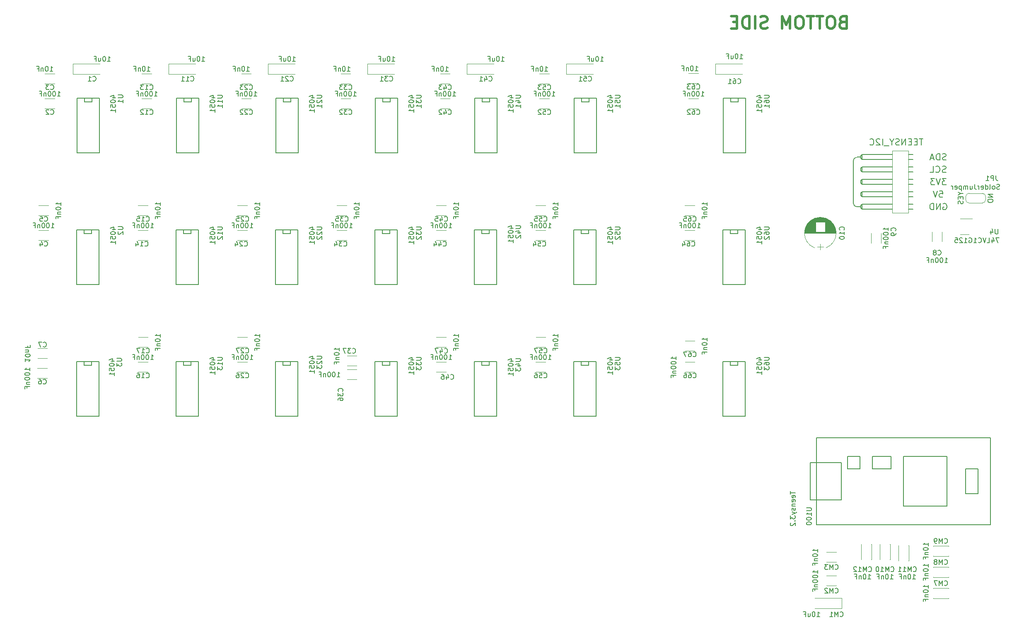
<source format=gbr>
G04 #@! TF.GenerationSoftware,KiCad,Pcbnew,(5.0.2)-1*
G04 #@! TF.CreationDate,2019-03-18T09:59:52+01:00*
G04 #@! TF.ProjectId,PanneauEncoderRotatif_G218,50616e6e-6561-4754-956e-636f64657252,rev?*
G04 #@! TF.SameCoordinates,Original*
G04 #@! TF.FileFunction,Legend,Bot*
G04 #@! TF.FilePolarity,Positive*
%FSLAX46Y46*%
G04 Gerber Fmt 4.6, Leading zero omitted, Abs format (unit mm)*
G04 Created by KiCad (PCBNEW (5.0.2)-1) date 18/03/2019 09:59:52*
%MOMM*%
%LPD*%
G01*
G04 APERTURE LIST*
%ADD10C,0.200000*%
%ADD11C,0.500000*%
%ADD12C,0.150000*%
%ADD13C,0.120000*%
G04 APERTURE END LIST*
D10*
X215669619Y-50310190D02*
X215483904Y-50372095D01*
X215174380Y-50372095D01*
X215050571Y-50310190D01*
X214988666Y-50248285D01*
X214926761Y-50124476D01*
X214926761Y-50000666D01*
X214988666Y-49876857D01*
X215050571Y-49814952D01*
X215174380Y-49753047D01*
X215422000Y-49691142D01*
X215545809Y-49629238D01*
X215607714Y-49567333D01*
X215669619Y-49443523D01*
X215669619Y-49319714D01*
X215607714Y-49195904D01*
X215545809Y-49134000D01*
X215422000Y-49072095D01*
X215112476Y-49072095D01*
X214926761Y-49134000D01*
X213626761Y-50248285D02*
X213688666Y-50310190D01*
X213874380Y-50372095D01*
X213998190Y-50372095D01*
X214183904Y-50310190D01*
X214307714Y-50186380D01*
X214369619Y-50062571D01*
X214431523Y-49814952D01*
X214431523Y-49629238D01*
X214369619Y-49381619D01*
X214307714Y-49257809D01*
X214183904Y-49134000D01*
X213998190Y-49072095D01*
X213874380Y-49072095D01*
X213688666Y-49134000D01*
X213626761Y-49195904D01*
X212450571Y-50372095D02*
X213069619Y-50372095D01*
X213069619Y-49072095D01*
X214369619Y-54152095D02*
X214988666Y-54152095D01*
X215050571Y-54771142D01*
X214988666Y-54709238D01*
X214864857Y-54647333D01*
X214555333Y-54647333D01*
X214431523Y-54709238D01*
X214369619Y-54771142D01*
X214307714Y-54894952D01*
X214307714Y-55204476D01*
X214369619Y-55328285D01*
X214431523Y-55390190D01*
X214555333Y-55452095D01*
X214864857Y-55452095D01*
X214988666Y-55390190D01*
X215050571Y-55328285D01*
X213936285Y-54152095D02*
X213502952Y-55452095D01*
X213069619Y-54152095D01*
X215112476Y-56754000D02*
X215236285Y-56692095D01*
X215422000Y-56692095D01*
X215607714Y-56754000D01*
X215731523Y-56877809D01*
X215793428Y-57001619D01*
X215855333Y-57249238D01*
X215855333Y-57434952D01*
X215793428Y-57682571D01*
X215731523Y-57806380D01*
X215607714Y-57930190D01*
X215422000Y-57992095D01*
X215298190Y-57992095D01*
X215112476Y-57930190D01*
X215050571Y-57868285D01*
X215050571Y-57434952D01*
X215298190Y-57434952D01*
X214493428Y-57992095D02*
X214493428Y-56692095D01*
X213750571Y-57992095D01*
X213750571Y-56692095D01*
X213131523Y-57992095D02*
X213131523Y-56692095D01*
X212822000Y-56692095D01*
X212636285Y-56754000D01*
X212512476Y-56877809D01*
X212450571Y-57001619D01*
X212388666Y-57249238D01*
X212388666Y-57434952D01*
X212450571Y-57682571D01*
X212512476Y-57806380D01*
X212636285Y-57930190D01*
X212822000Y-57992095D01*
X213131523Y-57992095D01*
X215731523Y-51612095D02*
X214926761Y-51612095D01*
X215360095Y-52107333D01*
X215174380Y-52107333D01*
X215050571Y-52169238D01*
X214988666Y-52231142D01*
X214926761Y-52354952D01*
X214926761Y-52664476D01*
X214988666Y-52788285D01*
X215050571Y-52850190D01*
X215174380Y-52912095D01*
X215545809Y-52912095D01*
X215669619Y-52850190D01*
X215731523Y-52788285D01*
X214555333Y-51612095D02*
X214122000Y-52912095D01*
X213688666Y-51612095D01*
X213379142Y-51612095D02*
X212574380Y-51612095D01*
X213007714Y-52107333D01*
X212822000Y-52107333D01*
X212698190Y-52169238D01*
X212636285Y-52231142D01*
X212574380Y-52354952D01*
X212574380Y-52664476D01*
X212636285Y-52788285D01*
X212698190Y-52850190D01*
X212822000Y-52912095D01*
X213193428Y-52912095D01*
X213317238Y-52850190D01*
X213379142Y-52788285D01*
X215700571Y-47770190D02*
X215514857Y-47832095D01*
X215205333Y-47832095D01*
X215081523Y-47770190D01*
X215019619Y-47708285D01*
X214957714Y-47584476D01*
X214957714Y-47460666D01*
X215019619Y-47336857D01*
X215081523Y-47274952D01*
X215205333Y-47213047D01*
X215452952Y-47151142D01*
X215576761Y-47089238D01*
X215638666Y-47027333D01*
X215700571Y-46903523D01*
X215700571Y-46779714D01*
X215638666Y-46655904D01*
X215576761Y-46594000D01*
X215452952Y-46532095D01*
X215143428Y-46532095D01*
X214957714Y-46594000D01*
X214400571Y-47832095D02*
X214400571Y-46532095D01*
X214091047Y-46532095D01*
X213905333Y-46594000D01*
X213781523Y-46717809D01*
X213719619Y-46841619D01*
X213657714Y-47089238D01*
X213657714Y-47274952D01*
X213719619Y-47522571D01*
X213781523Y-47646380D01*
X213905333Y-47770190D01*
X214091047Y-47832095D01*
X214400571Y-47832095D01*
X213162476Y-47460666D02*
X212543428Y-47460666D01*
X213286285Y-47832095D02*
X212852952Y-46532095D01*
X212419619Y-47832095D01*
D11*
X194534857Y-19633428D02*
X194177714Y-19752476D01*
X194058666Y-19871523D01*
X193939619Y-20109619D01*
X193939619Y-20466761D01*
X194058666Y-20704857D01*
X194177714Y-20823904D01*
X194415809Y-20942952D01*
X195368190Y-20942952D01*
X195368190Y-18442952D01*
X194534857Y-18442952D01*
X194296761Y-18562000D01*
X194177714Y-18681047D01*
X194058666Y-18919142D01*
X194058666Y-19157238D01*
X194177714Y-19395333D01*
X194296761Y-19514380D01*
X194534857Y-19633428D01*
X195368190Y-19633428D01*
X192392000Y-18442952D02*
X191915809Y-18442952D01*
X191677714Y-18562000D01*
X191439619Y-18800095D01*
X191320571Y-19276285D01*
X191320571Y-20109619D01*
X191439619Y-20585809D01*
X191677714Y-20823904D01*
X191915809Y-20942952D01*
X192392000Y-20942952D01*
X192630095Y-20823904D01*
X192868190Y-20585809D01*
X192987238Y-20109619D01*
X192987238Y-19276285D01*
X192868190Y-18800095D01*
X192630095Y-18562000D01*
X192392000Y-18442952D01*
X190606285Y-18442952D02*
X189177714Y-18442952D01*
X189892000Y-20942952D02*
X189892000Y-18442952D01*
X188701523Y-18442952D02*
X187272952Y-18442952D01*
X187987238Y-20942952D02*
X187987238Y-18442952D01*
X185963428Y-18442952D02*
X185487238Y-18442952D01*
X185249142Y-18562000D01*
X185011047Y-18800095D01*
X184892000Y-19276285D01*
X184892000Y-20109619D01*
X185011047Y-20585809D01*
X185249142Y-20823904D01*
X185487238Y-20942952D01*
X185963428Y-20942952D01*
X186201523Y-20823904D01*
X186439619Y-20585809D01*
X186558666Y-20109619D01*
X186558666Y-19276285D01*
X186439619Y-18800095D01*
X186201523Y-18562000D01*
X185963428Y-18442952D01*
X183820571Y-20942952D02*
X183820571Y-18442952D01*
X182987238Y-20228666D01*
X182153904Y-18442952D01*
X182153904Y-20942952D01*
X179177714Y-20823904D02*
X178820571Y-20942952D01*
X178225333Y-20942952D01*
X177987238Y-20823904D01*
X177868190Y-20704857D01*
X177749142Y-20466761D01*
X177749142Y-20228666D01*
X177868190Y-19990571D01*
X177987238Y-19871523D01*
X178225333Y-19752476D01*
X178701523Y-19633428D01*
X178939619Y-19514380D01*
X179058666Y-19395333D01*
X179177714Y-19157238D01*
X179177714Y-18919142D01*
X179058666Y-18681047D01*
X178939619Y-18562000D01*
X178701523Y-18442952D01*
X178106285Y-18442952D01*
X177749142Y-18562000D01*
X176677714Y-20942952D02*
X176677714Y-18442952D01*
X175487238Y-20942952D02*
X175487238Y-18442952D01*
X174892000Y-18442952D01*
X174534857Y-18562000D01*
X174296761Y-18800095D01*
X174177714Y-19038190D01*
X174058666Y-19514380D01*
X174058666Y-19871523D01*
X174177714Y-20347714D01*
X174296761Y-20585809D01*
X174534857Y-20823904D01*
X174892000Y-20942952D01*
X175487238Y-20942952D01*
X172987238Y-19633428D02*
X172153904Y-19633428D01*
X171796761Y-20942952D02*
X172987238Y-20942952D01*
X172987238Y-18442952D01*
X171796761Y-18442952D01*
D12*
G04 #@! TO.C,U100*
X189230000Y-109728000D02*
X187960000Y-109728000D01*
X187960000Y-109728000D02*
X187960000Y-117348000D01*
X187960000Y-117348000D02*
X189230000Y-117348000D01*
X200660000Y-108458000D02*
X204470000Y-108458000D01*
X204470000Y-108458000D02*
X204470000Y-110998000D01*
X204470000Y-110998000D02*
X200660000Y-110998000D01*
X200660000Y-110998000D02*
X200660000Y-108458000D01*
X194310000Y-109728000D02*
X194310000Y-117348000D01*
X194310000Y-117348000D02*
X189230000Y-117348000D01*
X194310000Y-109728000D02*
X189230000Y-109728000D01*
X195580000Y-108458000D02*
X198120000Y-108458000D01*
X198120000Y-108458000D02*
X198120000Y-110998000D01*
X198120000Y-110998000D02*
X195580000Y-110998000D01*
X195580000Y-110998000D02*
X195580000Y-108458000D01*
X222250000Y-116078000D02*
X222250000Y-110998000D01*
X222250000Y-110998000D02*
X219710000Y-110998000D01*
X219710000Y-110998000D02*
X219710000Y-116078000D01*
X219710000Y-116078000D02*
X222250000Y-116078000D01*
X215900000Y-108458000D02*
X215900000Y-118618000D01*
X207010000Y-118618000D02*
X207010000Y-108458000D01*
X215900000Y-118618000D02*
X207010000Y-118618000D01*
X215900000Y-108458000D02*
X207010000Y-108458000D01*
X189230000Y-122428000D02*
X224790000Y-122428000D01*
X224790000Y-122428000D02*
X224790000Y-104648000D01*
X224790000Y-104648000D02*
X189230000Y-104648000D01*
X189230000Y-104648000D02*
X189230000Y-122428000D01*
D13*
G04 #@! TO.C,CM3*
X193278000Y-130052000D02*
X191278000Y-130052000D01*
X191278000Y-128012000D02*
X193278000Y-128012000D01*
G04 #@! TO.C,CM2*
X191278000Y-132838000D02*
X193278000Y-132838000D01*
X193278000Y-134878000D02*
X191278000Y-134878000D01*
G04 #@! TO.C,CM1*
X194400000Y-137380000D02*
X194400000Y-139480000D01*
X194400000Y-139480000D02*
X188900000Y-139480000D01*
X194400000Y-137380000D02*
X188900000Y-137380000D01*
D12*
G04 #@! TO.C,U61*
X171704000Y-35179000D02*
X171704000Y-35941000D01*
X171704000Y-35941000D02*
X173228000Y-35941000D01*
X173228000Y-35941000D02*
X173228000Y-35179000D01*
X170180000Y-46355000D02*
X174752000Y-46355000D01*
X174752000Y-46355000D02*
X174752000Y-35179000D01*
X174752000Y-35179000D02*
X170180000Y-35179000D01*
X170180000Y-35179000D02*
X170180000Y-46355000D01*
D13*
G04 #@! TO.C,C63*
X165084000Y-32159000D02*
X163084000Y-32159000D01*
X163084000Y-30119000D02*
X165084000Y-30119000D01*
D12*
G04 #@! TO.C,U62*
X171577000Y-62103000D02*
X171577000Y-62865000D01*
X171577000Y-62865000D02*
X173101000Y-62865000D01*
X173101000Y-62865000D02*
X173101000Y-62103000D01*
X170053000Y-73279000D02*
X174625000Y-73279000D01*
X174625000Y-73279000D02*
X174625000Y-62103000D01*
X174625000Y-62103000D02*
X170053000Y-62103000D01*
X170053000Y-62103000D02*
X170053000Y-73279000D01*
D13*
G04 #@! TO.C,C67*
X164346000Y-86872000D02*
X162346000Y-86872000D01*
X162346000Y-84832000D02*
X164346000Y-84832000D01*
D12*
G04 #@! TO.C,U63*
X170053000Y-89027000D02*
X170053000Y-100203000D01*
X174625000Y-89027000D02*
X170053000Y-89027000D01*
X174625000Y-100203000D02*
X174625000Y-89027000D01*
X170053000Y-100203000D02*
X174625000Y-100203000D01*
X173101000Y-89789000D02*
X173101000Y-89027000D01*
X171577000Y-89789000D02*
X173101000Y-89789000D01*
X171577000Y-89027000D02*
X171577000Y-89789000D01*
D13*
G04 #@! TO.C,C61*
X168566000Y-30260000D02*
X174066000Y-30260000D01*
X168566000Y-28160000D02*
X174066000Y-28160000D01*
X168566000Y-30260000D02*
X168566000Y-28160000D01*
G04 #@! TO.C,C64*
X162322000Y-62226000D02*
X164322000Y-62226000D01*
X164322000Y-64266000D02*
X162322000Y-64266000D01*
G04 #@! TO.C,C66*
X162346000Y-89150000D02*
X164346000Y-89150000D01*
X164346000Y-91190000D02*
X162346000Y-91190000D01*
G04 #@! TO.C,C65*
X164322000Y-59186000D02*
X162322000Y-59186000D01*
X162322000Y-57146000D02*
X164322000Y-57146000D01*
G04 #@! TO.C,C62*
X165084000Y-37342000D02*
X163084000Y-37342000D01*
X163084000Y-35302000D02*
X165084000Y-35302000D01*
D12*
G04 #@! TO.C,U51*
X139700000Y-35179000D02*
X139700000Y-46355000D01*
X144272000Y-35179000D02*
X139700000Y-35179000D01*
X144272000Y-46355000D02*
X144272000Y-35179000D01*
X139700000Y-46355000D02*
X144272000Y-46355000D01*
X142748000Y-35941000D02*
X142748000Y-35179000D01*
X141224000Y-35941000D02*
X142748000Y-35941000D01*
X141224000Y-35179000D02*
X141224000Y-35941000D01*
D13*
G04 #@! TO.C,C52*
X132604000Y-35302000D02*
X134604000Y-35302000D01*
X134604000Y-37342000D02*
X132604000Y-37342000D01*
G04 #@! TO.C,C55*
X131842000Y-57146000D02*
X133842000Y-57146000D01*
X133842000Y-59186000D02*
X131842000Y-59186000D01*
D12*
G04 #@! TO.C,U52*
X139573000Y-62103000D02*
X139573000Y-73279000D01*
X144145000Y-62103000D02*
X139573000Y-62103000D01*
X144145000Y-73279000D02*
X144145000Y-62103000D01*
X139573000Y-73279000D02*
X144145000Y-73279000D01*
X142621000Y-62865000D02*
X142621000Y-62103000D01*
X141097000Y-62865000D02*
X142621000Y-62865000D01*
X141097000Y-62103000D02*
X141097000Y-62865000D01*
D13*
G04 #@! TO.C,C56*
X133842000Y-91190000D02*
X131842000Y-91190000D01*
X131842000Y-89150000D02*
X133842000Y-89150000D01*
G04 #@! TO.C,C54*
X133842000Y-64266000D02*
X131842000Y-64266000D01*
X131842000Y-62226000D02*
X133842000Y-62226000D01*
G04 #@! TO.C,C51*
X138054000Y-30260000D02*
X138054000Y-28160000D01*
X138054000Y-28160000D02*
X143554000Y-28160000D01*
X138054000Y-30260000D02*
X143554000Y-30260000D01*
D12*
G04 #@! TO.C,U53*
X141097000Y-89027000D02*
X141097000Y-89789000D01*
X141097000Y-89789000D02*
X142621000Y-89789000D01*
X142621000Y-89789000D02*
X142621000Y-89027000D01*
X139573000Y-100203000D02*
X144145000Y-100203000D01*
X144145000Y-100203000D02*
X144145000Y-89027000D01*
X144145000Y-89027000D02*
X139573000Y-89027000D01*
X139573000Y-89027000D02*
X139573000Y-100203000D01*
D13*
G04 #@! TO.C,C57*
X131866000Y-84070000D02*
X133866000Y-84070000D01*
X133866000Y-86110000D02*
X131866000Y-86110000D01*
G04 #@! TO.C,C53*
X132604000Y-30222000D02*
X134604000Y-30222000D01*
X134604000Y-32262000D02*
X132604000Y-32262000D01*
G04 #@! TO.C,C41*
X117734000Y-30260000D02*
X117734000Y-28160000D01*
X117734000Y-28160000D02*
X123234000Y-28160000D01*
X117734000Y-30260000D02*
X123234000Y-30260000D01*
D12*
G04 #@! TO.C,U43*
X120777000Y-89027000D02*
X120777000Y-89789000D01*
X120777000Y-89789000D02*
X122301000Y-89789000D01*
X122301000Y-89789000D02*
X122301000Y-89027000D01*
X119253000Y-100203000D02*
X123825000Y-100203000D01*
X123825000Y-100203000D02*
X123825000Y-89027000D01*
X123825000Y-89027000D02*
X119253000Y-89027000D01*
X119253000Y-89027000D02*
X119253000Y-100203000D01*
D13*
G04 #@! TO.C,C43*
X112308000Y-30222000D02*
X114308000Y-30222000D01*
X114308000Y-32262000D02*
X112308000Y-32262000D01*
G04 #@! TO.C,C45*
X111522000Y-57146000D02*
X113522000Y-57146000D01*
X113522000Y-59186000D02*
X111522000Y-59186000D01*
G04 #@! TO.C,C46*
X113522000Y-91190000D02*
X111522000Y-91190000D01*
X111522000Y-89150000D02*
X113522000Y-89150000D01*
D12*
G04 #@! TO.C,U42*
X119253000Y-62103000D02*
X119253000Y-73279000D01*
X123825000Y-62103000D02*
X119253000Y-62103000D01*
X123825000Y-73279000D02*
X123825000Y-62103000D01*
X119253000Y-73279000D02*
X123825000Y-73279000D01*
X122301000Y-62865000D02*
X122301000Y-62103000D01*
X120777000Y-62865000D02*
X122301000Y-62865000D01*
X120777000Y-62103000D02*
X120777000Y-62865000D01*
D13*
G04 #@! TO.C,C42*
X112308000Y-35302000D02*
X114308000Y-35302000D01*
X114308000Y-37342000D02*
X112308000Y-37342000D01*
G04 #@! TO.C,C44*
X113522000Y-64266000D02*
X111522000Y-64266000D01*
X111522000Y-62226000D02*
X113522000Y-62226000D01*
G04 #@! TO.C,C47*
X111522000Y-84070000D02*
X113522000Y-84070000D01*
X113522000Y-86110000D02*
X111522000Y-86110000D01*
D12*
G04 #@! TO.C,U41*
X119380000Y-35179000D02*
X119380000Y-46355000D01*
X123952000Y-35179000D02*
X119380000Y-35179000D01*
X123952000Y-46355000D02*
X123952000Y-35179000D01*
X119380000Y-46355000D02*
X123952000Y-46355000D01*
X122428000Y-35941000D02*
X122428000Y-35179000D01*
X120904000Y-35941000D02*
X122428000Y-35941000D01*
X120904000Y-35179000D02*
X120904000Y-35941000D01*
D13*
G04 #@! TO.C,C33*
X93988000Y-32262000D02*
X91988000Y-32262000D01*
X91988000Y-30222000D02*
X93988000Y-30222000D01*
G04 #@! TO.C,C35*
X93202000Y-59186000D02*
X91202000Y-59186000D01*
X91202000Y-57146000D02*
X93202000Y-57146000D01*
G04 #@! TO.C,C37*
X95258000Y-89920000D02*
X93258000Y-89920000D01*
X93258000Y-87880000D02*
X95258000Y-87880000D01*
G04 #@! TO.C,C34*
X91202000Y-62226000D02*
X93202000Y-62226000D01*
X93202000Y-64266000D02*
X91202000Y-64266000D01*
G04 #@! TO.C,C31*
X97414000Y-30260000D02*
X102914000Y-30260000D01*
X97414000Y-28160000D02*
X102914000Y-28160000D01*
X97414000Y-30260000D02*
X97414000Y-28160000D01*
D12*
G04 #@! TO.C,U31*
X100584000Y-35179000D02*
X100584000Y-35941000D01*
X100584000Y-35941000D02*
X102108000Y-35941000D01*
X102108000Y-35941000D02*
X102108000Y-35179000D01*
X99060000Y-46355000D02*
X103632000Y-46355000D01*
X103632000Y-46355000D02*
X103632000Y-35179000D01*
X103632000Y-35179000D02*
X99060000Y-35179000D01*
X99060000Y-35179000D02*
X99060000Y-46355000D01*
D13*
G04 #@! TO.C,C36*
X93258000Y-90674000D02*
X95258000Y-90674000D01*
X95258000Y-92714000D02*
X93258000Y-92714000D01*
G04 #@! TO.C,C32*
X93988000Y-37342000D02*
X91988000Y-37342000D01*
X91988000Y-35302000D02*
X93988000Y-35302000D01*
D12*
G04 #@! TO.C,U33*
X98933000Y-89027000D02*
X98933000Y-100203000D01*
X103505000Y-89027000D02*
X98933000Y-89027000D01*
X103505000Y-100203000D02*
X103505000Y-89027000D01*
X98933000Y-100203000D02*
X103505000Y-100203000D01*
X101981000Y-89789000D02*
X101981000Y-89027000D01*
X100457000Y-89789000D02*
X101981000Y-89789000D01*
X100457000Y-89027000D02*
X100457000Y-89789000D01*
G04 #@! TO.C,U32*
X100457000Y-62103000D02*
X100457000Y-62865000D01*
X100457000Y-62865000D02*
X101981000Y-62865000D01*
X101981000Y-62865000D02*
X101981000Y-62103000D01*
X98933000Y-73279000D02*
X103505000Y-73279000D01*
X103505000Y-73279000D02*
X103505000Y-62103000D01*
X103505000Y-62103000D02*
X98933000Y-62103000D01*
X98933000Y-62103000D02*
X98933000Y-73279000D01*
D13*
G04 #@! TO.C,C22*
X71668000Y-35302000D02*
X73668000Y-35302000D01*
X73668000Y-37342000D02*
X71668000Y-37342000D01*
G04 #@! TO.C,C21*
X77094000Y-30260000D02*
X77094000Y-28160000D01*
X77094000Y-28160000D02*
X82594000Y-28160000D01*
X77094000Y-30260000D02*
X82594000Y-30260000D01*
D12*
G04 #@! TO.C,U23*
X80137000Y-89027000D02*
X80137000Y-89789000D01*
X80137000Y-89789000D02*
X81661000Y-89789000D01*
X81661000Y-89789000D02*
X81661000Y-89027000D01*
X78613000Y-100203000D02*
X83185000Y-100203000D01*
X83185000Y-100203000D02*
X83185000Y-89027000D01*
X83185000Y-89027000D02*
X78613000Y-89027000D01*
X78613000Y-89027000D02*
X78613000Y-100203000D01*
D13*
G04 #@! TO.C,C25*
X70882000Y-57146000D02*
X72882000Y-57146000D01*
X72882000Y-59186000D02*
X70882000Y-59186000D01*
D12*
G04 #@! TO.C,U21*
X78740000Y-35179000D02*
X78740000Y-46355000D01*
X83312000Y-35179000D02*
X78740000Y-35179000D01*
X83312000Y-46355000D02*
X83312000Y-35179000D01*
X78740000Y-46355000D02*
X83312000Y-46355000D01*
X81788000Y-35941000D02*
X81788000Y-35179000D01*
X80264000Y-35941000D02*
X81788000Y-35941000D01*
X80264000Y-35179000D02*
X80264000Y-35941000D01*
D13*
G04 #@! TO.C,C26*
X72882000Y-91190000D02*
X70882000Y-91190000D01*
X70882000Y-89150000D02*
X72882000Y-89150000D01*
G04 #@! TO.C,C24*
X72882000Y-64266000D02*
X70882000Y-64266000D01*
X70882000Y-62226000D02*
X72882000Y-62226000D01*
G04 #@! TO.C,C27*
X70882000Y-84070000D02*
X72882000Y-84070000D01*
X72882000Y-86110000D02*
X70882000Y-86110000D01*
G04 #@! TO.C,C23*
X71668000Y-30222000D02*
X73668000Y-30222000D01*
X73668000Y-32262000D02*
X71668000Y-32262000D01*
D12*
G04 #@! TO.C,U22*
X78613000Y-62103000D02*
X78613000Y-73279000D01*
X83185000Y-62103000D02*
X78613000Y-62103000D01*
X83185000Y-73279000D02*
X83185000Y-62103000D01*
X78613000Y-73279000D02*
X83185000Y-73279000D01*
X81661000Y-62865000D02*
X81661000Y-62103000D01*
X80137000Y-62865000D02*
X81661000Y-62865000D01*
X80137000Y-62103000D02*
X80137000Y-62865000D01*
D13*
G04 #@! TO.C,C13*
X53324000Y-32262000D02*
X51324000Y-32262000D01*
X51324000Y-30222000D02*
X53324000Y-30222000D01*
D12*
G04 #@! TO.C,U12*
X59817000Y-62103000D02*
X59817000Y-62865000D01*
X59817000Y-62865000D02*
X61341000Y-62865000D01*
X61341000Y-62865000D02*
X61341000Y-62103000D01*
X58293000Y-73279000D02*
X62865000Y-73279000D01*
X62865000Y-73279000D02*
X62865000Y-62103000D01*
X62865000Y-62103000D02*
X58293000Y-62103000D01*
X58293000Y-62103000D02*
X58293000Y-73279000D01*
D13*
G04 #@! TO.C,C17*
X52586000Y-86110000D02*
X50586000Y-86110000D01*
X50586000Y-84070000D02*
X52586000Y-84070000D01*
G04 #@! TO.C,C16*
X50562000Y-89150000D02*
X52562000Y-89150000D01*
X52562000Y-91190000D02*
X50562000Y-91190000D01*
G04 #@! TO.C,C15*
X52562000Y-59186000D02*
X50562000Y-59186000D01*
X50562000Y-57146000D02*
X52562000Y-57146000D01*
G04 #@! TO.C,C11*
X56774000Y-30260000D02*
X62274000Y-30260000D01*
X56774000Y-28160000D02*
X62274000Y-28160000D01*
X56774000Y-30260000D02*
X56774000Y-28160000D01*
G04 #@! TO.C,C12*
X53324000Y-37342000D02*
X51324000Y-37342000D01*
X51324000Y-35302000D02*
X53324000Y-35302000D01*
D12*
G04 #@! TO.C,U13*
X58293000Y-89027000D02*
X58293000Y-100203000D01*
X62865000Y-89027000D02*
X58293000Y-89027000D01*
X62865000Y-100203000D02*
X62865000Y-89027000D01*
X58293000Y-100203000D02*
X62865000Y-100203000D01*
X61341000Y-89789000D02*
X61341000Y-89027000D01*
X59817000Y-89789000D02*
X61341000Y-89789000D01*
X59817000Y-89027000D02*
X59817000Y-89789000D01*
D13*
G04 #@! TO.C,C14*
X50562000Y-62226000D02*
X52562000Y-62226000D01*
X52562000Y-64266000D02*
X50562000Y-64266000D01*
D12*
G04 #@! TO.C,U11*
X59944000Y-35179000D02*
X59944000Y-35941000D01*
X59944000Y-35941000D02*
X61468000Y-35941000D01*
X61468000Y-35941000D02*
X61468000Y-35179000D01*
X58420000Y-46355000D02*
X62992000Y-46355000D01*
X62992000Y-46355000D02*
X62992000Y-35179000D01*
X62992000Y-35179000D02*
X58420000Y-35179000D01*
X58420000Y-35179000D02*
X58420000Y-46355000D01*
G04 #@! TO.C,U2*
X37973000Y-62103000D02*
X37973000Y-73279000D01*
X42545000Y-62103000D02*
X37973000Y-62103000D01*
X42545000Y-73279000D02*
X42545000Y-62103000D01*
X37973000Y-73279000D02*
X42545000Y-73279000D01*
X41021000Y-62865000D02*
X41021000Y-62103000D01*
X39497000Y-62865000D02*
X41021000Y-62865000D01*
X39497000Y-62103000D02*
X39497000Y-62865000D01*
G04 #@! TO.C,U1*
X38100000Y-35179000D02*
X38100000Y-46355000D01*
X42672000Y-35179000D02*
X38100000Y-35179000D01*
X42672000Y-46355000D02*
X42672000Y-35179000D01*
X38100000Y-46355000D02*
X42672000Y-46355000D01*
X41148000Y-35941000D02*
X41148000Y-35179000D01*
X39624000Y-35941000D02*
X41148000Y-35941000D01*
X39624000Y-35179000D02*
X39624000Y-35941000D01*
D13*
G04 #@! TO.C,C3*
X31512000Y-30222000D02*
X33512000Y-30222000D01*
X33512000Y-32262000D02*
X31512000Y-32262000D01*
G04 #@! TO.C,C4*
X32242000Y-64266000D02*
X30242000Y-64266000D01*
X30242000Y-62226000D02*
X32242000Y-62226000D01*
G04 #@! TO.C,C5*
X30242000Y-57146000D02*
X32242000Y-57146000D01*
X32242000Y-59186000D02*
X30242000Y-59186000D01*
G04 #@! TO.C,C6*
X31988000Y-92460000D02*
X29988000Y-92460000D01*
X29988000Y-90420000D02*
X31988000Y-90420000D01*
G04 #@! TO.C,C7*
X30012000Y-86356000D02*
X32012000Y-86356000D01*
X32012000Y-88396000D02*
X30012000Y-88396000D01*
D12*
G04 #@! TO.C,U3*
X39497000Y-89027000D02*
X39497000Y-89789000D01*
X39497000Y-89789000D02*
X41021000Y-89789000D01*
X41021000Y-89789000D02*
X41021000Y-89027000D01*
X37973000Y-100203000D02*
X42545000Y-100203000D01*
X42545000Y-100203000D02*
X42545000Y-89027000D01*
X42545000Y-89027000D02*
X37973000Y-89027000D01*
X37973000Y-89027000D02*
X37973000Y-100203000D01*
D13*
G04 #@! TO.C,C1*
X37248000Y-30260000D02*
X37248000Y-28160000D01*
X37248000Y-28160000D02*
X42748000Y-28160000D01*
X37248000Y-30260000D02*
X42748000Y-30260000D01*
G04 #@! TO.C,C2*
X31512000Y-35302000D02*
X33512000Y-35302000D01*
X33512000Y-37342000D02*
X31512000Y-37342000D01*
G04 #@! TO.C,CM7*
X213090000Y-137394000D02*
X213090000Y-137458000D01*
X213090000Y-135338000D02*
X213090000Y-135402000D01*
X216210000Y-137394000D02*
X216210000Y-137458000D01*
X216210000Y-135338000D02*
X216210000Y-135402000D01*
X216210000Y-137458000D02*
X213090000Y-137458000D01*
X216210000Y-135338000D02*
X213090000Y-135338000D01*
G04 #@! TO.C,CM8*
X216210000Y-131020000D02*
X213090000Y-131020000D01*
X216210000Y-133140000D02*
X213090000Y-133140000D01*
X216210000Y-131020000D02*
X216210000Y-131084000D01*
X216210000Y-133076000D02*
X216210000Y-133140000D01*
X213090000Y-131020000D02*
X213090000Y-131084000D01*
X213090000Y-133076000D02*
X213090000Y-133140000D01*
G04 #@! TO.C,CM9*
X213090000Y-128758000D02*
X213090000Y-128822000D01*
X213090000Y-126702000D02*
X213090000Y-126766000D01*
X216210000Y-128758000D02*
X216210000Y-128822000D01*
X216210000Y-126702000D02*
X216210000Y-126766000D01*
X216210000Y-128822000D02*
X213090000Y-128822000D01*
X216210000Y-126702000D02*
X213090000Y-126702000D01*
G04 #@! TO.C,CM10*
X204196000Y-129516000D02*
X204260000Y-129516000D01*
X202140000Y-129516000D02*
X202204000Y-129516000D01*
X204196000Y-126396000D02*
X204260000Y-126396000D01*
X202140000Y-126396000D02*
X202204000Y-126396000D01*
X204260000Y-126396000D02*
X204260000Y-129516000D01*
X202140000Y-126396000D02*
X202140000Y-129516000D01*
G04 #@! TO.C,CM11*
X208006000Y-129770000D02*
X208070000Y-129770000D01*
X205950000Y-129770000D02*
X206014000Y-129770000D01*
X208006000Y-126650000D02*
X208070000Y-126650000D01*
X205950000Y-126650000D02*
X206014000Y-126650000D01*
X208070000Y-126650000D02*
X208070000Y-129770000D01*
X205950000Y-126650000D02*
X205950000Y-129770000D01*
G04 #@! TO.C,CM12*
X198330000Y-126396000D02*
X198330000Y-129516000D01*
X200450000Y-126396000D02*
X200450000Y-129516000D01*
X198330000Y-126396000D02*
X198394000Y-126396000D01*
X200386000Y-126396000D02*
X200450000Y-126396000D01*
X198330000Y-129516000D02*
X198394000Y-129516000D01*
X200386000Y-129516000D02*
X200450000Y-129516000D01*
D12*
G04 #@! TO.C,TEENSY_I2C*
X198256000Y-46990000D02*
X198510000Y-46736000D01*
X208032000Y-46736000D02*
X208924000Y-46736000D01*
X198256000Y-47498000D02*
X198256000Y-46990000D01*
X204730000Y-47752000D02*
X198510000Y-47752000D01*
X208032000Y-47752000D02*
X208924000Y-47752000D01*
X198510000Y-46736000D02*
X204730000Y-46736000D01*
X198510000Y-47752000D02*
X198256000Y-47498000D01*
X198510000Y-46736000D02*
X198510000Y-47752000D01*
X198510000Y-49276000D02*
X198510000Y-50292000D01*
X204730000Y-50292000D02*
X198510000Y-50292000D01*
X208032000Y-50292000D02*
X208924000Y-50292000D01*
X208032000Y-49276000D02*
X208924000Y-49276000D01*
X198256000Y-49530000D02*
X198510000Y-49276000D01*
X198510000Y-49276000D02*
X204730000Y-49276000D01*
X198510000Y-50292000D02*
X198256000Y-50038000D01*
X198256000Y-50038000D02*
X198256000Y-49530000D01*
X208032000Y-52832000D02*
X208924000Y-52832000D01*
X208032000Y-51816000D02*
X208924000Y-51816000D01*
X198510000Y-51816000D02*
X198510000Y-52832000D01*
X198256000Y-52070000D02*
X198510000Y-51816000D01*
X198510000Y-52832000D02*
X198256000Y-52578000D01*
X198256000Y-52578000D02*
X198256000Y-52070000D01*
X198510000Y-51816000D02*
X204730000Y-51816000D01*
X204730000Y-52832000D02*
X198510000Y-52832000D01*
X208032000Y-56896000D02*
X208924000Y-56896000D01*
X208032000Y-54356000D02*
X208924000Y-54356000D01*
X204730000Y-55372000D02*
X198510000Y-55372000D01*
X208032000Y-55372000D02*
X208924000Y-55372000D01*
X198510000Y-54356000D02*
X204730000Y-54356000D01*
X198510000Y-57912000D02*
X198510000Y-56896000D01*
X198510000Y-55372000D02*
X198256000Y-55118000D01*
X198510000Y-54356000D02*
X198510000Y-55372000D01*
X198256000Y-54610000D02*
X198510000Y-54356000D01*
X198256000Y-55118000D02*
X198256000Y-54610000D01*
X198510000Y-57912000D02*
X204730000Y-57912000D01*
X198256000Y-57658000D02*
X198510000Y-57912000D01*
X198256000Y-57404000D02*
X198256000Y-57658000D01*
X198256000Y-57150000D02*
X198256000Y-57404000D01*
X198510000Y-56896000D02*
X198256000Y-57150000D01*
X204730000Y-56896000D02*
X198510000Y-56896000D01*
X208924000Y-57912000D02*
X208032000Y-57912000D01*
X197494000Y-47244000D02*
G75*
G03X196732000Y-48006000I0J-762000D01*
G01*
X196732000Y-56642000D02*
G75*
G03X197494000Y-57404000I762000J0D01*
G01*
X196732000Y-56642000D02*
X196732000Y-48006000D01*
X198256000Y-47244000D02*
X197494000Y-47244000D01*
X198256000Y-57404000D02*
X197494000Y-57404000D01*
D13*
X204732000Y-45974000D02*
X204732000Y-58674000D01*
X208032000Y-45974000D02*
X204732000Y-45974000D01*
X208032000Y-58674000D02*
X208032000Y-45974000D01*
X208032000Y-58674000D02*
X204732000Y-58674000D01*
G04 #@! TO.C,C8*
X214888000Y-62500000D02*
X214888000Y-64500000D01*
X212848000Y-64500000D02*
X212848000Y-62500000D01*
G04 #@! TO.C,C9*
X200402000Y-64778000D02*
X200402000Y-62778000D01*
X202442000Y-62778000D02*
X202442000Y-64778000D01*
G04 #@! TO.C,U4*
X218556000Y-59858000D02*
X221006000Y-59858000D01*
X220356000Y-63078000D02*
X218556000Y-63078000D01*
G04 #@! TO.C,C10*
X190642000Y-65608000D02*
X189342000Y-65608000D01*
X189992000Y-66208000D02*
X189992000Y-65008000D01*
X190460000Y-59557000D02*
X189524000Y-59557000D01*
X190668000Y-59597000D02*
X189316000Y-59597000D01*
X190826000Y-59637000D02*
X189158000Y-59637000D01*
X190958000Y-59677000D02*
X189026000Y-59677000D01*
X191073000Y-59717000D02*
X188911000Y-59717000D01*
X191176000Y-59757000D02*
X188808000Y-59757000D01*
X191270000Y-59797000D02*
X188714000Y-59797000D01*
X191356000Y-59837000D02*
X188628000Y-59837000D01*
X191437000Y-59877000D02*
X188547000Y-59877000D01*
X191512000Y-59917000D02*
X188472000Y-59917000D01*
X191583000Y-59957000D02*
X188401000Y-59957000D01*
X191650000Y-59997000D02*
X188334000Y-59997000D01*
X191713000Y-60037000D02*
X188271000Y-60037000D01*
X191773000Y-60077000D02*
X188211000Y-60077000D01*
X191831000Y-60117000D02*
X188153000Y-60117000D01*
X191886000Y-60157000D02*
X188098000Y-60157000D01*
X191938000Y-60197000D02*
X188046000Y-60197000D01*
X191989000Y-60237000D02*
X187995000Y-60237000D01*
X192037000Y-60277000D02*
X187947000Y-60277000D01*
X192084000Y-60317000D02*
X187900000Y-60317000D01*
X192129000Y-60357000D02*
X187855000Y-60357000D01*
X192172000Y-60397000D02*
X187812000Y-60397000D01*
X192214000Y-60437000D02*
X187770000Y-60437000D01*
X192254000Y-60477000D02*
X187730000Y-60477000D01*
X192293000Y-60517000D02*
X187691000Y-60517000D01*
X189012000Y-60557000D02*
X187653000Y-60557000D01*
X192331000Y-60557000D02*
X190972000Y-60557000D01*
X189012000Y-60597000D02*
X187617000Y-60597000D01*
X192367000Y-60597000D02*
X190972000Y-60597000D01*
X189012000Y-60637000D02*
X187581000Y-60637000D01*
X192403000Y-60637000D02*
X190972000Y-60637000D01*
X189012000Y-60677000D02*
X187547000Y-60677000D01*
X192437000Y-60677000D02*
X190972000Y-60677000D01*
X189012000Y-60717000D02*
X187514000Y-60717000D01*
X192470000Y-60717000D02*
X190972000Y-60717000D01*
X189012000Y-60757000D02*
X187482000Y-60757000D01*
X192502000Y-60757000D02*
X190972000Y-60757000D01*
X189012000Y-60797000D02*
X187452000Y-60797000D01*
X192532000Y-60797000D02*
X190972000Y-60797000D01*
X189012000Y-60837000D02*
X187422000Y-60837000D01*
X192562000Y-60837000D02*
X190972000Y-60837000D01*
X189012000Y-60877000D02*
X187393000Y-60877000D01*
X192591000Y-60877000D02*
X190972000Y-60877000D01*
X189012000Y-60917000D02*
X187365000Y-60917000D01*
X192619000Y-60917000D02*
X190972000Y-60917000D01*
X189012000Y-60957000D02*
X187338000Y-60957000D01*
X192646000Y-60957000D02*
X190972000Y-60957000D01*
X189012000Y-60997000D02*
X187311000Y-60997000D01*
X192673000Y-60997000D02*
X190972000Y-60997000D01*
X189012000Y-61037000D02*
X187286000Y-61037000D01*
X192698000Y-61037000D02*
X190972000Y-61037000D01*
X189012000Y-61077000D02*
X187261000Y-61077000D01*
X192723000Y-61077000D02*
X190972000Y-61077000D01*
X189012000Y-61117000D02*
X187237000Y-61117000D01*
X192747000Y-61117000D02*
X190972000Y-61117000D01*
X189012000Y-61157000D02*
X187214000Y-61157000D01*
X192770000Y-61157000D02*
X190972000Y-61157000D01*
X189012000Y-61197000D02*
X187192000Y-61197000D01*
X192792000Y-61197000D02*
X190972000Y-61197000D01*
X189012000Y-61237000D02*
X187170000Y-61237000D01*
X192814000Y-61237000D02*
X190972000Y-61237000D01*
X189012000Y-61277000D02*
X187149000Y-61277000D01*
X192835000Y-61277000D02*
X190972000Y-61277000D01*
X189012000Y-61317000D02*
X187129000Y-61317000D01*
X192855000Y-61317000D02*
X190972000Y-61317000D01*
X189012000Y-61357000D02*
X187110000Y-61357000D01*
X192874000Y-61357000D02*
X190972000Y-61357000D01*
X189012000Y-61397000D02*
X187091000Y-61397000D01*
X192893000Y-61397000D02*
X190972000Y-61397000D01*
X189012000Y-61437000D02*
X187073000Y-61437000D01*
X192911000Y-61437000D02*
X190972000Y-61437000D01*
X189012000Y-61477000D02*
X187055000Y-61477000D01*
X192929000Y-61477000D02*
X190972000Y-61477000D01*
X189012000Y-61517000D02*
X187038000Y-61517000D01*
X192946000Y-61517000D02*
X190972000Y-61517000D01*
X189012000Y-61557000D02*
X187022000Y-61557000D01*
X192962000Y-61557000D02*
X190972000Y-61557000D01*
X189012000Y-61597000D02*
X187006000Y-61597000D01*
X192978000Y-61597000D02*
X190972000Y-61597000D01*
X189012000Y-61637000D02*
X186991000Y-61637000D01*
X192993000Y-61637000D02*
X190972000Y-61637000D01*
X189012000Y-61677000D02*
X186977000Y-61677000D01*
X193007000Y-61677000D02*
X190972000Y-61677000D01*
X189012000Y-61717000D02*
X186963000Y-61717000D01*
X193021000Y-61717000D02*
X190972000Y-61717000D01*
X189012000Y-61757000D02*
X186950000Y-61757000D01*
X193034000Y-61757000D02*
X190972000Y-61757000D01*
X189012000Y-61797000D02*
X186937000Y-61797000D01*
X193047000Y-61797000D02*
X190972000Y-61797000D01*
X189012000Y-61837000D02*
X186925000Y-61837000D01*
X193059000Y-61837000D02*
X190972000Y-61837000D01*
X189012000Y-61877000D02*
X186913000Y-61877000D01*
X193071000Y-61877000D02*
X190972000Y-61877000D01*
X189012000Y-61917000D02*
X186902000Y-61917000D01*
X193082000Y-61917000D02*
X190972000Y-61917000D01*
X189012000Y-61957000D02*
X186892000Y-61957000D01*
X193092000Y-61957000D02*
X190972000Y-61957000D01*
X189012000Y-61997000D02*
X186882000Y-61997000D01*
X193102000Y-61997000D02*
X190972000Y-61997000D01*
X189012000Y-62037000D02*
X186873000Y-62037000D01*
X193111000Y-62037000D02*
X190972000Y-62037000D01*
X189012000Y-62078000D02*
X186864000Y-62078000D01*
X193120000Y-62078000D02*
X190972000Y-62078000D01*
X189012000Y-62118000D02*
X186855000Y-62118000D01*
X193129000Y-62118000D02*
X190972000Y-62118000D01*
X189012000Y-62158000D02*
X186848000Y-62158000D01*
X193136000Y-62158000D02*
X190972000Y-62158000D01*
X189012000Y-62198000D02*
X186840000Y-62198000D01*
X193144000Y-62198000D02*
X190972000Y-62198000D01*
X189012000Y-62238000D02*
X186834000Y-62238000D01*
X193150000Y-62238000D02*
X190972000Y-62238000D01*
X189012000Y-62278000D02*
X186827000Y-62278000D01*
X193157000Y-62278000D02*
X190972000Y-62278000D01*
X189012000Y-62318000D02*
X186822000Y-62318000D01*
X193162000Y-62318000D02*
X190972000Y-62318000D01*
X189012000Y-62358000D02*
X186816000Y-62358000D01*
X193168000Y-62358000D02*
X190972000Y-62358000D01*
X189012000Y-62398000D02*
X186812000Y-62398000D01*
X193172000Y-62398000D02*
X190972000Y-62398000D01*
X189012000Y-62438000D02*
X186807000Y-62438000D01*
X193177000Y-62438000D02*
X190972000Y-62438000D01*
X189012000Y-62478000D02*
X186804000Y-62478000D01*
X193180000Y-62478000D02*
X190972000Y-62478000D01*
X193184000Y-62518000D02*
X186800000Y-62518000D01*
X193186000Y-62558000D02*
X186798000Y-62558000D01*
X193189000Y-62598000D02*
X186795000Y-62598000D01*
X193190000Y-62638000D02*
X186794000Y-62638000D01*
X193192000Y-62678000D02*
X186792000Y-62678000D01*
X193192000Y-62718000D02*
X186792000Y-62718000D01*
X193192000Y-62758000D02*
X186792000Y-62758000D01*
X188812864Y-59740180D02*
G75*
G02X191172000Y-59740518I1179136J-3017820D01*
G01*
X188812864Y-59740180D02*
G75*
G03X188812000Y-65775482I1179136J-3017820D01*
G01*
X191171136Y-59740180D02*
G75*
G02X191172000Y-65775482I-1179136J-3017820D01*
G01*
G04 #@! TO.C,JP1*
X223792000Y-55926000D02*
X223792000Y-55326000D01*
X220342000Y-56626000D02*
X223142000Y-56626000D01*
X219692000Y-55326000D02*
X219692000Y-55926000D01*
X223142000Y-54626000D02*
X220342000Y-54626000D01*
X220392000Y-54626000D02*
G75*
G03X219692000Y-55326000I0J-700000D01*
G01*
X219692000Y-55926000D02*
G75*
G03X220392000Y-56626000I700000J0D01*
G01*
X223092000Y-56626000D02*
G75*
G03X223792000Y-55926000I0J700000D01*
G01*
X223792000Y-55326000D02*
G75*
G03X223092000Y-54626000I-700000J0D01*
G01*
G04 #@! TO.C,U100*
D12*
X187158380Y-118935714D02*
X187967904Y-118935714D01*
X188063142Y-118983333D01*
X188110761Y-119030952D01*
X188158380Y-119126190D01*
X188158380Y-119316666D01*
X188110761Y-119411904D01*
X188063142Y-119459523D01*
X187967904Y-119507142D01*
X187158380Y-119507142D01*
X188158380Y-120507142D02*
X188158380Y-119935714D01*
X188158380Y-120221428D02*
X187158380Y-120221428D01*
X187301238Y-120126190D01*
X187396476Y-120030952D01*
X187444095Y-119935714D01*
X187158380Y-121126190D02*
X187158380Y-121221428D01*
X187206000Y-121316666D01*
X187253619Y-121364285D01*
X187348857Y-121411904D01*
X187539333Y-121459523D01*
X187777428Y-121459523D01*
X187967904Y-121411904D01*
X188063142Y-121364285D01*
X188110761Y-121316666D01*
X188158380Y-121221428D01*
X188158380Y-121126190D01*
X188110761Y-121030952D01*
X188063142Y-120983333D01*
X187967904Y-120935714D01*
X187777428Y-120888095D01*
X187539333Y-120888095D01*
X187348857Y-120935714D01*
X187253619Y-120983333D01*
X187206000Y-121030952D01*
X187158380Y-121126190D01*
X187158380Y-122078571D02*
X187158380Y-122173809D01*
X187206000Y-122269047D01*
X187253619Y-122316666D01*
X187348857Y-122364285D01*
X187539333Y-122411904D01*
X187777428Y-122411904D01*
X187967904Y-122364285D01*
X188063142Y-122316666D01*
X188110761Y-122269047D01*
X188158380Y-122173809D01*
X188158380Y-122078571D01*
X188110761Y-121983333D01*
X188063142Y-121935714D01*
X187967904Y-121888095D01*
X187777428Y-121840476D01*
X187539333Y-121840476D01*
X187348857Y-121888095D01*
X187253619Y-121935714D01*
X187206000Y-121983333D01*
X187158380Y-122078571D01*
X183856380Y-115554571D02*
X183856380Y-116126000D01*
X184856380Y-115840285D02*
X183856380Y-115840285D01*
X184808761Y-116840285D02*
X184856380Y-116745047D01*
X184856380Y-116554571D01*
X184808761Y-116459333D01*
X184713523Y-116411714D01*
X184332571Y-116411714D01*
X184237333Y-116459333D01*
X184189714Y-116554571D01*
X184189714Y-116745047D01*
X184237333Y-116840285D01*
X184332571Y-116887904D01*
X184427809Y-116887904D01*
X184523047Y-116411714D01*
X184808761Y-117697428D02*
X184856380Y-117602190D01*
X184856380Y-117411714D01*
X184808761Y-117316476D01*
X184713523Y-117268857D01*
X184332571Y-117268857D01*
X184237333Y-117316476D01*
X184189714Y-117411714D01*
X184189714Y-117602190D01*
X184237333Y-117697428D01*
X184332571Y-117745047D01*
X184427809Y-117745047D01*
X184523047Y-117268857D01*
X184189714Y-118173619D02*
X184856380Y-118173619D01*
X184284952Y-118173619D02*
X184237333Y-118221238D01*
X184189714Y-118316476D01*
X184189714Y-118459333D01*
X184237333Y-118554571D01*
X184332571Y-118602190D01*
X184856380Y-118602190D01*
X184808761Y-119030761D02*
X184856380Y-119126000D01*
X184856380Y-119316476D01*
X184808761Y-119411714D01*
X184713523Y-119459333D01*
X184665904Y-119459333D01*
X184570666Y-119411714D01*
X184523047Y-119316476D01*
X184523047Y-119173619D01*
X184475428Y-119078380D01*
X184380190Y-119030761D01*
X184332571Y-119030761D01*
X184237333Y-119078380D01*
X184189714Y-119173619D01*
X184189714Y-119316476D01*
X184237333Y-119411714D01*
X184189714Y-119792666D02*
X184856380Y-120030761D01*
X184189714Y-120268857D02*
X184856380Y-120030761D01*
X185094476Y-119935523D01*
X185142095Y-119887904D01*
X185189714Y-119792666D01*
X183856380Y-120554571D02*
X183856380Y-121173619D01*
X184237333Y-120840285D01*
X184237333Y-120983142D01*
X184284952Y-121078380D01*
X184332571Y-121126000D01*
X184427809Y-121173619D01*
X184665904Y-121173619D01*
X184761142Y-121126000D01*
X184808761Y-121078380D01*
X184856380Y-120983142D01*
X184856380Y-120697428D01*
X184808761Y-120602190D01*
X184761142Y-120554571D01*
X184761142Y-121602190D02*
X184808761Y-121649809D01*
X184856380Y-121602190D01*
X184808761Y-121554571D01*
X184761142Y-121602190D01*
X184856380Y-121602190D01*
X183951619Y-122030761D02*
X183904000Y-122078380D01*
X183856380Y-122173619D01*
X183856380Y-122411714D01*
X183904000Y-122506952D01*
X183951619Y-122554571D01*
X184046857Y-122602190D01*
X184142095Y-122602190D01*
X184284952Y-122554571D01*
X184856380Y-121983142D01*
X184856380Y-122602190D01*
G04 #@! TO.C,CM3*
X193016095Y-131421142D02*
X193063714Y-131468761D01*
X193206571Y-131516380D01*
X193301809Y-131516380D01*
X193444666Y-131468761D01*
X193539904Y-131373523D01*
X193587523Y-131278285D01*
X193635142Y-131087809D01*
X193635142Y-130944952D01*
X193587523Y-130754476D01*
X193539904Y-130659238D01*
X193444666Y-130564000D01*
X193301809Y-130516380D01*
X193206571Y-130516380D01*
X193063714Y-130564000D01*
X193016095Y-130611619D01*
X192587523Y-131516380D02*
X192587523Y-130516380D01*
X192254190Y-131230666D01*
X191920857Y-130516380D01*
X191920857Y-131516380D01*
X191539904Y-130516380D02*
X190920857Y-130516380D01*
X191254190Y-130897333D01*
X191111333Y-130897333D01*
X191016095Y-130944952D01*
X190968476Y-130992571D01*
X190920857Y-131087809D01*
X190920857Y-131325904D01*
X190968476Y-131421142D01*
X191016095Y-131468761D01*
X191111333Y-131516380D01*
X191397047Y-131516380D01*
X191492285Y-131468761D01*
X191539904Y-131421142D01*
X189428380Y-127960571D02*
X189428380Y-127389142D01*
X189428380Y-127674857D02*
X188428380Y-127674857D01*
X188571238Y-127579619D01*
X188666476Y-127484380D01*
X188714095Y-127389142D01*
X188428380Y-128579619D02*
X188428380Y-128674857D01*
X188476000Y-128770095D01*
X188523619Y-128817714D01*
X188618857Y-128865333D01*
X188809333Y-128912952D01*
X189047428Y-128912952D01*
X189237904Y-128865333D01*
X189333142Y-128817714D01*
X189380761Y-128770095D01*
X189428380Y-128674857D01*
X189428380Y-128579619D01*
X189380761Y-128484380D01*
X189333142Y-128436761D01*
X189237904Y-128389142D01*
X189047428Y-128341523D01*
X188809333Y-128341523D01*
X188618857Y-128389142D01*
X188523619Y-128436761D01*
X188476000Y-128484380D01*
X188428380Y-128579619D01*
X188761714Y-129341523D02*
X189428380Y-129341523D01*
X188856952Y-129341523D02*
X188809333Y-129389142D01*
X188761714Y-129484380D01*
X188761714Y-129627238D01*
X188809333Y-129722476D01*
X188904571Y-129770095D01*
X189428380Y-129770095D01*
X188904571Y-130579619D02*
X188904571Y-130246285D01*
X189428380Y-130246285D02*
X188428380Y-130246285D01*
X188428380Y-130722476D01*
G04 #@! TO.C,CM2*
X193016095Y-136247142D02*
X193063714Y-136294761D01*
X193206571Y-136342380D01*
X193301809Y-136342380D01*
X193444666Y-136294761D01*
X193539904Y-136199523D01*
X193587523Y-136104285D01*
X193635142Y-135913809D01*
X193635142Y-135770952D01*
X193587523Y-135580476D01*
X193539904Y-135485238D01*
X193444666Y-135390000D01*
X193301809Y-135342380D01*
X193206571Y-135342380D01*
X193063714Y-135390000D01*
X193016095Y-135437619D01*
X192587523Y-136342380D02*
X192587523Y-135342380D01*
X192254190Y-136056666D01*
X191920857Y-135342380D01*
X191920857Y-136342380D01*
X191492285Y-135437619D02*
X191444666Y-135390000D01*
X191349428Y-135342380D01*
X191111333Y-135342380D01*
X191016095Y-135390000D01*
X190968476Y-135437619D01*
X190920857Y-135532857D01*
X190920857Y-135628095D01*
X190968476Y-135770952D01*
X191539904Y-136342380D01*
X190920857Y-136342380D01*
X189428380Y-132310380D02*
X189428380Y-131738952D01*
X189428380Y-132024666D02*
X188428380Y-132024666D01*
X188571238Y-131929428D01*
X188666476Y-131834190D01*
X188714095Y-131738952D01*
X188428380Y-132929428D02*
X188428380Y-133024666D01*
X188476000Y-133119904D01*
X188523619Y-133167523D01*
X188618857Y-133215142D01*
X188809333Y-133262761D01*
X189047428Y-133262761D01*
X189237904Y-133215142D01*
X189333142Y-133167523D01*
X189380761Y-133119904D01*
X189428380Y-133024666D01*
X189428380Y-132929428D01*
X189380761Y-132834190D01*
X189333142Y-132786571D01*
X189237904Y-132738952D01*
X189047428Y-132691333D01*
X188809333Y-132691333D01*
X188618857Y-132738952D01*
X188523619Y-132786571D01*
X188476000Y-132834190D01*
X188428380Y-132929428D01*
X188428380Y-133881809D02*
X188428380Y-133977047D01*
X188476000Y-134072285D01*
X188523619Y-134119904D01*
X188618857Y-134167523D01*
X188809333Y-134215142D01*
X189047428Y-134215142D01*
X189237904Y-134167523D01*
X189333142Y-134119904D01*
X189380761Y-134072285D01*
X189428380Y-133977047D01*
X189428380Y-133881809D01*
X189380761Y-133786571D01*
X189333142Y-133738952D01*
X189237904Y-133691333D01*
X189047428Y-133643714D01*
X188809333Y-133643714D01*
X188618857Y-133691333D01*
X188523619Y-133738952D01*
X188476000Y-133786571D01*
X188428380Y-133881809D01*
X188761714Y-134643714D02*
X189428380Y-134643714D01*
X188856952Y-134643714D02*
X188809333Y-134691333D01*
X188761714Y-134786571D01*
X188761714Y-134929428D01*
X188809333Y-135024666D01*
X188904571Y-135072285D01*
X189428380Y-135072285D01*
X188904571Y-135881809D02*
X188904571Y-135548476D01*
X189428380Y-135548476D02*
X188428380Y-135548476D01*
X188428380Y-136024666D01*
G04 #@! TO.C,CM1*
X194032095Y-141073142D02*
X194079714Y-141120761D01*
X194222571Y-141168380D01*
X194317809Y-141168380D01*
X194460666Y-141120761D01*
X194555904Y-141025523D01*
X194603523Y-140930285D01*
X194651142Y-140739809D01*
X194651142Y-140596952D01*
X194603523Y-140406476D01*
X194555904Y-140311238D01*
X194460666Y-140216000D01*
X194317809Y-140168380D01*
X194222571Y-140168380D01*
X194079714Y-140216000D01*
X194032095Y-140263619D01*
X193603523Y-141168380D02*
X193603523Y-140168380D01*
X193270190Y-140882666D01*
X192936857Y-140168380D01*
X192936857Y-141168380D01*
X191936857Y-141168380D02*
X192508285Y-141168380D01*
X192222571Y-141168380D02*
X192222571Y-140168380D01*
X192317809Y-140311238D01*
X192413047Y-140406476D01*
X192508285Y-140454095D01*
X189285428Y-141168380D02*
X189856857Y-141168380D01*
X189571142Y-141168380D02*
X189571142Y-140168380D01*
X189666380Y-140311238D01*
X189761619Y-140406476D01*
X189856857Y-140454095D01*
X188666380Y-140168380D02*
X188571142Y-140168380D01*
X188475904Y-140216000D01*
X188428285Y-140263619D01*
X188380666Y-140358857D01*
X188333047Y-140549333D01*
X188333047Y-140787428D01*
X188380666Y-140977904D01*
X188428285Y-141073142D01*
X188475904Y-141120761D01*
X188571142Y-141168380D01*
X188666380Y-141168380D01*
X188761619Y-141120761D01*
X188809238Y-141073142D01*
X188856857Y-140977904D01*
X188904476Y-140787428D01*
X188904476Y-140549333D01*
X188856857Y-140358857D01*
X188809238Y-140263619D01*
X188761619Y-140216000D01*
X188666380Y-140168380D01*
X187475904Y-140501714D02*
X187475904Y-141168380D01*
X187904476Y-140501714D02*
X187904476Y-141025523D01*
X187856857Y-141120761D01*
X187761619Y-141168380D01*
X187618761Y-141168380D01*
X187523523Y-141120761D01*
X187475904Y-141073142D01*
X186666380Y-140644571D02*
X186999714Y-140644571D01*
X186999714Y-141168380D02*
X186999714Y-140168380D01*
X186523523Y-140168380D01*
G04 #@! TO.C,U61*
X178522380Y-34575904D02*
X179331904Y-34575904D01*
X179427142Y-34623523D01*
X179474761Y-34671142D01*
X179522380Y-34766380D01*
X179522380Y-34956857D01*
X179474761Y-35052095D01*
X179427142Y-35099714D01*
X179331904Y-35147333D01*
X178522380Y-35147333D01*
X178522380Y-36052095D02*
X178522380Y-35861619D01*
X178570000Y-35766380D01*
X178617619Y-35718761D01*
X178760476Y-35623523D01*
X178950952Y-35575904D01*
X179331904Y-35575904D01*
X179427142Y-35623523D01*
X179474761Y-35671142D01*
X179522380Y-35766380D01*
X179522380Y-35956857D01*
X179474761Y-36052095D01*
X179427142Y-36099714D01*
X179331904Y-36147333D01*
X179093809Y-36147333D01*
X178998571Y-36099714D01*
X178950952Y-36052095D01*
X178903333Y-35956857D01*
X178903333Y-35766380D01*
X178950952Y-35671142D01*
X178998571Y-35623523D01*
X179093809Y-35575904D01*
X179522380Y-37099714D02*
X179522380Y-36528285D01*
X179522380Y-36814000D02*
X178522380Y-36814000D01*
X178665238Y-36718761D01*
X178760476Y-36623523D01*
X178808095Y-36528285D01*
X177331714Y-35083904D02*
X177998380Y-35083904D01*
X176950761Y-34845809D02*
X177665047Y-34607714D01*
X177665047Y-35226761D01*
X176998380Y-35798190D02*
X176998380Y-35893428D01*
X177046000Y-35988666D01*
X177093619Y-36036285D01*
X177188857Y-36083904D01*
X177379333Y-36131523D01*
X177617428Y-36131523D01*
X177807904Y-36083904D01*
X177903142Y-36036285D01*
X177950761Y-35988666D01*
X177998380Y-35893428D01*
X177998380Y-35798190D01*
X177950761Y-35702952D01*
X177903142Y-35655333D01*
X177807904Y-35607714D01*
X177617428Y-35560095D01*
X177379333Y-35560095D01*
X177188857Y-35607714D01*
X177093619Y-35655333D01*
X177046000Y-35702952D01*
X176998380Y-35798190D01*
X176998380Y-37036285D02*
X176998380Y-36560095D01*
X177474571Y-36512476D01*
X177426952Y-36560095D01*
X177379333Y-36655333D01*
X177379333Y-36893428D01*
X177426952Y-36988666D01*
X177474571Y-37036285D01*
X177569809Y-37083904D01*
X177807904Y-37083904D01*
X177903142Y-37036285D01*
X177950761Y-36988666D01*
X177998380Y-36893428D01*
X177998380Y-36655333D01*
X177950761Y-36560095D01*
X177903142Y-36512476D01*
X177998380Y-38036285D02*
X177998380Y-37464857D01*
X177998380Y-37750571D02*
X176998380Y-37750571D01*
X177141238Y-37655333D01*
X177236476Y-37560095D01*
X177284095Y-37464857D01*
G04 #@! TO.C,C63*
X164726857Y-33246142D02*
X164774476Y-33293761D01*
X164917333Y-33341380D01*
X165012571Y-33341380D01*
X165155428Y-33293761D01*
X165250666Y-33198523D01*
X165298285Y-33103285D01*
X165345904Y-32912809D01*
X165345904Y-32769952D01*
X165298285Y-32579476D01*
X165250666Y-32484238D01*
X165155428Y-32389000D01*
X165012571Y-32341380D01*
X164917333Y-32341380D01*
X164774476Y-32389000D01*
X164726857Y-32436619D01*
X163869714Y-32341380D02*
X164060190Y-32341380D01*
X164155428Y-32389000D01*
X164203047Y-32436619D01*
X164298285Y-32579476D01*
X164345904Y-32769952D01*
X164345904Y-33150904D01*
X164298285Y-33246142D01*
X164250666Y-33293761D01*
X164155428Y-33341380D01*
X163964952Y-33341380D01*
X163869714Y-33293761D01*
X163822095Y-33246142D01*
X163774476Y-33150904D01*
X163774476Y-32912809D01*
X163822095Y-32817571D01*
X163869714Y-32769952D01*
X163964952Y-32722333D01*
X164155428Y-32722333D01*
X164250666Y-32769952D01*
X164298285Y-32817571D01*
X164345904Y-32912809D01*
X163441142Y-32341380D02*
X162822095Y-32341380D01*
X163155428Y-32722333D01*
X163012571Y-32722333D01*
X162917333Y-32769952D01*
X162869714Y-32817571D01*
X162822095Y-32912809D01*
X162822095Y-33150904D01*
X162869714Y-33246142D01*
X162917333Y-33293761D01*
X163012571Y-33341380D01*
X163298285Y-33341380D01*
X163393523Y-33293761D01*
X163441142Y-33246142D01*
X164393428Y-29591380D02*
X164964857Y-29591380D01*
X164679142Y-29591380D02*
X164679142Y-28591380D01*
X164774380Y-28734238D01*
X164869619Y-28829476D01*
X164964857Y-28877095D01*
X163774380Y-28591380D02*
X163679142Y-28591380D01*
X163583904Y-28639000D01*
X163536285Y-28686619D01*
X163488666Y-28781857D01*
X163441047Y-28972333D01*
X163441047Y-29210428D01*
X163488666Y-29400904D01*
X163536285Y-29496142D01*
X163583904Y-29543761D01*
X163679142Y-29591380D01*
X163774380Y-29591380D01*
X163869619Y-29543761D01*
X163917238Y-29496142D01*
X163964857Y-29400904D01*
X164012476Y-29210428D01*
X164012476Y-28972333D01*
X163964857Y-28781857D01*
X163917238Y-28686619D01*
X163869619Y-28639000D01*
X163774380Y-28591380D01*
X163012476Y-28924714D02*
X163012476Y-29591380D01*
X163012476Y-29019952D02*
X162964857Y-28972333D01*
X162869619Y-28924714D01*
X162726761Y-28924714D01*
X162631523Y-28972333D01*
X162583904Y-29067571D01*
X162583904Y-29591380D01*
X161774380Y-29067571D02*
X162107714Y-29067571D01*
X162107714Y-29591380D02*
X162107714Y-28591380D01*
X161631523Y-28591380D01*
G04 #@! TO.C,U62*
X178522380Y-61499904D02*
X179331904Y-61499904D01*
X179427142Y-61547523D01*
X179474761Y-61595142D01*
X179522380Y-61690380D01*
X179522380Y-61880857D01*
X179474761Y-61976095D01*
X179427142Y-62023714D01*
X179331904Y-62071333D01*
X178522380Y-62071333D01*
X178522380Y-62976095D02*
X178522380Y-62785619D01*
X178570000Y-62690380D01*
X178617619Y-62642761D01*
X178760476Y-62547523D01*
X178950952Y-62499904D01*
X179331904Y-62499904D01*
X179427142Y-62547523D01*
X179474761Y-62595142D01*
X179522380Y-62690380D01*
X179522380Y-62880857D01*
X179474761Y-62976095D01*
X179427142Y-63023714D01*
X179331904Y-63071333D01*
X179093809Y-63071333D01*
X178998571Y-63023714D01*
X178950952Y-62976095D01*
X178903333Y-62880857D01*
X178903333Y-62690380D01*
X178950952Y-62595142D01*
X178998571Y-62547523D01*
X179093809Y-62499904D01*
X178617619Y-63452285D02*
X178570000Y-63499904D01*
X178522380Y-63595142D01*
X178522380Y-63833238D01*
X178570000Y-63928476D01*
X178617619Y-63976095D01*
X178712857Y-64023714D01*
X178808095Y-64023714D01*
X178950952Y-63976095D01*
X179522380Y-63404666D01*
X179522380Y-64023714D01*
X177331714Y-62007904D02*
X177998380Y-62007904D01*
X176950761Y-61769809D02*
X177665047Y-61531714D01*
X177665047Y-62150761D01*
X176998380Y-62722190D02*
X176998380Y-62817428D01*
X177046000Y-62912666D01*
X177093619Y-62960285D01*
X177188857Y-63007904D01*
X177379333Y-63055523D01*
X177617428Y-63055523D01*
X177807904Y-63007904D01*
X177903142Y-62960285D01*
X177950761Y-62912666D01*
X177998380Y-62817428D01*
X177998380Y-62722190D01*
X177950761Y-62626952D01*
X177903142Y-62579333D01*
X177807904Y-62531714D01*
X177617428Y-62484095D01*
X177379333Y-62484095D01*
X177188857Y-62531714D01*
X177093619Y-62579333D01*
X177046000Y-62626952D01*
X176998380Y-62722190D01*
X176998380Y-63960285D02*
X176998380Y-63484095D01*
X177474571Y-63436476D01*
X177426952Y-63484095D01*
X177379333Y-63579333D01*
X177379333Y-63817428D01*
X177426952Y-63912666D01*
X177474571Y-63960285D01*
X177569809Y-64007904D01*
X177807904Y-64007904D01*
X177903142Y-63960285D01*
X177950761Y-63912666D01*
X177998380Y-63817428D01*
X177998380Y-63579333D01*
X177950761Y-63484095D01*
X177903142Y-63436476D01*
X177998380Y-64960285D02*
X177998380Y-64388857D01*
X177998380Y-64674571D02*
X176998380Y-64674571D01*
X177141238Y-64579333D01*
X177236476Y-64484095D01*
X177284095Y-64388857D01*
G04 #@! TO.C,C67*
X163988857Y-87959142D02*
X164036476Y-88006761D01*
X164179333Y-88054380D01*
X164274571Y-88054380D01*
X164417428Y-88006761D01*
X164512666Y-87911523D01*
X164560285Y-87816285D01*
X164607904Y-87625809D01*
X164607904Y-87482952D01*
X164560285Y-87292476D01*
X164512666Y-87197238D01*
X164417428Y-87102000D01*
X164274571Y-87054380D01*
X164179333Y-87054380D01*
X164036476Y-87102000D01*
X163988857Y-87149619D01*
X163131714Y-87054380D02*
X163322190Y-87054380D01*
X163417428Y-87102000D01*
X163465047Y-87149619D01*
X163560285Y-87292476D01*
X163607904Y-87482952D01*
X163607904Y-87863904D01*
X163560285Y-87959142D01*
X163512666Y-88006761D01*
X163417428Y-88054380D01*
X163226952Y-88054380D01*
X163131714Y-88006761D01*
X163084095Y-87959142D01*
X163036476Y-87863904D01*
X163036476Y-87625809D01*
X163084095Y-87530571D01*
X163131714Y-87482952D01*
X163226952Y-87435333D01*
X163417428Y-87435333D01*
X163512666Y-87482952D01*
X163560285Y-87530571D01*
X163607904Y-87625809D01*
X162703142Y-87054380D02*
X162036476Y-87054380D01*
X162465047Y-88054380D01*
X166822380Y-84780571D02*
X166822380Y-84209142D01*
X166822380Y-84494857D02*
X165822380Y-84494857D01*
X165965238Y-84399619D01*
X166060476Y-84304380D01*
X166108095Y-84209142D01*
X165822380Y-85399619D02*
X165822380Y-85494857D01*
X165870000Y-85590095D01*
X165917619Y-85637714D01*
X166012857Y-85685333D01*
X166203333Y-85732952D01*
X166441428Y-85732952D01*
X166631904Y-85685333D01*
X166727142Y-85637714D01*
X166774761Y-85590095D01*
X166822380Y-85494857D01*
X166822380Y-85399619D01*
X166774761Y-85304380D01*
X166727142Y-85256761D01*
X166631904Y-85209142D01*
X166441428Y-85161523D01*
X166203333Y-85161523D01*
X166012857Y-85209142D01*
X165917619Y-85256761D01*
X165870000Y-85304380D01*
X165822380Y-85399619D01*
X166155714Y-86161523D02*
X166822380Y-86161523D01*
X166250952Y-86161523D02*
X166203333Y-86209142D01*
X166155714Y-86304380D01*
X166155714Y-86447238D01*
X166203333Y-86542476D01*
X166298571Y-86590095D01*
X166822380Y-86590095D01*
X166298571Y-87399619D02*
X166298571Y-87066285D01*
X166822380Y-87066285D02*
X165822380Y-87066285D01*
X165822380Y-87542476D01*
G04 #@! TO.C,U63*
X178522380Y-88169904D02*
X179331904Y-88169904D01*
X179427142Y-88217523D01*
X179474761Y-88265142D01*
X179522380Y-88360380D01*
X179522380Y-88550857D01*
X179474761Y-88646095D01*
X179427142Y-88693714D01*
X179331904Y-88741333D01*
X178522380Y-88741333D01*
X178522380Y-89646095D02*
X178522380Y-89455619D01*
X178570000Y-89360380D01*
X178617619Y-89312761D01*
X178760476Y-89217523D01*
X178950952Y-89169904D01*
X179331904Y-89169904D01*
X179427142Y-89217523D01*
X179474761Y-89265142D01*
X179522380Y-89360380D01*
X179522380Y-89550857D01*
X179474761Y-89646095D01*
X179427142Y-89693714D01*
X179331904Y-89741333D01*
X179093809Y-89741333D01*
X178998571Y-89693714D01*
X178950952Y-89646095D01*
X178903333Y-89550857D01*
X178903333Y-89360380D01*
X178950952Y-89265142D01*
X178998571Y-89217523D01*
X179093809Y-89169904D01*
X178522380Y-90074666D02*
X178522380Y-90693714D01*
X178903333Y-90360380D01*
X178903333Y-90503238D01*
X178950952Y-90598476D01*
X178998571Y-90646095D01*
X179093809Y-90693714D01*
X179331904Y-90693714D01*
X179427142Y-90646095D01*
X179474761Y-90598476D01*
X179522380Y-90503238D01*
X179522380Y-90217523D01*
X179474761Y-90122285D01*
X179427142Y-90074666D01*
X177331714Y-88677904D02*
X177998380Y-88677904D01*
X176950761Y-88439809D02*
X177665047Y-88201714D01*
X177665047Y-88820761D01*
X176998380Y-89392190D02*
X176998380Y-89487428D01*
X177046000Y-89582666D01*
X177093619Y-89630285D01*
X177188857Y-89677904D01*
X177379333Y-89725523D01*
X177617428Y-89725523D01*
X177807904Y-89677904D01*
X177903142Y-89630285D01*
X177950761Y-89582666D01*
X177998380Y-89487428D01*
X177998380Y-89392190D01*
X177950761Y-89296952D01*
X177903142Y-89249333D01*
X177807904Y-89201714D01*
X177617428Y-89154095D01*
X177379333Y-89154095D01*
X177188857Y-89201714D01*
X177093619Y-89249333D01*
X177046000Y-89296952D01*
X176998380Y-89392190D01*
X176998380Y-90630285D02*
X176998380Y-90154095D01*
X177474571Y-90106476D01*
X177426952Y-90154095D01*
X177379333Y-90249333D01*
X177379333Y-90487428D01*
X177426952Y-90582666D01*
X177474571Y-90630285D01*
X177569809Y-90677904D01*
X177807904Y-90677904D01*
X177903142Y-90630285D01*
X177950761Y-90582666D01*
X177998380Y-90487428D01*
X177998380Y-90249333D01*
X177950761Y-90154095D01*
X177903142Y-90106476D01*
X177998380Y-91630285D02*
X177998380Y-91058857D01*
X177998380Y-91344571D02*
X176998380Y-91344571D01*
X177141238Y-91249333D01*
X177236476Y-91154095D01*
X177284095Y-91058857D01*
G04 #@! TO.C,C61*
X173108857Y-32117142D02*
X173156476Y-32164761D01*
X173299333Y-32212380D01*
X173394571Y-32212380D01*
X173537428Y-32164761D01*
X173632666Y-32069523D01*
X173680285Y-31974285D01*
X173727904Y-31783809D01*
X173727904Y-31640952D01*
X173680285Y-31450476D01*
X173632666Y-31355238D01*
X173537428Y-31260000D01*
X173394571Y-31212380D01*
X173299333Y-31212380D01*
X173156476Y-31260000D01*
X173108857Y-31307619D01*
X172251714Y-31212380D02*
X172442190Y-31212380D01*
X172537428Y-31260000D01*
X172585047Y-31307619D01*
X172680285Y-31450476D01*
X172727904Y-31640952D01*
X172727904Y-32021904D01*
X172680285Y-32117142D01*
X172632666Y-32164761D01*
X172537428Y-32212380D01*
X172346952Y-32212380D01*
X172251714Y-32164761D01*
X172204095Y-32117142D01*
X172156476Y-32021904D01*
X172156476Y-31783809D01*
X172204095Y-31688571D01*
X172251714Y-31640952D01*
X172346952Y-31593333D01*
X172537428Y-31593333D01*
X172632666Y-31640952D01*
X172680285Y-31688571D01*
X172727904Y-31783809D01*
X171204095Y-32212380D02*
X171775523Y-32212380D01*
X171489809Y-32212380D02*
X171489809Y-31212380D01*
X171585047Y-31355238D01*
X171680285Y-31450476D01*
X171775523Y-31498095D01*
X173537428Y-27112380D02*
X174108857Y-27112380D01*
X173823142Y-27112380D02*
X173823142Y-26112380D01*
X173918380Y-26255238D01*
X174013619Y-26350476D01*
X174108857Y-26398095D01*
X172918380Y-26112380D02*
X172823142Y-26112380D01*
X172727904Y-26160000D01*
X172680285Y-26207619D01*
X172632666Y-26302857D01*
X172585047Y-26493333D01*
X172585047Y-26731428D01*
X172632666Y-26921904D01*
X172680285Y-27017142D01*
X172727904Y-27064761D01*
X172823142Y-27112380D01*
X172918380Y-27112380D01*
X173013619Y-27064761D01*
X173061238Y-27017142D01*
X173108857Y-26921904D01*
X173156476Y-26731428D01*
X173156476Y-26493333D01*
X173108857Y-26302857D01*
X173061238Y-26207619D01*
X173013619Y-26160000D01*
X172918380Y-26112380D01*
X171727904Y-26445714D02*
X171727904Y-27112380D01*
X172156476Y-26445714D02*
X172156476Y-26969523D01*
X172108857Y-27064761D01*
X172013619Y-27112380D01*
X171870761Y-27112380D01*
X171775523Y-27064761D01*
X171727904Y-27017142D01*
X170918380Y-26588571D02*
X171251714Y-26588571D01*
X171251714Y-27112380D02*
X171251714Y-26112380D01*
X170775523Y-26112380D01*
G04 #@! TO.C,C64*
X163710857Y-65353142D02*
X163758476Y-65400761D01*
X163901333Y-65448380D01*
X163996571Y-65448380D01*
X164139428Y-65400761D01*
X164234666Y-65305523D01*
X164282285Y-65210285D01*
X164329904Y-65019809D01*
X164329904Y-64876952D01*
X164282285Y-64686476D01*
X164234666Y-64591238D01*
X164139428Y-64496000D01*
X163996571Y-64448380D01*
X163901333Y-64448380D01*
X163758476Y-64496000D01*
X163710857Y-64543619D01*
X162853714Y-64448380D02*
X163044190Y-64448380D01*
X163139428Y-64496000D01*
X163187047Y-64543619D01*
X163282285Y-64686476D01*
X163329904Y-64876952D01*
X163329904Y-65257904D01*
X163282285Y-65353142D01*
X163234666Y-65400761D01*
X163139428Y-65448380D01*
X162948952Y-65448380D01*
X162853714Y-65400761D01*
X162806095Y-65353142D01*
X162758476Y-65257904D01*
X162758476Y-65019809D01*
X162806095Y-64924571D01*
X162853714Y-64876952D01*
X162948952Y-64829333D01*
X163139428Y-64829333D01*
X163234666Y-64876952D01*
X163282285Y-64924571D01*
X163329904Y-65019809D01*
X161901333Y-64781714D02*
X161901333Y-65448380D01*
X162139428Y-64400761D02*
X162377523Y-65115047D01*
X161758476Y-65115047D01*
X164869619Y-61698380D02*
X165441047Y-61698380D01*
X165155333Y-61698380D02*
X165155333Y-60698380D01*
X165250571Y-60841238D01*
X165345809Y-60936476D01*
X165441047Y-60984095D01*
X164250571Y-60698380D02*
X164155333Y-60698380D01*
X164060095Y-60746000D01*
X164012476Y-60793619D01*
X163964857Y-60888857D01*
X163917238Y-61079333D01*
X163917238Y-61317428D01*
X163964857Y-61507904D01*
X164012476Y-61603142D01*
X164060095Y-61650761D01*
X164155333Y-61698380D01*
X164250571Y-61698380D01*
X164345809Y-61650761D01*
X164393428Y-61603142D01*
X164441047Y-61507904D01*
X164488666Y-61317428D01*
X164488666Y-61079333D01*
X164441047Y-60888857D01*
X164393428Y-60793619D01*
X164345809Y-60746000D01*
X164250571Y-60698380D01*
X163298190Y-60698380D02*
X163202952Y-60698380D01*
X163107714Y-60746000D01*
X163060095Y-60793619D01*
X163012476Y-60888857D01*
X162964857Y-61079333D01*
X162964857Y-61317428D01*
X163012476Y-61507904D01*
X163060095Y-61603142D01*
X163107714Y-61650761D01*
X163202952Y-61698380D01*
X163298190Y-61698380D01*
X163393428Y-61650761D01*
X163441047Y-61603142D01*
X163488666Y-61507904D01*
X163536285Y-61317428D01*
X163536285Y-61079333D01*
X163488666Y-60888857D01*
X163441047Y-60793619D01*
X163393428Y-60746000D01*
X163298190Y-60698380D01*
X162536285Y-61031714D02*
X162536285Y-61698380D01*
X162536285Y-61126952D02*
X162488666Y-61079333D01*
X162393428Y-61031714D01*
X162250571Y-61031714D01*
X162155333Y-61079333D01*
X162107714Y-61174571D01*
X162107714Y-61698380D01*
X161298190Y-61174571D02*
X161631523Y-61174571D01*
X161631523Y-61698380D02*
X161631523Y-60698380D01*
X161155333Y-60698380D01*
G04 #@! TO.C,C66*
X163988857Y-92277142D02*
X164036476Y-92324761D01*
X164179333Y-92372380D01*
X164274571Y-92372380D01*
X164417428Y-92324761D01*
X164512666Y-92229523D01*
X164560285Y-92134285D01*
X164607904Y-91943809D01*
X164607904Y-91800952D01*
X164560285Y-91610476D01*
X164512666Y-91515238D01*
X164417428Y-91420000D01*
X164274571Y-91372380D01*
X164179333Y-91372380D01*
X164036476Y-91420000D01*
X163988857Y-91467619D01*
X163131714Y-91372380D02*
X163322190Y-91372380D01*
X163417428Y-91420000D01*
X163465047Y-91467619D01*
X163560285Y-91610476D01*
X163607904Y-91800952D01*
X163607904Y-92181904D01*
X163560285Y-92277142D01*
X163512666Y-92324761D01*
X163417428Y-92372380D01*
X163226952Y-92372380D01*
X163131714Y-92324761D01*
X163084095Y-92277142D01*
X163036476Y-92181904D01*
X163036476Y-91943809D01*
X163084095Y-91848571D01*
X163131714Y-91800952D01*
X163226952Y-91753333D01*
X163417428Y-91753333D01*
X163512666Y-91800952D01*
X163560285Y-91848571D01*
X163607904Y-91943809D01*
X162179333Y-91372380D02*
X162369809Y-91372380D01*
X162465047Y-91420000D01*
X162512666Y-91467619D01*
X162607904Y-91610476D01*
X162655523Y-91800952D01*
X162655523Y-92181904D01*
X162607904Y-92277142D01*
X162560285Y-92324761D01*
X162465047Y-92372380D01*
X162274571Y-92372380D01*
X162179333Y-92324761D01*
X162131714Y-92277142D01*
X162084095Y-92181904D01*
X162084095Y-91943809D01*
X162131714Y-91848571D01*
X162179333Y-91800952D01*
X162274571Y-91753333D01*
X162465047Y-91753333D01*
X162560285Y-91800952D01*
X162607904Y-91848571D01*
X162655523Y-91943809D01*
X160472380Y-88622380D02*
X160472380Y-88050952D01*
X160472380Y-88336666D02*
X159472380Y-88336666D01*
X159615238Y-88241428D01*
X159710476Y-88146190D01*
X159758095Y-88050952D01*
X159472380Y-89241428D02*
X159472380Y-89336666D01*
X159520000Y-89431904D01*
X159567619Y-89479523D01*
X159662857Y-89527142D01*
X159853333Y-89574761D01*
X160091428Y-89574761D01*
X160281904Y-89527142D01*
X160377142Y-89479523D01*
X160424761Y-89431904D01*
X160472380Y-89336666D01*
X160472380Y-89241428D01*
X160424761Y-89146190D01*
X160377142Y-89098571D01*
X160281904Y-89050952D01*
X160091428Y-89003333D01*
X159853333Y-89003333D01*
X159662857Y-89050952D01*
X159567619Y-89098571D01*
X159520000Y-89146190D01*
X159472380Y-89241428D01*
X159472380Y-90193809D02*
X159472380Y-90289047D01*
X159520000Y-90384285D01*
X159567619Y-90431904D01*
X159662857Y-90479523D01*
X159853333Y-90527142D01*
X160091428Y-90527142D01*
X160281904Y-90479523D01*
X160377142Y-90431904D01*
X160424761Y-90384285D01*
X160472380Y-90289047D01*
X160472380Y-90193809D01*
X160424761Y-90098571D01*
X160377142Y-90050952D01*
X160281904Y-90003333D01*
X160091428Y-89955714D01*
X159853333Y-89955714D01*
X159662857Y-90003333D01*
X159567619Y-90050952D01*
X159520000Y-90098571D01*
X159472380Y-90193809D01*
X159805714Y-90955714D02*
X160472380Y-90955714D01*
X159900952Y-90955714D02*
X159853333Y-91003333D01*
X159805714Y-91098571D01*
X159805714Y-91241428D01*
X159853333Y-91336666D01*
X159948571Y-91384285D01*
X160472380Y-91384285D01*
X159948571Y-92193809D02*
X159948571Y-91860476D01*
X160472380Y-91860476D02*
X159472380Y-91860476D01*
X159472380Y-92336666D01*
G04 #@! TO.C,C65*
X163964857Y-60273142D02*
X164012476Y-60320761D01*
X164155333Y-60368380D01*
X164250571Y-60368380D01*
X164393428Y-60320761D01*
X164488666Y-60225523D01*
X164536285Y-60130285D01*
X164583904Y-59939809D01*
X164583904Y-59796952D01*
X164536285Y-59606476D01*
X164488666Y-59511238D01*
X164393428Y-59416000D01*
X164250571Y-59368380D01*
X164155333Y-59368380D01*
X164012476Y-59416000D01*
X163964857Y-59463619D01*
X163107714Y-59368380D02*
X163298190Y-59368380D01*
X163393428Y-59416000D01*
X163441047Y-59463619D01*
X163536285Y-59606476D01*
X163583904Y-59796952D01*
X163583904Y-60177904D01*
X163536285Y-60273142D01*
X163488666Y-60320761D01*
X163393428Y-60368380D01*
X163202952Y-60368380D01*
X163107714Y-60320761D01*
X163060095Y-60273142D01*
X163012476Y-60177904D01*
X163012476Y-59939809D01*
X163060095Y-59844571D01*
X163107714Y-59796952D01*
X163202952Y-59749333D01*
X163393428Y-59749333D01*
X163488666Y-59796952D01*
X163536285Y-59844571D01*
X163583904Y-59939809D01*
X162107714Y-59368380D02*
X162583904Y-59368380D01*
X162631523Y-59844571D01*
X162583904Y-59796952D01*
X162488666Y-59749333D01*
X162250571Y-59749333D01*
X162155333Y-59796952D01*
X162107714Y-59844571D01*
X162060095Y-59939809D01*
X162060095Y-60177904D01*
X162107714Y-60273142D01*
X162155333Y-60320761D01*
X162250571Y-60368380D01*
X162488666Y-60368380D01*
X162583904Y-60320761D01*
X162631523Y-60273142D01*
X166822380Y-57094571D02*
X166822380Y-56523142D01*
X166822380Y-56808857D02*
X165822380Y-56808857D01*
X165965238Y-56713619D01*
X166060476Y-56618380D01*
X166108095Y-56523142D01*
X165822380Y-57713619D02*
X165822380Y-57808857D01*
X165870000Y-57904095D01*
X165917619Y-57951714D01*
X166012857Y-57999333D01*
X166203333Y-58046952D01*
X166441428Y-58046952D01*
X166631904Y-57999333D01*
X166727142Y-57951714D01*
X166774761Y-57904095D01*
X166822380Y-57808857D01*
X166822380Y-57713619D01*
X166774761Y-57618380D01*
X166727142Y-57570761D01*
X166631904Y-57523142D01*
X166441428Y-57475523D01*
X166203333Y-57475523D01*
X166012857Y-57523142D01*
X165917619Y-57570761D01*
X165870000Y-57618380D01*
X165822380Y-57713619D01*
X166155714Y-58475523D02*
X166822380Y-58475523D01*
X166250952Y-58475523D02*
X166203333Y-58523142D01*
X166155714Y-58618380D01*
X166155714Y-58761238D01*
X166203333Y-58856476D01*
X166298571Y-58904095D01*
X166822380Y-58904095D01*
X166298571Y-59713619D02*
X166298571Y-59380285D01*
X166822380Y-59380285D02*
X165822380Y-59380285D01*
X165822380Y-59856476D01*
G04 #@! TO.C,C62*
X164726857Y-38429142D02*
X164774476Y-38476761D01*
X164917333Y-38524380D01*
X165012571Y-38524380D01*
X165155428Y-38476761D01*
X165250666Y-38381523D01*
X165298285Y-38286285D01*
X165345904Y-38095809D01*
X165345904Y-37952952D01*
X165298285Y-37762476D01*
X165250666Y-37667238D01*
X165155428Y-37572000D01*
X165012571Y-37524380D01*
X164917333Y-37524380D01*
X164774476Y-37572000D01*
X164726857Y-37619619D01*
X163869714Y-37524380D02*
X164060190Y-37524380D01*
X164155428Y-37572000D01*
X164203047Y-37619619D01*
X164298285Y-37762476D01*
X164345904Y-37952952D01*
X164345904Y-38333904D01*
X164298285Y-38429142D01*
X164250666Y-38476761D01*
X164155428Y-38524380D01*
X163964952Y-38524380D01*
X163869714Y-38476761D01*
X163822095Y-38429142D01*
X163774476Y-38333904D01*
X163774476Y-38095809D01*
X163822095Y-38000571D01*
X163869714Y-37952952D01*
X163964952Y-37905333D01*
X164155428Y-37905333D01*
X164250666Y-37952952D01*
X164298285Y-38000571D01*
X164345904Y-38095809D01*
X163393523Y-37619619D02*
X163345904Y-37572000D01*
X163250666Y-37524380D01*
X163012571Y-37524380D01*
X162917333Y-37572000D01*
X162869714Y-37619619D01*
X162822095Y-37714857D01*
X162822095Y-37810095D01*
X162869714Y-37952952D01*
X163441142Y-38524380D01*
X162822095Y-38524380D01*
X165631619Y-34774380D02*
X166203047Y-34774380D01*
X165917333Y-34774380D02*
X165917333Y-33774380D01*
X166012571Y-33917238D01*
X166107809Y-34012476D01*
X166203047Y-34060095D01*
X165012571Y-33774380D02*
X164917333Y-33774380D01*
X164822095Y-33822000D01*
X164774476Y-33869619D01*
X164726857Y-33964857D01*
X164679238Y-34155333D01*
X164679238Y-34393428D01*
X164726857Y-34583904D01*
X164774476Y-34679142D01*
X164822095Y-34726761D01*
X164917333Y-34774380D01*
X165012571Y-34774380D01*
X165107809Y-34726761D01*
X165155428Y-34679142D01*
X165203047Y-34583904D01*
X165250666Y-34393428D01*
X165250666Y-34155333D01*
X165203047Y-33964857D01*
X165155428Y-33869619D01*
X165107809Y-33822000D01*
X165012571Y-33774380D01*
X164060190Y-33774380D02*
X163964952Y-33774380D01*
X163869714Y-33822000D01*
X163822095Y-33869619D01*
X163774476Y-33964857D01*
X163726857Y-34155333D01*
X163726857Y-34393428D01*
X163774476Y-34583904D01*
X163822095Y-34679142D01*
X163869714Y-34726761D01*
X163964952Y-34774380D01*
X164060190Y-34774380D01*
X164155428Y-34726761D01*
X164203047Y-34679142D01*
X164250666Y-34583904D01*
X164298285Y-34393428D01*
X164298285Y-34155333D01*
X164250666Y-33964857D01*
X164203047Y-33869619D01*
X164155428Y-33822000D01*
X164060190Y-33774380D01*
X163298285Y-34107714D02*
X163298285Y-34774380D01*
X163298285Y-34202952D02*
X163250666Y-34155333D01*
X163155428Y-34107714D01*
X163012571Y-34107714D01*
X162917333Y-34155333D01*
X162869714Y-34250571D01*
X162869714Y-34774380D01*
X162060190Y-34250571D02*
X162393523Y-34250571D01*
X162393523Y-34774380D02*
X162393523Y-33774380D01*
X161917333Y-33774380D01*
G04 #@! TO.C,U51*
X148042380Y-34575904D02*
X148851904Y-34575904D01*
X148947142Y-34623523D01*
X148994761Y-34671142D01*
X149042380Y-34766380D01*
X149042380Y-34956857D01*
X148994761Y-35052095D01*
X148947142Y-35099714D01*
X148851904Y-35147333D01*
X148042380Y-35147333D01*
X148042380Y-36099714D02*
X148042380Y-35623523D01*
X148518571Y-35575904D01*
X148470952Y-35623523D01*
X148423333Y-35718761D01*
X148423333Y-35956857D01*
X148470952Y-36052095D01*
X148518571Y-36099714D01*
X148613809Y-36147333D01*
X148851904Y-36147333D01*
X148947142Y-36099714D01*
X148994761Y-36052095D01*
X149042380Y-35956857D01*
X149042380Y-35718761D01*
X148994761Y-35623523D01*
X148947142Y-35575904D01*
X149042380Y-37099714D02*
X149042380Y-36528285D01*
X149042380Y-36814000D02*
X148042380Y-36814000D01*
X148185238Y-36718761D01*
X148280476Y-36623523D01*
X148328095Y-36528285D01*
X146851714Y-35083904D02*
X147518380Y-35083904D01*
X146470761Y-34845809D02*
X147185047Y-34607714D01*
X147185047Y-35226761D01*
X146518380Y-35798190D02*
X146518380Y-35893428D01*
X146566000Y-35988666D01*
X146613619Y-36036285D01*
X146708857Y-36083904D01*
X146899333Y-36131523D01*
X147137428Y-36131523D01*
X147327904Y-36083904D01*
X147423142Y-36036285D01*
X147470761Y-35988666D01*
X147518380Y-35893428D01*
X147518380Y-35798190D01*
X147470761Y-35702952D01*
X147423142Y-35655333D01*
X147327904Y-35607714D01*
X147137428Y-35560095D01*
X146899333Y-35560095D01*
X146708857Y-35607714D01*
X146613619Y-35655333D01*
X146566000Y-35702952D01*
X146518380Y-35798190D01*
X146518380Y-37036285D02*
X146518380Y-36560095D01*
X146994571Y-36512476D01*
X146946952Y-36560095D01*
X146899333Y-36655333D01*
X146899333Y-36893428D01*
X146946952Y-36988666D01*
X146994571Y-37036285D01*
X147089809Y-37083904D01*
X147327904Y-37083904D01*
X147423142Y-37036285D01*
X147470761Y-36988666D01*
X147518380Y-36893428D01*
X147518380Y-36655333D01*
X147470761Y-36560095D01*
X147423142Y-36512476D01*
X147518380Y-38036285D02*
X147518380Y-37464857D01*
X147518380Y-37750571D02*
X146518380Y-37750571D01*
X146661238Y-37655333D01*
X146756476Y-37560095D01*
X146804095Y-37464857D01*
G04 #@! TO.C,C52*
X134246857Y-38429142D02*
X134294476Y-38476761D01*
X134437333Y-38524380D01*
X134532571Y-38524380D01*
X134675428Y-38476761D01*
X134770666Y-38381523D01*
X134818285Y-38286285D01*
X134865904Y-38095809D01*
X134865904Y-37952952D01*
X134818285Y-37762476D01*
X134770666Y-37667238D01*
X134675428Y-37572000D01*
X134532571Y-37524380D01*
X134437333Y-37524380D01*
X134294476Y-37572000D01*
X134246857Y-37619619D01*
X133342095Y-37524380D02*
X133818285Y-37524380D01*
X133865904Y-38000571D01*
X133818285Y-37952952D01*
X133723047Y-37905333D01*
X133484952Y-37905333D01*
X133389714Y-37952952D01*
X133342095Y-38000571D01*
X133294476Y-38095809D01*
X133294476Y-38333904D01*
X133342095Y-38429142D01*
X133389714Y-38476761D01*
X133484952Y-38524380D01*
X133723047Y-38524380D01*
X133818285Y-38476761D01*
X133865904Y-38429142D01*
X132913523Y-37619619D02*
X132865904Y-37572000D01*
X132770666Y-37524380D01*
X132532571Y-37524380D01*
X132437333Y-37572000D01*
X132389714Y-37619619D01*
X132342095Y-37714857D01*
X132342095Y-37810095D01*
X132389714Y-37952952D01*
X132961142Y-38524380D01*
X132342095Y-38524380D01*
X135151619Y-34774380D02*
X135723047Y-34774380D01*
X135437333Y-34774380D02*
X135437333Y-33774380D01*
X135532571Y-33917238D01*
X135627809Y-34012476D01*
X135723047Y-34060095D01*
X134532571Y-33774380D02*
X134437333Y-33774380D01*
X134342095Y-33822000D01*
X134294476Y-33869619D01*
X134246857Y-33964857D01*
X134199238Y-34155333D01*
X134199238Y-34393428D01*
X134246857Y-34583904D01*
X134294476Y-34679142D01*
X134342095Y-34726761D01*
X134437333Y-34774380D01*
X134532571Y-34774380D01*
X134627809Y-34726761D01*
X134675428Y-34679142D01*
X134723047Y-34583904D01*
X134770666Y-34393428D01*
X134770666Y-34155333D01*
X134723047Y-33964857D01*
X134675428Y-33869619D01*
X134627809Y-33822000D01*
X134532571Y-33774380D01*
X133580190Y-33774380D02*
X133484952Y-33774380D01*
X133389714Y-33822000D01*
X133342095Y-33869619D01*
X133294476Y-33964857D01*
X133246857Y-34155333D01*
X133246857Y-34393428D01*
X133294476Y-34583904D01*
X133342095Y-34679142D01*
X133389714Y-34726761D01*
X133484952Y-34774380D01*
X133580190Y-34774380D01*
X133675428Y-34726761D01*
X133723047Y-34679142D01*
X133770666Y-34583904D01*
X133818285Y-34393428D01*
X133818285Y-34155333D01*
X133770666Y-33964857D01*
X133723047Y-33869619D01*
X133675428Y-33822000D01*
X133580190Y-33774380D01*
X132818285Y-34107714D02*
X132818285Y-34774380D01*
X132818285Y-34202952D02*
X132770666Y-34155333D01*
X132675428Y-34107714D01*
X132532571Y-34107714D01*
X132437333Y-34155333D01*
X132389714Y-34250571D01*
X132389714Y-34774380D01*
X131580190Y-34250571D02*
X131913523Y-34250571D01*
X131913523Y-34774380D02*
X131913523Y-33774380D01*
X131437333Y-33774380D01*
G04 #@! TO.C,C55*
X133484857Y-60273142D02*
X133532476Y-60320761D01*
X133675333Y-60368380D01*
X133770571Y-60368380D01*
X133913428Y-60320761D01*
X134008666Y-60225523D01*
X134056285Y-60130285D01*
X134103904Y-59939809D01*
X134103904Y-59796952D01*
X134056285Y-59606476D01*
X134008666Y-59511238D01*
X133913428Y-59416000D01*
X133770571Y-59368380D01*
X133675333Y-59368380D01*
X133532476Y-59416000D01*
X133484857Y-59463619D01*
X132580095Y-59368380D02*
X133056285Y-59368380D01*
X133103904Y-59844571D01*
X133056285Y-59796952D01*
X132961047Y-59749333D01*
X132722952Y-59749333D01*
X132627714Y-59796952D01*
X132580095Y-59844571D01*
X132532476Y-59939809D01*
X132532476Y-60177904D01*
X132580095Y-60273142D01*
X132627714Y-60320761D01*
X132722952Y-60368380D01*
X132961047Y-60368380D01*
X133056285Y-60320761D01*
X133103904Y-60273142D01*
X131627714Y-59368380D02*
X132103904Y-59368380D01*
X132151523Y-59844571D01*
X132103904Y-59796952D01*
X132008666Y-59749333D01*
X131770571Y-59749333D01*
X131675333Y-59796952D01*
X131627714Y-59844571D01*
X131580095Y-59939809D01*
X131580095Y-60177904D01*
X131627714Y-60273142D01*
X131675333Y-60320761D01*
X131770571Y-60368380D01*
X132008666Y-60368380D01*
X132103904Y-60320761D01*
X132151523Y-60273142D01*
X136342380Y-57094571D02*
X136342380Y-56523142D01*
X136342380Y-56808857D02*
X135342380Y-56808857D01*
X135485238Y-56713619D01*
X135580476Y-56618380D01*
X135628095Y-56523142D01*
X135342380Y-57713619D02*
X135342380Y-57808857D01*
X135390000Y-57904095D01*
X135437619Y-57951714D01*
X135532857Y-57999333D01*
X135723333Y-58046952D01*
X135961428Y-58046952D01*
X136151904Y-57999333D01*
X136247142Y-57951714D01*
X136294761Y-57904095D01*
X136342380Y-57808857D01*
X136342380Y-57713619D01*
X136294761Y-57618380D01*
X136247142Y-57570761D01*
X136151904Y-57523142D01*
X135961428Y-57475523D01*
X135723333Y-57475523D01*
X135532857Y-57523142D01*
X135437619Y-57570761D01*
X135390000Y-57618380D01*
X135342380Y-57713619D01*
X135675714Y-58475523D02*
X136342380Y-58475523D01*
X135770952Y-58475523D02*
X135723333Y-58523142D01*
X135675714Y-58618380D01*
X135675714Y-58761238D01*
X135723333Y-58856476D01*
X135818571Y-58904095D01*
X136342380Y-58904095D01*
X135818571Y-59713619D02*
X135818571Y-59380285D01*
X136342380Y-59380285D02*
X135342380Y-59380285D01*
X135342380Y-59856476D01*
G04 #@! TO.C,U52*
X148042380Y-61499904D02*
X148851904Y-61499904D01*
X148947142Y-61547523D01*
X148994761Y-61595142D01*
X149042380Y-61690380D01*
X149042380Y-61880857D01*
X148994761Y-61976095D01*
X148947142Y-62023714D01*
X148851904Y-62071333D01*
X148042380Y-62071333D01*
X148042380Y-63023714D02*
X148042380Y-62547523D01*
X148518571Y-62499904D01*
X148470952Y-62547523D01*
X148423333Y-62642761D01*
X148423333Y-62880857D01*
X148470952Y-62976095D01*
X148518571Y-63023714D01*
X148613809Y-63071333D01*
X148851904Y-63071333D01*
X148947142Y-63023714D01*
X148994761Y-62976095D01*
X149042380Y-62880857D01*
X149042380Y-62642761D01*
X148994761Y-62547523D01*
X148947142Y-62499904D01*
X148137619Y-63452285D02*
X148090000Y-63499904D01*
X148042380Y-63595142D01*
X148042380Y-63833238D01*
X148090000Y-63928476D01*
X148137619Y-63976095D01*
X148232857Y-64023714D01*
X148328095Y-64023714D01*
X148470952Y-63976095D01*
X149042380Y-63404666D01*
X149042380Y-64023714D01*
X146851714Y-62007904D02*
X147518380Y-62007904D01*
X146470761Y-61769809D02*
X147185047Y-61531714D01*
X147185047Y-62150761D01*
X146518380Y-62722190D02*
X146518380Y-62817428D01*
X146566000Y-62912666D01*
X146613619Y-62960285D01*
X146708857Y-63007904D01*
X146899333Y-63055523D01*
X147137428Y-63055523D01*
X147327904Y-63007904D01*
X147423142Y-62960285D01*
X147470761Y-62912666D01*
X147518380Y-62817428D01*
X147518380Y-62722190D01*
X147470761Y-62626952D01*
X147423142Y-62579333D01*
X147327904Y-62531714D01*
X147137428Y-62484095D01*
X146899333Y-62484095D01*
X146708857Y-62531714D01*
X146613619Y-62579333D01*
X146566000Y-62626952D01*
X146518380Y-62722190D01*
X146518380Y-63960285D02*
X146518380Y-63484095D01*
X146994571Y-63436476D01*
X146946952Y-63484095D01*
X146899333Y-63579333D01*
X146899333Y-63817428D01*
X146946952Y-63912666D01*
X146994571Y-63960285D01*
X147089809Y-64007904D01*
X147327904Y-64007904D01*
X147423142Y-63960285D01*
X147470761Y-63912666D01*
X147518380Y-63817428D01*
X147518380Y-63579333D01*
X147470761Y-63484095D01*
X147423142Y-63436476D01*
X147518380Y-64960285D02*
X147518380Y-64388857D01*
X147518380Y-64674571D02*
X146518380Y-64674571D01*
X146661238Y-64579333D01*
X146756476Y-64484095D01*
X146804095Y-64388857D01*
G04 #@! TO.C,C56*
X133484857Y-92277142D02*
X133532476Y-92324761D01*
X133675333Y-92372380D01*
X133770571Y-92372380D01*
X133913428Y-92324761D01*
X134008666Y-92229523D01*
X134056285Y-92134285D01*
X134103904Y-91943809D01*
X134103904Y-91800952D01*
X134056285Y-91610476D01*
X134008666Y-91515238D01*
X133913428Y-91420000D01*
X133770571Y-91372380D01*
X133675333Y-91372380D01*
X133532476Y-91420000D01*
X133484857Y-91467619D01*
X132580095Y-91372380D02*
X133056285Y-91372380D01*
X133103904Y-91848571D01*
X133056285Y-91800952D01*
X132961047Y-91753333D01*
X132722952Y-91753333D01*
X132627714Y-91800952D01*
X132580095Y-91848571D01*
X132532476Y-91943809D01*
X132532476Y-92181904D01*
X132580095Y-92277142D01*
X132627714Y-92324761D01*
X132722952Y-92372380D01*
X132961047Y-92372380D01*
X133056285Y-92324761D01*
X133103904Y-92277142D01*
X131675333Y-91372380D02*
X131865809Y-91372380D01*
X131961047Y-91420000D01*
X132008666Y-91467619D01*
X132103904Y-91610476D01*
X132151523Y-91800952D01*
X132151523Y-92181904D01*
X132103904Y-92277142D01*
X132056285Y-92324761D01*
X131961047Y-92372380D01*
X131770571Y-92372380D01*
X131675333Y-92324761D01*
X131627714Y-92277142D01*
X131580095Y-92181904D01*
X131580095Y-91943809D01*
X131627714Y-91848571D01*
X131675333Y-91800952D01*
X131770571Y-91753333D01*
X131961047Y-91753333D01*
X132056285Y-91800952D01*
X132103904Y-91848571D01*
X132151523Y-91943809D01*
X134389619Y-88622380D02*
X134961047Y-88622380D01*
X134675333Y-88622380D02*
X134675333Y-87622380D01*
X134770571Y-87765238D01*
X134865809Y-87860476D01*
X134961047Y-87908095D01*
X133770571Y-87622380D02*
X133675333Y-87622380D01*
X133580095Y-87670000D01*
X133532476Y-87717619D01*
X133484857Y-87812857D01*
X133437238Y-88003333D01*
X133437238Y-88241428D01*
X133484857Y-88431904D01*
X133532476Y-88527142D01*
X133580095Y-88574761D01*
X133675333Y-88622380D01*
X133770571Y-88622380D01*
X133865809Y-88574761D01*
X133913428Y-88527142D01*
X133961047Y-88431904D01*
X134008666Y-88241428D01*
X134008666Y-88003333D01*
X133961047Y-87812857D01*
X133913428Y-87717619D01*
X133865809Y-87670000D01*
X133770571Y-87622380D01*
X132818190Y-87622380D02*
X132722952Y-87622380D01*
X132627714Y-87670000D01*
X132580095Y-87717619D01*
X132532476Y-87812857D01*
X132484857Y-88003333D01*
X132484857Y-88241428D01*
X132532476Y-88431904D01*
X132580095Y-88527142D01*
X132627714Y-88574761D01*
X132722952Y-88622380D01*
X132818190Y-88622380D01*
X132913428Y-88574761D01*
X132961047Y-88527142D01*
X133008666Y-88431904D01*
X133056285Y-88241428D01*
X133056285Y-88003333D01*
X133008666Y-87812857D01*
X132961047Y-87717619D01*
X132913428Y-87670000D01*
X132818190Y-87622380D01*
X132056285Y-87955714D02*
X132056285Y-88622380D01*
X132056285Y-88050952D02*
X132008666Y-88003333D01*
X131913428Y-87955714D01*
X131770571Y-87955714D01*
X131675333Y-88003333D01*
X131627714Y-88098571D01*
X131627714Y-88622380D01*
X130818190Y-88098571D02*
X131151523Y-88098571D01*
X131151523Y-88622380D02*
X131151523Y-87622380D01*
X130675333Y-87622380D01*
G04 #@! TO.C,C54*
X133230857Y-65353142D02*
X133278476Y-65400761D01*
X133421333Y-65448380D01*
X133516571Y-65448380D01*
X133659428Y-65400761D01*
X133754666Y-65305523D01*
X133802285Y-65210285D01*
X133849904Y-65019809D01*
X133849904Y-64876952D01*
X133802285Y-64686476D01*
X133754666Y-64591238D01*
X133659428Y-64496000D01*
X133516571Y-64448380D01*
X133421333Y-64448380D01*
X133278476Y-64496000D01*
X133230857Y-64543619D01*
X132326095Y-64448380D02*
X132802285Y-64448380D01*
X132849904Y-64924571D01*
X132802285Y-64876952D01*
X132707047Y-64829333D01*
X132468952Y-64829333D01*
X132373714Y-64876952D01*
X132326095Y-64924571D01*
X132278476Y-65019809D01*
X132278476Y-65257904D01*
X132326095Y-65353142D01*
X132373714Y-65400761D01*
X132468952Y-65448380D01*
X132707047Y-65448380D01*
X132802285Y-65400761D01*
X132849904Y-65353142D01*
X131421333Y-64781714D02*
X131421333Y-65448380D01*
X131659428Y-64400761D02*
X131897523Y-65115047D01*
X131278476Y-65115047D01*
X134389619Y-61698380D02*
X134961047Y-61698380D01*
X134675333Y-61698380D02*
X134675333Y-60698380D01*
X134770571Y-60841238D01*
X134865809Y-60936476D01*
X134961047Y-60984095D01*
X133770571Y-60698380D02*
X133675333Y-60698380D01*
X133580095Y-60746000D01*
X133532476Y-60793619D01*
X133484857Y-60888857D01*
X133437238Y-61079333D01*
X133437238Y-61317428D01*
X133484857Y-61507904D01*
X133532476Y-61603142D01*
X133580095Y-61650761D01*
X133675333Y-61698380D01*
X133770571Y-61698380D01*
X133865809Y-61650761D01*
X133913428Y-61603142D01*
X133961047Y-61507904D01*
X134008666Y-61317428D01*
X134008666Y-61079333D01*
X133961047Y-60888857D01*
X133913428Y-60793619D01*
X133865809Y-60746000D01*
X133770571Y-60698380D01*
X132818190Y-60698380D02*
X132722952Y-60698380D01*
X132627714Y-60746000D01*
X132580095Y-60793619D01*
X132532476Y-60888857D01*
X132484857Y-61079333D01*
X132484857Y-61317428D01*
X132532476Y-61507904D01*
X132580095Y-61603142D01*
X132627714Y-61650761D01*
X132722952Y-61698380D01*
X132818190Y-61698380D01*
X132913428Y-61650761D01*
X132961047Y-61603142D01*
X133008666Y-61507904D01*
X133056285Y-61317428D01*
X133056285Y-61079333D01*
X133008666Y-60888857D01*
X132961047Y-60793619D01*
X132913428Y-60746000D01*
X132818190Y-60698380D01*
X132056285Y-61031714D02*
X132056285Y-61698380D01*
X132056285Y-61126952D02*
X132008666Y-61079333D01*
X131913428Y-61031714D01*
X131770571Y-61031714D01*
X131675333Y-61079333D01*
X131627714Y-61174571D01*
X131627714Y-61698380D01*
X130818190Y-61174571D02*
X131151523Y-61174571D01*
X131151523Y-61698380D02*
X131151523Y-60698380D01*
X130675333Y-60698380D01*
G04 #@! TO.C,C51*
X142596857Y-31599142D02*
X142644476Y-31646761D01*
X142787333Y-31694380D01*
X142882571Y-31694380D01*
X143025428Y-31646761D01*
X143120666Y-31551523D01*
X143168285Y-31456285D01*
X143215904Y-31265809D01*
X143215904Y-31122952D01*
X143168285Y-30932476D01*
X143120666Y-30837238D01*
X143025428Y-30742000D01*
X142882571Y-30694380D01*
X142787333Y-30694380D01*
X142644476Y-30742000D01*
X142596857Y-30789619D01*
X141692095Y-30694380D02*
X142168285Y-30694380D01*
X142215904Y-31170571D01*
X142168285Y-31122952D01*
X142073047Y-31075333D01*
X141834952Y-31075333D01*
X141739714Y-31122952D01*
X141692095Y-31170571D01*
X141644476Y-31265809D01*
X141644476Y-31503904D01*
X141692095Y-31599142D01*
X141739714Y-31646761D01*
X141834952Y-31694380D01*
X142073047Y-31694380D01*
X142168285Y-31646761D01*
X142215904Y-31599142D01*
X140692095Y-31694380D02*
X141263523Y-31694380D01*
X140977809Y-31694380D02*
X140977809Y-30694380D01*
X141073047Y-30837238D01*
X141168285Y-30932476D01*
X141263523Y-30980095D01*
X145057428Y-27630380D02*
X145628857Y-27630380D01*
X145343142Y-27630380D02*
X145343142Y-26630380D01*
X145438380Y-26773238D01*
X145533619Y-26868476D01*
X145628857Y-26916095D01*
X144438380Y-26630380D02*
X144343142Y-26630380D01*
X144247904Y-26678000D01*
X144200285Y-26725619D01*
X144152666Y-26820857D01*
X144105047Y-27011333D01*
X144105047Y-27249428D01*
X144152666Y-27439904D01*
X144200285Y-27535142D01*
X144247904Y-27582761D01*
X144343142Y-27630380D01*
X144438380Y-27630380D01*
X144533619Y-27582761D01*
X144581238Y-27535142D01*
X144628857Y-27439904D01*
X144676476Y-27249428D01*
X144676476Y-27011333D01*
X144628857Y-26820857D01*
X144581238Y-26725619D01*
X144533619Y-26678000D01*
X144438380Y-26630380D01*
X143247904Y-26963714D02*
X143247904Y-27630380D01*
X143676476Y-26963714D02*
X143676476Y-27487523D01*
X143628857Y-27582761D01*
X143533619Y-27630380D01*
X143390761Y-27630380D01*
X143295523Y-27582761D01*
X143247904Y-27535142D01*
X142438380Y-27106571D02*
X142771714Y-27106571D01*
X142771714Y-27630380D02*
X142771714Y-26630380D01*
X142295523Y-26630380D01*
G04 #@! TO.C,U53*
X148042380Y-88169904D02*
X148851904Y-88169904D01*
X148947142Y-88217523D01*
X148994761Y-88265142D01*
X149042380Y-88360380D01*
X149042380Y-88550857D01*
X148994761Y-88646095D01*
X148947142Y-88693714D01*
X148851904Y-88741333D01*
X148042380Y-88741333D01*
X148042380Y-89693714D02*
X148042380Y-89217523D01*
X148518571Y-89169904D01*
X148470952Y-89217523D01*
X148423333Y-89312761D01*
X148423333Y-89550857D01*
X148470952Y-89646095D01*
X148518571Y-89693714D01*
X148613809Y-89741333D01*
X148851904Y-89741333D01*
X148947142Y-89693714D01*
X148994761Y-89646095D01*
X149042380Y-89550857D01*
X149042380Y-89312761D01*
X148994761Y-89217523D01*
X148947142Y-89169904D01*
X148042380Y-90074666D02*
X148042380Y-90693714D01*
X148423333Y-90360380D01*
X148423333Y-90503238D01*
X148470952Y-90598476D01*
X148518571Y-90646095D01*
X148613809Y-90693714D01*
X148851904Y-90693714D01*
X148947142Y-90646095D01*
X148994761Y-90598476D01*
X149042380Y-90503238D01*
X149042380Y-90217523D01*
X148994761Y-90122285D01*
X148947142Y-90074666D01*
X146851714Y-88677904D02*
X147518380Y-88677904D01*
X146470761Y-88439809D02*
X147185047Y-88201714D01*
X147185047Y-88820761D01*
X146518380Y-89392190D02*
X146518380Y-89487428D01*
X146566000Y-89582666D01*
X146613619Y-89630285D01*
X146708857Y-89677904D01*
X146899333Y-89725523D01*
X147137428Y-89725523D01*
X147327904Y-89677904D01*
X147423142Y-89630285D01*
X147470761Y-89582666D01*
X147518380Y-89487428D01*
X147518380Y-89392190D01*
X147470761Y-89296952D01*
X147423142Y-89249333D01*
X147327904Y-89201714D01*
X147137428Y-89154095D01*
X146899333Y-89154095D01*
X146708857Y-89201714D01*
X146613619Y-89249333D01*
X146566000Y-89296952D01*
X146518380Y-89392190D01*
X146518380Y-90630285D02*
X146518380Y-90154095D01*
X146994571Y-90106476D01*
X146946952Y-90154095D01*
X146899333Y-90249333D01*
X146899333Y-90487428D01*
X146946952Y-90582666D01*
X146994571Y-90630285D01*
X147089809Y-90677904D01*
X147327904Y-90677904D01*
X147423142Y-90630285D01*
X147470761Y-90582666D01*
X147518380Y-90487428D01*
X147518380Y-90249333D01*
X147470761Y-90154095D01*
X147423142Y-90106476D01*
X147518380Y-91630285D02*
X147518380Y-91058857D01*
X147518380Y-91344571D02*
X146518380Y-91344571D01*
X146661238Y-91249333D01*
X146756476Y-91154095D01*
X146804095Y-91058857D01*
G04 #@! TO.C,C57*
X133508857Y-87197142D02*
X133556476Y-87244761D01*
X133699333Y-87292380D01*
X133794571Y-87292380D01*
X133937428Y-87244761D01*
X134032666Y-87149523D01*
X134080285Y-87054285D01*
X134127904Y-86863809D01*
X134127904Y-86720952D01*
X134080285Y-86530476D01*
X134032666Y-86435238D01*
X133937428Y-86340000D01*
X133794571Y-86292380D01*
X133699333Y-86292380D01*
X133556476Y-86340000D01*
X133508857Y-86387619D01*
X132604095Y-86292380D02*
X133080285Y-86292380D01*
X133127904Y-86768571D01*
X133080285Y-86720952D01*
X132985047Y-86673333D01*
X132746952Y-86673333D01*
X132651714Y-86720952D01*
X132604095Y-86768571D01*
X132556476Y-86863809D01*
X132556476Y-87101904D01*
X132604095Y-87197142D01*
X132651714Y-87244761D01*
X132746952Y-87292380D01*
X132985047Y-87292380D01*
X133080285Y-87244761D01*
X133127904Y-87197142D01*
X132223142Y-86292380D02*
X131556476Y-86292380D01*
X131985047Y-87292380D01*
X136342380Y-84018571D02*
X136342380Y-83447142D01*
X136342380Y-83732857D02*
X135342380Y-83732857D01*
X135485238Y-83637619D01*
X135580476Y-83542380D01*
X135628095Y-83447142D01*
X135342380Y-84637619D02*
X135342380Y-84732857D01*
X135390000Y-84828095D01*
X135437619Y-84875714D01*
X135532857Y-84923333D01*
X135723333Y-84970952D01*
X135961428Y-84970952D01*
X136151904Y-84923333D01*
X136247142Y-84875714D01*
X136294761Y-84828095D01*
X136342380Y-84732857D01*
X136342380Y-84637619D01*
X136294761Y-84542380D01*
X136247142Y-84494761D01*
X136151904Y-84447142D01*
X135961428Y-84399523D01*
X135723333Y-84399523D01*
X135532857Y-84447142D01*
X135437619Y-84494761D01*
X135390000Y-84542380D01*
X135342380Y-84637619D01*
X135675714Y-85399523D02*
X136342380Y-85399523D01*
X135770952Y-85399523D02*
X135723333Y-85447142D01*
X135675714Y-85542380D01*
X135675714Y-85685238D01*
X135723333Y-85780476D01*
X135818571Y-85828095D01*
X136342380Y-85828095D01*
X135818571Y-86637619D02*
X135818571Y-86304285D01*
X136342380Y-86304285D02*
X135342380Y-86304285D01*
X135342380Y-86780476D01*
G04 #@! TO.C,C53*
X134246857Y-33349142D02*
X134294476Y-33396761D01*
X134437333Y-33444380D01*
X134532571Y-33444380D01*
X134675428Y-33396761D01*
X134770666Y-33301523D01*
X134818285Y-33206285D01*
X134865904Y-33015809D01*
X134865904Y-32872952D01*
X134818285Y-32682476D01*
X134770666Y-32587238D01*
X134675428Y-32492000D01*
X134532571Y-32444380D01*
X134437333Y-32444380D01*
X134294476Y-32492000D01*
X134246857Y-32539619D01*
X133342095Y-32444380D02*
X133818285Y-32444380D01*
X133865904Y-32920571D01*
X133818285Y-32872952D01*
X133723047Y-32825333D01*
X133484952Y-32825333D01*
X133389714Y-32872952D01*
X133342095Y-32920571D01*
X133294476Y-33015809D01*
X133294476Y-33253904D01*
X133342095Y-33349142D01*
X133389714Y-33396761D01*
X133484952Y-33444380D01*
X133723047Y-33444380D01*
X133818285Y-33396761D01*
X133865904Y-33349142D01*
X132961142Y-32444380D02*
X132342095Y-32444380D01*
X132675428Y-32825333D01*
X132532571Y-32825333D01*
X132437333Y-32872952D01*
X132389714Y-32920571D01*
X132342095Y-33015809D01*
X132342095Y-33253904D01*
X132389714Y-33349142D01*
X132437333Y-33396761D01*
X132532571Y-33444380D01*
X132818285Y-33444380D01*
X132913523Y-33396761D01*
X132961142Y-33349142D01*
X133659428Y-29694380D02*
X134230857Y-29694380D01*
X133945142Y-29694380D02*
X133945142Y-28694380D01*
X134040380Y-28837238D01*
X134135619Y-28932476D01*
X134230857Y-28980095D01*
X133040380Y-28694380D02*
X132945142Y-28694380D01*
X132849904Y-28742000D01*
X132802285Y-28789619D01*
X132754666Y-28884857D01*
X132707047Y-29075333D01*
X132707047Y-29313428D01*
X132754666Y-29503904D01*
X132802285Y-29599142D01*
X132849904Y-29646761D01*
X132945142Y-29694380D01*
X133040380Y-29694380D01*
X133135619Y-29646761D01*
X133183238Y-29599142D01*
X133230857Y-29503904D01*
X133278476Y-29313428D01*
X133278476Y-29075333D01*
X133230857Y-28884857D01*
X133183238Y-28789619D01*
X133135619Y-28742000D01*
X133040380Y-28694380D01*
X132278476Y-29027714D02*
X132278476Y-29694380D01*
X132278476Y-29122952D02*
X132230857Y-29075333D01*
X132135619Y-29027714D01*
X131992761Y-29027714D01*
X131897523Y-29075333D01*
X131849904Y-29170571D01*
X131849904Y-29694380D01*
X131040380Y-29170571D02*
X131373714Y-29170571D01*
X131373714Y-29694380D02*
X131373714Y-28694380D01*
X130897523Y-28694380D01*
G04 #@! TO.C,C41*
X122276857Y-31599142D02*
X122324476Y-31646761D01*
X122467333Y-31694380D01*
X122562571Y-31694380D01*
X122705428Y-31646761D01*
X122800666Y-31551523D01*
X122848285Y-31456285D01*
X122895904Y-31265809D01*
X122895904Y-31122952D01*
X122848285Y-30932476D01*
X122800666Y-30837238D01*
X122705428Y-30742000D01*
X122562571Y-30694380D01*
X122467333Y-30694380D01*
X122324476Y-30742000D01*
X122276857Y-30789619D01*
X121419714Y-31027714D02*
X121419714Y-31694380D01*
X121657809Y-30646761D02*
X121895904Y-31361047D01*
X121276857Y-31361047D01*
X120372095Y-31694380D02*
X120943523Y-31694380D01*
X120657809Y-31694380D02*
X120657809Y-30694380D01*
X120753047Y-30837238D01*
X120848285Y-30932476D01*
X120943523Y-30980095D01*
X124769428Y-27630380D02*
X125340857Y-27630380D01*
X125055142Y-27630380D02*
X125055142Y-26630380D01*
X125150380Y-26773238D01*
X125245619Y-26868476D01*
X125340857Y-26916095D01*
X124150380Y-26630380D02*
X124055142Y-26630380D01*
X123959904Y-26678000D01*
X123912285Y-26725619D01*
X123864666Y-26820857D01*
X123817047Y-27011333D01*
X123817047Y-27249428D01*
X123864666Y-27439904D01*
X123912285Y-27535142D01*
X123959904Y-27582761D01*
X124055142Y-27630380D01*
X124150380Y-27630380D01*
X124245619Y-27582761D01*
X124293238Y-27535142D01*
X124340857Y-27439904D01*
X124388476Y-27249428D01*
X124388476Y-27011333D01*
X124340857Y-26820857D01*
X124293238Y-26725619D01*
X124245619Y-26678000D01*
X124150380Y-26630380D01*
X122959904Y-26963714D02*
X122959904Y-27630380D01*
X123388476Y-26963714D02*
X123388476Y-27487523D01*
X123340857Y-27582761D01*
X123245619Y-27630380D01*
X123102761Y-27630380D01*
X123007523Y-27582761D01*
X122959904Y-27535142D01*
X122150380Y-27106571D02*
X122483714Y-27106571D01*
X122483714Y-27630380D02*
X122483714Y-26630380D01*
X122007523Y-26630380D01*
G04 #@! TO.C,U43*
X127722380Y-88423904D02*
X128531904Y-88423904D01*
X128627142Y-88471523D01*
X128674761Y-88519142D01*
X128722380Y-88614380D01*
X128722380Y-88804857D01*
X128674761Y-88900095D01*
X128627142Y-88947714D01*
X128531904Y-88995333D01*
X127722380Y-88995333D01*
X128055714Y-89900095D02*
X128722380Y-89900095D01*
X127674761Y-89662000D02*
X128389047Y-89423904D01*
X128389047Y-90042952D01*
X127722380Y-90328666D02*
X127722380Y-90947714D01*
X128103333Y-90614380D01*
X128103333Y-90757238D01*
X128150952Y-90852476D01*
X128198571Y-90900095D01*
X128293809Y-90947714D01*
X128531904Y-90947714D01*
X128627142Y-90900095D01*
X128674761Y-90852476D01*
X128722380Y-90757238D01*
X128722380Y-90471523D01*
X128674761Y-90376285D01*
X128627142Y-90328666D01*
X126531714Y-88931904D02*
X127198380Y-88931904D01*
X126150761Y-88693809D02*
X126865047Y-88455714D01*
X126865047Y-89074761D01*
X126198380Y-89646190D02*
X126198380Y-89741428D01*
X126246000Y-89836666D01*
X126293619Y-89884285D01*
X126388857Y-89931904D01*
X126579333Y-89979523D01*
X126817428Y-89979523D01*
X127007904Y-89931904D01*
X127103142Y-89884285D01*
X127150761Y-89836666D01*
X127198380Y-89741428D01*
X127198380Y-89646190D01*
X127150761Y-89550952D01*
X127103142Y-89503333D01*
X127007904Y-89455714D01*
X126817428Y-89408095D01*
X126579333Y-89408095D01*
X126388857Y-89455714D01*
X126293619Y-89503333D01*
X126246000Y-89550952D01*
X126198380Y-89646190D01*
X126198380Y-90884285D02*
X126198380Y-90408095D01*
X126674571Y-90360476D01*
X126626952Y-90408095D01*
X126579333Y-90503333D01*
X126579333Y-90741428D01*
X126626952Y-90836666D01*
X126674571Y-90884285D01*
X126769809Y-90931904D01*
X127007904Y-90931904D01*
X127103142Y-90884285D01*
X127150761Y-90836666D01*
X127198380Y-90741428D01*
X127198380Y-90503333D01*
X127150761Y-90408095D01*
X127103142Y-90360476D01*
X127198380Y-91884285D02*
X127198380Y-91312857D01*
X127198380Y-91598571D02*
X126198380Y-91598571D01*
X126341238Y-91503333D01*
X126436476Y-91408095D01*
X126484095Y-91312857D01*
G04 #@! TO.C,C43*
X113950857Y-33349142D02*
X113998476Y-33396761D01*
X114141333Y-33444380D01*
X114236571Y-33444380D01*
X114379428Y-33396761D01*
X114474666Y-33301523D01*
X114522285Y-33206285D01*
X114569904Y-33015809D01*
X114569904Y-32872952D01*
X114522285Y-32682476D01*
X114474666Y-32587238D01*
X114379428Y-32492000D01*
X114236571Y-32444380D01*
X114141333Y-32444380D01*
X113998476Y-32492000D01*
X113950857Y-32539619D01*
X113093714Y-32777714D02*
X113093714Y-33444380D01*
X113331809Y-32396761D02*
X113569904Y-33111047D01*
X112950857Y-33111047D01*
X112665142Y-32444380D02*
X112046095Y-32444380D01*
X112379428Y-32825333D01*
X112236571Y-32825333D01*
X112141333Y-32872952D01*
X112093714Y-32920571D01*
X112046095Y-33015809D01*
X112046095Y-33253904D01*
X112093714Y-33349142D01*
X112141333Y-33396761D01*
X112236571Y-33444380D01*
X112522285Y-33444380D01*
X112617523Y-33396761D01*
X112665142Y-33349142D01*
X113339428Y-29694380D02*
X113910857Y-29694380D01*
X113625142Y-29694380D02*
X113625142Y-28694380D01*
X113720380Y-28837238D01*
X113815619Y-28932476D01*
X113910857Y-28980095D01*
X112720380Y-28694380D02*
X112625142Y-28694380D01*
X112529904Y-28742000D01*
X112482285Y-28789619D01*
X112434666Y-28884857D01*
X112387047Y-29075333D01*
X112387047Y-29313428D01*
X112434666Y-29503904D01*
X112482285Y-29599142D01*
X112529904Y-29646761D01*
X112625142Y-29694380D01*
X112720380Y-29694380D01*
X112815619Y-29646761D01*
X112863238Y-29599142D01*
X112910857Y-29503904D01*
X112958476Y-29313428D01*
X112958476Y-29075333D01*
X112910857Y-28884857D01*
X112863238Y-28789619D01*
X112815619Y-28742000D01*
X112720380Y-28694380D01*
X111958476Y-29027714D02*
X111958476Y-29694380D01*
X111958476Y-29122952D02*
X111910857Y-29075333D01*
X111815619Y-29027714D01*
X111672761Y-29027714D01*
X111577523Y-29075333D01*
X111529904Y-29170571D01*
X111529904Y-29694380D01*
X110720380Y-29170571D02*
X111053714Y-29170571D01*
X111053714Y-29694380D02*
X111053714Y-28694380D01*
X110577523Y-28694380D01*
G04 #@! TO.C,C45*
X113164857Y-60273142D02*
X113212476Y-60320761D01*
X113355333Y-60368380D01*
X113450571Y-60368380D01*
X113593428Y-60320761D01*
X113688666Y-60225523D01*
X113736285Y-60130285D01*
X113783904Y-59939809D01*
X113783904Y-59796952D01*
X113736285Y-59606476D01*
X113688666Y-59511238D01*
X113593428Y-59416000D01*
X113450571Y-59368380D01*
X113355333Y-59368380D01*
X113212476Y-59416000D01*
X113164857Y-59463619D01*
X112307714Y-59701714D02*
X112307714Y-60368380D01*
X112545809Y-59320761D02*
X112783904Y-60035047D01*
X112164857Y-60035047D01*
X111307714Y-59368380D02*
X111783904Y-59368380D01*
X111831523Y-59844571D01*
X111783904Y-59796952D01*
X111688666Y-59749333D01*
X111450571Y-59749333D01*
X111355333Y-59796952D01*
X111307714Y-59844571D01*
X111260095Y-59939809D01*
X111260095Y-60177904D01*
X111307714Y-60273142D01*
X111355333Y-60320761D01*
X111450571Y-60368380D01*
X111688666Y-60368380D01*
X111783904Y-60320761D01*
X111831523Y-60273142D01*
X116022380Y-57094571D02*
X116022380Y-56523142D01*
X116022380Y-56808857D02*
X115022380Y-56808857D01*
X115165238Y-56713619D01*
X115260476Y-56618380D01*
X115308095Y-56523142D01*
X115022380Y-57713619D02*
X115022380Y-57808857D01*
X115070000Y-57904095D01*
X115117619Y-57951714D01*
X115212857Y-57999333D01*
X115403333Y-58046952D01*
X115641428Y-58046952D01*
X115831904Y-57999333D01*
X115927142Y-57951714D01*
X115974761Y-57904095D01*
X116022380Y-57808857D01*
X116022380Y-57713619D01*
X115974761Y-57618380D01*
X115927142Y-57570761D01*
X115831904Y-57523142D01*
X115641428Y-57475523D01*
X115403333Y-57475523D01*
X115212857Y-57523142D01*
X115117619Y-57570761D01*
X115070000Y-57618380D01*
X115022380Y-57713619D01*
X115355714Y-58475523D02*
X116022380Y-58475523D01*
X115450952Y-58475523D02*
X115403333Y-58523142D01*
X115355714Y-58618380D01*
X115355714Y-58761238D01*
X115403333Y-58856476D01*
X115498571Y-58904095D01*
X116022380Y-58904095D01*
X115498571Y-59713619D02*
X115498571Y-59380285D01*
X116022380Y-59380285D02*
X115022380Y-59380285D01*
X115022380Y-59856476D01*
G04 #@! TO.C,C46*
X114434857Y-92559142D02*
X114482476Y-92606761D01*
X114625333Y-92654380D01*
X114720571Y-92654380D01*
X114863428Y-92606761D01*
X114958666Y-92511523D01*
X115006285Y-92416285D01*
X115053904Y-92225809D01*
X115053904Y-92082952D01*
X115006285Y-91892476D01*
X114958666Y-91797238D01*
X114863428Y-91702000D01*
X114720571Y-91654380D01*
X114625333Y-91654380D01*
X114482476Y-91702000D01*
X114434857Y-91749619D01*
X113577714Y-91987714D02*
X113577714Y-92654380D01*
X113815809Y-91606761D02*
X114053904Y-92321047D01*
X113434857Y-92321047D01*
X112625333Y-91654380D02*
X112815809Y-91654380D01*
X112911047Y-91702000D01*
X112958666Y-91749619D01*
X113053904Y-91892476D01*
X113101523Y-92082952D01*
X113101523Y-92463904D01*
X113053904Y-92559142D01*
X113006285Y-92606761D01*
X112911047Y-92654380D01*
X112720571Y-92654380D01*
X112625333Y-92606761D01*
X112577714Y-92559142D01*
X112530095Y-92463904D01*
X112530095Y-92225809D01*
X112577714Y-92130571D01*
X112625333Y-92082952D01*
X112720571Y-92035333D01*
X112911047Y-92035333D01*
X113006285Y-92082952D01*
X113053904Y-92130571D01*
X113101523Y-92225809D01*
X114069619Y-88590380D02*
X114641047Y-88590380D01*
X114355333Y-88590380D02*
X114355333Y-87590380D01*
X114450571Y-87733238D01*
X114545809Y-87828476D01*
X114641047Y-87876095D01*
X113450571Y-87590380D02*
X113355333Y-87590380D01*
X113260095Y-87638000D01*
X113212476Y-87685619D01*
X113164857Y-87780857D01*
X113117238Y-87971333D01*
X113117238Y-88209428D01*
X113164857Y-88399904D01*
X113212476Y-88495142D01*
X113260095Y-88542761D01*
X113355333Y-88590380D01*
X113450571Y-88590380D01*
X113545809Y-88542761D01*
X113593428Y-88495142D01*
X113641047Y-88399904D01*
X113688666Y-88209428D01*
X113688666Y-87971333D01*
X113641047Y-87780857D01*
X113593428Y-87685619D01*
X113545809Y-87638000D01*
X113450571Y-87590380D01*
X112498190Y-87590380D02*
X112402952Y-87590380D01*
X112307714Y-87638000D01*
X112260095Y-87685619D01*
X112212476Y-87780857D01*
X112164857Y-87971333D01*
X112164857Y-88209428D01*
X112212476Y-88399904D01*
X112260095Y-88495142D01*
X112307714Y-88542761D01*
X112402952Y-88590380D01*
X112498190Y-88590380D01*
X112593428Y-88542761D01*
X112641047Y-88495142D01*
X112688666Y-88399904D01*
X112736285Y-88209428D01*
X112736285Y-87971333D01*
X112688666Y-87780857D01*
X112641047Y-87685619D01*
X112593428Y-87638000D01*
X112498190Y-87590380D01*
X111736285Y-87923714D02*
X111736285Y-88590380D01*
X111736285Y-88018952D02*
X111688666Y-87971333D01*
X111593428Y-87923714D01*
X111450571Y-87923714D01*
X111355333Y-87971333D01*
X111307714Y-88066571D01*
X111307714Y-88590380D01*
X110498190Y-88066571D02*
X110831523Y-88066571D01*
X110831523Y-88590380D02*
X110831523Y-87590380D01*
X110355333Y-87590380D01*
G04 #@! TO.C,U42*
X127722380Y-61245904D02*
X128531904Y-61245904D01*
X128627142Y-61293523D01*
X128674761Y-61341142D01*
X128722380Y-61436380D01*
X128722380Y-61626857D01*
X128674761Y-61722095D01*
X128627142Y-61769714D01*
X128531904Y-61817333D01*
X127722380Y-61817333D01*
X128055714Y-62722095D02*
X128722380Y-62722095D01*
X127674761Y-62484000D02*
X128389047Y-62245904D01*
X128389047Y-62864952D01*
X127817619Y-63198285D02*
X127770000Y-63245904D01*
X127722380Y-63341142D01*
X127722380Y-63579238D01*
X127770000Y-63674476D01*
X127817619Y-63722095D01*
X127912857Y-63769714D01*
X128008095Y-63769714D01*
X128150952Y-63722095D01*
X128722380Y-63150666D01*
X128722380Y-63769714D01*
X126531714Y-61753904D02*
X127198380Y-61753904D01*
X126150761Y-61515809D02*
X126865047Y-61277714D01*
X126865047Y-61896761D01*
X126198380Y-62468190D02*
X126198380Y-62563428D01*
X126246000Y-62658666D01*
X126293619Y-62706285D01*
X126388857Y-62753904D01*
X126579333Y-62801523D01*
X126817428Y-62801523D01*
X127007904Y-62753904D01*
X127103142Y-62706285D01*
X127150761Y-62658666D01*
X127198380Y-62563428D01*
X127198380Y-62468190D01*
X127150761Y-62372952D01*
X127103142Y-62325333D01*
X127007904Y-62277714D01*
X126817428Y-62230095D01*
X126579333Y-62230095D01*
X126388857Y-62277714D01*
X126293619Y-62325333D01*
X126246000Y-62372952D01*
X126198380Y-62468190D01*
X126198380Y-63706285D02*
X126198380Y-63230095D01*
X126674571Y-63182476D01*
X126626952Y-63230095D01*
X126579333Y-63325333D01*
X126579333Y-63563428D01*
X126626952Y-63658666D01*
X126674571Y-63706285D01*
X126769809Y-63753904D01*
X127007904Y-63753904D01*
X127103142Y-63706285D01*
X127150761Y-63658666D01*
X127198380Y-63563428D01*
X127198380Y-63325333D01*
X127150761Y-63230095D01*
X127103142Y-63182476D01*
X127198380Y-64706285D02*
X127198380Y-64134857D01*
X127198380Y-64420571D02*
X126198380Y-64420571D01*
X126341238Y-64325333D01*
X126436476Y-64230095D01*
X126484095Y-64134857D01*
G04 #@! TO.C,C42*
X113950857Y-38429142D02*
X113998476Y-38476761D01*
X114141333Y-38524380D01*
X114236571Y-38524380D01*
X114379428Y-38476761D01*
X114474666Y-38381523D01*
X114522285Y-38286285D01*
X114569904Y-38095809D01*
X114569904Y-37952952D01*
X114522285Y-37762476D01*
X114474666Y-37667238D01*
X114379428Y-37572000D01*
X114236571Y-37524380D01*
X114141333Y-37524380D01*
X113998476Y-37572000D01*
X113950857Y-37619619D01*
X113093714Y-37857714D02*
X113093714Y-38524380D01*
X113331809Y-37476761D02*
X113569904Y-38191047D01*
X112950857Y-38191047D01*
X112617523Y-37619619D02*
X112569904Y-37572000D01*
X112474666Y-37524380D01*
X112236571Y-37524380D01*
X112141333Y-37572000D01*
X112093714Y-37619619D01*
X112046095Y-37714857D01*
X112046095Y-37810095D01*
X112093714Y-37952952D01*
X112665142Y-38524380D01*
X112046095Y-38524380D01*
X114855619Y-34774380D02*
X115427047Y-34774380D01*
X115141333Y-34774380D02*
X115141333Y-33774380D01*
X115236571Y-33917238D01*
X115331809Y-34012476D01*
X115427047Y-34060095D01*
X114236571Y-33774380D02*
X114141333Y-33774380D01*
X114046095Y-33822000D01*
X113998476Y-33869619D01*
X113950857Y-33964857D01*
X113903238Y-34155333D01*
X113903238Y-34393428D01*
X113950857Y-34583904D01*
X113998476Y-34679142D01*
X114046095Y-34726761D01*
X114141333Y-34774380D01*
X114236571Y-34774380D01*
X114331809Y-34726761D01*
X114379428Y-34679142D01*
X114427047Y-34583904D01*
X114474666Y-34393428D01*
X114474666Y-34155333D01*
X114427047Y-33964857D01*
X114379428Y-33869619D01*
X114331809Y-33822000D01*
X114236571Y-33774380D01*
X113284190Y-33774380D02*
X113188952Y-33774380D01*
X113093714Y-33822000D01*
X113046095Y-33869619D01*
X112998476Y-33964857D01*
X112950857Y-34155333D01*
X112950857Y-34393428D01*
X112998476Y-34583904D01*
X113046095Y-34679142D01*
X113093714Y-34726761D01*
X113188952Y-34774380D01*
X113284190Y-34774380D01*
X113379428Y-34726761D01*
X113427047Y-34679142D01*
X113474666Y-34583904D01*
X113522285Y-34393428D01*
X113522285Y-34155333D01*
X113474666Y-33964857D01*
X113427047Y-33869619D01*
X113379428Y-33822000D01*
X113284190Y-33774380D01*
X112522285Y-34107714D02*
X112522285Y-34774380D01*
X112522285Y-34202952D02*
X112474666Y-34155333D01*
X112379428Y-34107714D01*
X112236571Y-34107714D01*
X112141333Y-34155333D01*
X112093714Y-34250571D01*
X112093714Y-34774380D01*
X111284190Y-34250571D02*
X111617523Y-34250571D01*
X111617523Y-34774380D02*
X111617523Y-33774380D01*
X111141333Y-33774380D01*
G04 #@! TO.C,C44*
X112910857Y-65353142D02*
X112958476Y-65400761D01*
X113101333Y-65448380D01*
X113196571Y-65448380D01*
X113339428Y-65400761D01*
X113434666Y-65305523D01*
X113482285Y-65210285D01*
X113529904Y-65019809D01*
X113529904Y-64876952D01*
X113482285Y-64686476D01*
X113434666Y-64591238D01*
X113339428Y-64496000D01*
X113196571Y-64448380D01*
X113101333Y-64448380D01*
X112958476Y-64496000D01*
X112910857Y-64543619D01*
X112053714Y-64781714D02*
X112053714Y-65448380D01*
X112291809Y-64400761D02*
X112529904Y-65115047D01*
X111910857Y-65115047D01*
X111101333Y-64781714D02*
X111101333Y-65448380D01*
X111339428Y-64400761D02*
X111577523Y-65115047D01*
X110958476Y-65115047D01*
X114069619Y-61698380D02*
X114641047Y-61698380D01*
X114355333Y-61698380D02*
X114355333Y-60698380D01*
X114450571Y-60841238D01*
X114545809Y-60936476D01*
X114641047Y-60984095D01*
X113450571Y-60698380D02*
X113355333Y-60698380D01*
X113260095Y-60746000D01*
X113212476Y-60793619D01*
X113164857Y-60888857D01*
X113117238Y-61079333D01*
X113117238Y-61317428D01*
X113164857Y-61507904D01*
X113212476Y-61603142D01*
X113260095Y-61650761D01*
X113355333Y-61698380D01*
X113450571Y-61698380D01*
X113545809Y-61650761D01*
X113593428Y-61603142D01*
X113641047Y-61507904D01*
X113688666Y-61317428D01*
X113688666Y-61079333D01*
X113641047Y-60888857D01*
X113593428Y-60793619D01*
X113545809Y-60746000D01*
X113450571Y-60698380D01*
X112498190Y-60698380D02*
X112402952Y-60698380D01*
X112307714Y-60746000D01*
X112260095Y-60793619D01*
X112212476Y-60888857D01*
X112164857Y-61079333D01*
X112164857Y-61317428D01*
X112212476Y-61507904D01*
X112260095Y-61603142D01*
X112307714Y-61650761D01*
X112402952Y-61698380D01*
X112498190Y-61698380D01*
X112593428Y-61650761D01*
X112641047Y-61603142D01*
X112688666Y-61507904D01*
X112736285Y-61317428D01*
X112736285Y-61079333D01*
X112688666Y-60888857D01*
X112641047Y-60793619D01*
X112593428Y-60746000D01*
X112498190Y-60698380D01*
X111736285Y-61031714D02*
X111736285Y-61698380D01*
X111736285Y-61126952D02*
X111688666Y-61079333D01*
X111593428Y-61031714D01*
X111450571Y-61031714D01*
X111355333Y-61079333D01*
X111307714Y-61174571D01*
X111307714Y-61698380D01*
X110498190Y-61174571D02*
X110831523Y-61174571D01*
X110831523Y-61698380D02*
X110831523Y-60698380D01*
X110355333Y-60698380D01*
G04 #@! TO.C,C47*
X113164857Y-87225142D02*
X113212476Y-87272761D01*
X113355333Y-87320380D01*
X113450571Y-87320380D01*
X113593428Y-87272761D01*
X113688666Y-87177523D01*
X113736285Y-87082285D01*
X113783904Y-86891809D01*
X113783904Y-86748952D01*
X113736285Y-86558476D01*
X113688666Y-86463238D01*
X113593428Y-86368000D01*
X113450571Y-86320380D01*
X113355333Y-86320380D01*
X113212476Y-86368000D01*
X113164857Y-86415619D01*
X112307714Y-86653714D02*
X112307714Y-87320380D01*
X112545809Y-86272761D02*
X112783904Y-86987047D01*
X112164857Y-86987047D01*
X111879142Y-86320380D02*
X111212476Y-86320380D01*
X111641047Y-87320380D01*
X116022380Y-84018571D02*
X116022380Y-83447142D01*
X116022380Y-83732857D02*
X115022380Y-83732857D01*
X115165238Y-83637619D01*
X115260476Y-83542380D01*
X115308095Y-83447142D01*
X115022380Y-84637619D02*
X115022380Y-84732857D01*
X115070000Y-84828095D01*
X115117619Y-84875714D01*
X115212857Y-84923333D01*
X115403333Y-84970952D01*
X115641428Y-84970952D01*
X115831904Y-84923333D01*
X115927142Y-84875714D01*
X115974761Y-84828095D01*
X116022380Y-84732857D01*
X116022380Y-84637619D01*
X115974761Y-84542380D01*
X115927142Y-84494761D01*
X115831904Y-84447142D01*
X115641428Y-84399523D01*
X115403333Y-84399523D01*
X115212857Y-84447142D01*
X115117619Y-84494761D01*
X115070000Y-84542380D01*
X115022380Y-84637619D01*
X115355714Y-85399523D02*
X116022380Y-85399523D01*
X115450952Y-85399523D02*
X115403333Y-85447142D01*
X115355714Y-85542380D01*
X115355714Y-85685238D01*
X115403333Y-85780476D01*
X115498571Y-85828095D01*
X116022380Y-85828095D01*
X115498571Y-86637619D02*
X115498571Y-86304285D01*
X116022380Y-86304285D02*
X115022380Y-86304285D01*
X115022380Y-86780476D01*
G04 #@! TO.C,U41*
X127722380Y-34575904D02*
X128531904Y-34575904D01*
X128627142Y-34623523D01*
X128674761Y-34671142D01*
X128722380Y-34766380D01*
X128722380Y-34956857D01*
X128674761Y-35052095D01*
X128627142Y-35099714D01*
X128531904Y-35147333D01*
X127722380Y-35147333D01*
X128055714Y-36052095D02*
X128722380Y-36052095D01*
X127674761Y-35814000D02*
X128389047Y-35575904D01*
X128389047Y-36194952D01*
X128722380Y-37099714D02*
X128722380Y-36528285D01*
X128722380Y-36814000D02*
X127722380Y-36814000D01*
X127865238Y-36718761D01*
X127960476Y-36623523D01*
X128008095Y-36528285D01*
X126531714Y-35083904D02*
X127198380Y-35083904D01*
X126150761Y-34845809D02*
X126865047Y-34607714D01*
X126865047Y-35226761D01*
X126198380Y-35798190D02*
X126198380Y-35893428D01*
X126246000Y-35988666D01*
X126293619Y-36036285D01*
X126388857Y-36083904D01*
X126579333Y-36131523D01*
X126817428Y-36131523D01*
X127007904Y-36083904D01*
X127103142Y-36036285D01*
X127150761Y-35988666D01*
X127198380Y-35893428D01*
X127198380Y-35798190D01*
X127150761Y-35702952D01*
X127103142Y-35655333D01*
X127007904Y-35607714D01*
X126817428Y-35560095D01*
X126579333Y-35560095D01*
X126388857Y-35607714D01*
X126293619Y-35655333D01*
X126246000Y-35702952D01*
X126198380Y-35798190D01*
X126198380Y-37036285D02*
X126198380Y-36560095D01*
X126674571Y-36512476D01*
X126626952Y-36560095D01*
X126579333Y-36655333D01*
X126579333Y-36893428D01*
X126626952Y-36988666D01*
X126674571Y-37036285D01*
X126769809Y-37083904D01*
X127007904Y-37083904D01*
X127103142Y-37036285D01*
X127150761Y-36988666D01*
X127198380Y-36893428D01*
X127198380Y-36655333D01*
X127150761Y-36560095D01*
X127103142Y-36512476D01*
X127198380Y-38036285D02*
X127198380Y-37464857D01*
X127198380Y-37750571D02*
X126198380Y-37750571D01*
X126341238Y-37655333D01*
X126436476Y-37560095D01*
X126484095Y-37464857D01*
G04 #@! TO.C,C33*
X93630857Y-33349142D02*
X93678476Y-33396761D01*
X93821333Y-33444380D01*
X93916571Y-33444380D01*
X94059428Y-33396761D01*
X94154666Y-33301523D01*
X94202285Y-33206285D01*
X94249904Y-33015809D01*
X94249904Y-32872952D01*
X94202285Y-32682476D01*
X94154666Y-32587238D01*
X94059428Y-32492000D01*
X93916571Y-32444380D01*
X93821333Y-32444380D01*
X93678476Y-32492000D01*
X93630857Y-32539619D01*
X93297523Y-32444380D02*
X92678476Y-32444380D01*
X93011809Y-32825333D01*
X92868952Y-32825333D01*
X92773714Y-32872952D01*
X92726095Y-32920571D01*
X92678476Y-33015809D01*
X92678476Y-33253904D01*
X92726095Y-33349142D01*
X92773714Y-33396761D01*
X92868952Y-33444380D01*
X93154666Y-33444380D01*
X93249904Y-33396761D01*
X93297523Y-33349142D01*
X92345142Y-32444380D02*
X91726095Y-32444380D01*
X92059428Y-32825333D01*
X91916571Y-32825333D01*
X91821333Y-32872952D01*
X91773714Y-32920571D01*
X91726095Y-33015809D01*
X91726095Y-33253904D01*
X91773714Y-33349142D01*
X91821333Y-33396761D01*
X91916571Y-33444380D01*
X92202285Y-33444380D01*
X92297523Y-33396761D01*
X92345142Y-33349142D01*
X93273428Y-29694380D02*
X93844857Y-29694380D01*
X93559142Y-29694380D02*
X93559142Y-28694380D01*
X93654380Y-28837238D01*
X93749619Y-28932476D01*
X93844857Y-28980095D01*
X92654380Y-28694380D02*
X92559142Y-28694380D01*
X92463904Y-28742000D01*
X92416285Y-28789619D01*
X92368666Y-28884857D01*
X92321047Y-29075333D01*
X92321047Y-29313428D01*
X92368666Y-29503904D01*
X92416285Y-29599142D01*
X92463904Y-29646761D01*
X92559142Y-29694380D01*
X92654380Y-29694380D01*
X92749619Y-29646761D01*
X92797238Y-29599142D01*
X92844857Y-29503904D01*
X92892476Y-29313428D01*
X92892476Y-29075333D01*
X92844857Y-28884857D01*
X92797238Y-28789619D01*
X92749619Y-28742000D01*
X92654380Y-28694380D01*
X91892476Y-29027714D02*
X91892476Y-29694380D01*
X91892476Y-29122952D02*
X91844857Y-29075333D01*
X91749619Y-29027714D01*
X91606761Y-29027714D01*
X91511523Y-29075333D01*
X91463904Y-29170571D01*
X91463904Y-29694380D01*
X90654380Y-29170571D02*
X90987714Y-29170571D01*
X90987714Y-29694380D02*
X90987714Y-28694380D01*
X90511523Y-28694380D01*
G04 #@! TO.C,C35*
X92844857Y-60273142D02*
X92892476Y-60320761D01*
X93035333Y-60368380D01*
X93130571Y-60368380D01*
X93273428Y-60320761D01*
X93368666Y-60225523D01*
X93416285Y-60130285D01*
X93463904Y-59939809D01*
X93463904Y-59796952D01*
X93416285Y-59606476D01*
X93368666Y-59511238D01*
X93273428Y-59416000D01*
X93130571Y-59368380D01*
X93035333Y-59368380D01*
X92892476Y-59416000D01*
X92844857Y-59463619D01*
X92511523Y-59368380D02*
X91892476Y-59368380D01*
X92225809Y-59749333D01*
X92082952Y-59749333D01*
X91987714Y-59796952D01*
X91940095Y-59844571D01*
X91892476Y-59939809D01*
X91892476Y-60177904D01*
X91940095Y-60273142D01*
X91987714Y-60320761D01*
X92082952Y-60368380D01*
X92368666Y-60368380D01*
X92463904Y-60320761D01*
X92511523Y-60273142D01*
X90987714Y-59368380D02*
X91463904Y-59368380D01*
X91511523Y-59844571D01*
X91463904Y-59796952D01*
X91368666Y-59749333D01*
X91130571Y-59749333D01*
X91035333Y-59796952D01*
X90987714Y-59844571D01*
X90940095Y-59939809D01*
X90940095Y-60177904D01*
X90987714Y-60273142D01*
X91035333Y-60320761D01*
X91130571Y-60368380D01*
X91368666Y-60368380D01*
X91463904Y-60320761D01*
X91511523Y-60273142D01*
X95702380Y-57094571D02*
X95702380Y-56523142D01*
X95702380Y-56808857D02*
X94702380Y-56808857D01*
X94845238Y-56713619D01*
X94940476Y-56618380D01*
X94988095Y-56523142D01*
X94702380Y-57713619D02*
X94702380Y-57808857D01*
X94750000Y-57904095D01*
X94797619Y-57951714D01*
X94892857Y-57999333D01*
X95083333Y-58046952D01*
X95321428Y-58046952D01*
X95511904Y-57999333D01*
X95607142Y-57951714D01*
X95654761Y-57904095D01*
X95702380Y-57808857D01*
X95702380Y-57713619D01*
X95654761Y-57618380D01*
X95607142Y-57570761D01*
X95511904Y-57523142D01*
X95321428Y-57475523D01*
X95083333Y-57475523D01*
X94892857Y-57523142D01*
X94797619Y-57570761D01*
X94750000Y-57618380D01*
X94702380Y-57713619D01*
X95035714Y-58475523D02*
X95702380Y-58475523D01*
X95130952Y-58475523D02*
X95083333Y-58523142D01*
X95035714Y-58618380D01*
X95035714Y-58761238D01*
X95083333Y-58856476D01*
X95178571Y-58904095D01*
X95702380Y-58904095D01*
X95178571Y-59713619D02*
X95178571Y-59380285D01*
X95702380Y-59380285D02*
X94702380Y-59380285D01*
X94702380Y-59856476D01*
G04 #@! TO.C,C37*
X94368857Y-87225142D02*
X94416476Y-87272761D01*
X94559333Y-87320380D01*
X94654571Y-87320380D01*
X94797428Y-87272761D01*
X94892666Y-87177523D01*
X94940285Y-87082285D01*
X94987904Y-86891809D01*
X94987904Y-86748952D01*
X94940285Y-86558476D01*
X94892666Y-86463238D01*
X94797428Y-86368000D01*
X94654571Y-86320380D01*
X94559333Y-86320380D01*
X94416476Y-86368000D01*
X94368857Y-86415619D01*
X94035523Y-86320380D02*
X93416476Y-86320380D01*
X93749809Y-86701333D01*
X93606952Y-86701333D01*
X93511714Y-86748952D01*
X93464095Y-86796571D01*
X93416476Y-86891809D01*
X93416476Y-87129904D01*
X93464095Y-87225142D01*
X93511714Y-87272761D01*
X93606952Y-87320380D01*
X93892666Y-87320380D01*
X93987904Y-87272761D01*
X94035523Y-87225142D01*
X93083142Y-86320380D02*
X92416476Y-86320380D01*
X92845047Y-87320380D01*
X91638380Y-86812571D02*
X91638380Y-86241142D01*
X91638380Y-86526857D02*
X90638380Y-86526857D01*
X90781238Y-86431619D01*
X90876476Y-86336380D01*
X90924095Y-86241142D01*
X90638380Y-87431619D02*
X90638380Y-87526857D01*
X90686000Y-87622095D01*
X90733619Y-87669714D01*
X90828857Y-87717333D01*
X91019333Y-87764952D01*
X91257428Y-87764952D01*
X91447904Y-87717333D01*
X91543142Y-87669714D01*
X91590761Y-87622095D01*
X91638380Y-87526857D01*
X91638380Y-87431619D01*
X91590761Y-87336380D01*
X91543142Y-87288761D01*
X91447904Y-87241142D01*
X91257428Y-87193523D01*
X91019333Y-87193523D01*
X90828857Y-87241142D01*
X90733619Y-87288761D01*
X90686000Y-87336380D01*
X90638380Y-87431619D01*
X90971714Y-88193523D02*
X91638380Y-88193523D01*
X91066952Y-88193523D02*
X91019333Y-88241142D01*
X90971714Y-88336380D01*
X90971714Y-88479238D01*
X91019333Y-88574476D01*
X91114571Y-88622095D01*
X91638380Y-88622095D01*
X91114571Y-89431619D02*
X91114571Y-89098285D01*
X91638380Y-89098285D02*
X90638380Y-89098285D01*
X90638380Y-89574476D01*
G04 #@! TO.C,C34*
X92590857Y-65353142D02*
X92638476Y-65400761D01*
X92781333Y-65448380D01*
X92876571Y-65448380D01*
X93019428Y-65400761D01*
X93114666Y-65305523D01*
X93162285Y-65210285D01*
X93209904Y-65019809D01*
X93209904Y-64876952D01*
X93162285Y-64686476D01*
X93114666Y-64591238D01*
X93019428Y-64496000D01*
X92876571Y-64448380D01*
X92781333Y-64448380D01*
X92638476Y-64496000D01*
X92590857Y-64543619D01*
X92257523Y-64448380D02*
X91638476Y-64448380D01*
X91971809Y-64829333D01*
X91828952Y-64829333D01*
X91733714Y-64876952D01*
X91686095Y-64924571D01*
X91638476Y-65019809D01*
X91638476Y-65257904D01*
X91686095Y-65353142D01*
X91733714Y-65400761D01*
X91828952Y-65448380D01*
X92114666Y-65448380D01*
X92209904Y-65400761D01*
X92257523Y-65353142D01*
X90781333Y-64781714D02*
X90781333Y-65448380D01*
X91019428Y-64400761D02*
X91257523Y-65115047D01*
X90638476Y-65115047D01*
X93749619Y-61698380D02*
X94321047Y-61698380D01*
X94035333Y-61698380D02*
X94035333Y-60698380D01*
X94130571Y-60841238D01*
X94225809Y-60936476D01*
X94321047Y-60984095D01*
X93130571Y-60698380D02*
X93035333Y-60698380D01*
X92940095Y-60746000D01*
X92892476Y-60793619D01*
X92844857Y-60888857D01*
X92797238Y-61079333D01*
X92797238Y-61317428D01*
X92844857Y-61507904D01*
X92892476Y-61603142D01*
X92940095Y-61650761D01*
X93035333Y-61698380D01*
X93130571Y-61698380D01*
X93225809Y-61650761D01*
X93273428Y-61603142D01*
X93321047Y-61507904D01*
X93368666Y-61317428D01*
X93368666Y-61079333D01*
X93321047Y-60888857D01*
X93273428Y-60793619D01*
X93225809Y-60746000D01*
X93130571Y-60698380D01*
X92178190Y-60698380D02*
X92082952Y-60698380D01*
X91987714Y-60746000D01*
X91940095Y-60793619D01*
X91892476Y-60888857D01*
X91844857Y-61079333D01*
X91844857Y-61317428D01*
X91892476Y-61507904D01*
X91940095Y-61603142D01*
X91987714Y-61650761D01*
X92082952Y-61698380D01*
X92178190Y-61698380D01*
X92273428Y-61650761D01*
X92321047Y-61603142D01*
X92368666Y-61507904D01*
X92416285Y-61317428D01*
X92416285Y-61079333D01*
X92368666Y-60888857D01*
X92321047Y-60793619D01*
X92273428Y-60746000D01*
X92178190Y-60698380D01*
X91416285Y-61031714D02*
X91416285Y-61698380D01*
X91416285Y-61126952D02*
X91368666Y-61079333D01*
X91273428Y-61031714D01*
X91130571Y-61031714D01*
X91035333Y-61079333D01*
X90987714Y-61174571D01*
X90987714Y-61698380D01*
X90178190Y-61174571D02*
X90511523Y-61174571D01*
X90511523Y-61698380D02*
X90511523Y-60698380D01*
X90035333Y-60698380D01*
G04 #@! TO.C,C31*
X101956857Y-31599142D02*
X102004476Y-31646761D01*
X102147333Y-31694380D01*
X102242571Y-31694380D01*
X102385428Y-31646761D01*
X102480666Y-31551523D01*
X102528285Y-31456285D01*
X102575904Y-31265809D01*
X102575904Y-31122952D01*
X102528285Y-30932476D01*
X102480666Y-30837238D01*
X102385428Y-30742000D01*
X102242571Y-30694380D01*
X102147333Y-30694380D01*
X102004476Y-30742000D01*
X101956857Y-30789619D01*
X101623523Y-30694380D02*
X101004476Y-30694380D01*
X101337809Y-31075333D01*
X101194952Y-31075333D01*
X101099714Y-31122952D01*
X101052095Y-31170571D01*
X101004476Y-31265809D01*
X101004476Y-31503904D01*
X101052095Y-31599142D01*
X101099714Y-31646761D01*
X101194952Y-31694380D01*
X101480666Y-31694380D01*
X101575904Y-31646761D01*
X101623523Y-31599142D01*
X100052095Y-31694380D02*
X100623523Y-31694380D01*
X100337809Y-31694380D02*
X100337809Y-30694380D01*
X100433047Y-30837238D01*
X100528285Y-30932476D01*
X100623523Y-30980095D01*
X102417428Y-27630380D02*
X102988857Y-27630380D01*
X102703142Y-27630380D02*
X102703142Y-26630380D01*
X102798380Y-26773238D01*
X102893619Y-26868476D01*
X102988857Y-26916095D01*
X101798380Y-26630380D02*
X101703142Y-26630380D01*
X101607904Y-26678000D01*
X101560285Y-26725619D01*
X101512666Y-26820857D01*
X101465047Y-27011333D01*
X101465047Y-27249428D01*
X101512666Y-27439904D01*
X101560285Y-27535142D01*
X101607904Y-27582761D01*
X101703142Y-27630380D01*
X101798380Y-27630380D01*
X101893619Y-27582761D01*
X101941238Y-27535142D01*
X101988857Y-27439904D01*
X102036476Y-27249428D01*
X102036476Y-27011333D01*
X101988857Y-26820857D01*
X101941238Y-26725619D01*
X101893619Y-26678000D01*
X101798380Y-26630380D01*
X100607904Y-26963714D02*
X100607904Y-27630380D01*
X101036476Y-26963714D02*
X101036476Y-27487523D01*
X100988857Y-27582761D01*
X100893619Y-27630380D01*
X100750761Y-27630380D01*
X100655523Y-27582761D01*
X100607904Y-27535142D01*
X99798380Y-27106571D02*
X100131714Y-27106571D01*
X100131714Y-27630380D02*
X100131714Y-26630380D01*
X99655523Y-26630380D01*
G04 #@! TO.C,U31*
X107402380Y-34575904D02*
X108211904Y-34575904D01*
X108307142Y-34623523D01*
X108354761Y-34671142D01*
X108402380Y-34766380D01*
X108402380Y-34956857D01*
X108354761Y-35052095D01*
X108307142Y-35099714D01*
X108211904Y-35147333D01*
X107402380Y-35147333D01*
X107402380Y-35528285D02*
X107402380Y-36147333D01*
X107783333Y-35814000D01*
X107783333Y-35956857D01*
X107830952Y-36052095D01*
X107878571Y-36099714D01*
X107973809Y-36147333D01*
X108211904Y-36147333D01*
X108307142Y-36099714D01*
X108354761Y-36052095D01*
X108402380Y-35956857D01*
X108402380Y-35671142D01*
X108354761Y-35575904D01*
X108307142Y-35528285D01*
X108402380Y-37099714D02*
X108402380Y-36528285D01*
X108402380Y-36814000D02*
X107402380Y-36814000D01*
X107545238Y-36718761D01*
X107640476Y-36623523D01*
X107688095Y-36528285D01*
X106211714Y-35083904D02*
X106878380Y-35083904D01*
X105830761Y-34845809D02*
X106545047Y-34607714D01*
X106545047Y-35226761D01*
X105878380Y-35798190D02*
X105878380Y-35893428D01*
X105926000Y-35988666D01*
X105973619Y-36036285D01*
X106068857Y-36083904D01*
X106259333Y-36131523D01*
X106497428Y-36131523D01*
X106687904Y-36083904D01*
X106783142Y-36036285D01*
X106830761Y-35988666D01*
X106878380Y-35893428D01*
X106878380Y-35798190D01*
X106830761Y-35702952D01*
X106783142Y-35655333D01*
X106687904Y-35607714D01*
X106497428Y-35560095D01*
X106259333Y-35560095D01*
X106068857Y-35607714D01*
X105973619Y-35655333D01*
X105926000Y-35702952D01*
X105878380Y-35798190D01*
X105878380Y-37036285D02*
X105878380Y-36560095D01*
X106354571Y-36512476D01*
X106306952Y-36560095D01*
X106259333Y-36655333D01*
X106259333Y-36893428D01*
X106306952Y-36988666D01*
X106354571Y-37036285D01*
X106449809Y-37083904D01*
X106687904Y-37083904D01*
X106783142Y-37036285D01*
X106830761Y-36988666D01*
X106878380Y-36893428D01*
X106878380Y-36655333D01*
X106830761Y-36560095D01*
X106783142Y-36512476D01*
X106878380Y-38036285D02*
X106878380Y-37464857D01*
X106878380Y-37750571D02*
X105878380Y-37750571D01*
X106021238Y-37655333D01*
X106116476Y-37560095D01*
X106164095Y-37464857D01*
G04 #@! TO.C,C36*
X92329142Y-95115142D02*
X92376761Y-95067523D01*
X92424380Y-94924666D01*
X92424380Y-94829428D01*
X92376761Y-94686571D01*
X92281523Y-94591333D01*
X92186285Y-94543714D01*
X91995809Y-94496095D01*
X91852952Y-94496095D01*
X91662476Y-94543714D01*
X91567238Y-94591333D01*
X91472000Y-94686571D01*
X91424380Y-94829428D01*
X91424380Y-94924666D01*
X91472000Y-95067523D01*
X91519619Y-95115142D01*
X91424380Y-95448476D02*
X91424380Y-96067523D01*
X91805333Y-95734190D01*
X91805333Y-95877047D01*
X91852952Y-95972285D01*
X91900571Y-96019904D01*
X91995809Y-96067523D01*
X92233904Y-96067523D01*
X92329142Y-96019904D01*
X92376761Y-95972285D01*
X92424380Y-95877047D01*
X92424380Y-95591333D01*
X92376761Y-95496095D01*
X92329142Y-95448476D01*
X91424380Y-96924666D02*
X91424380Y-96734190D01*
X91472000Y-96638952D01*
X91519619Y-96591333D01*
X91662476Y-96496095D01*
X91852952Y-96448476D01*
X92233904Y-96448476D01*
X92329142Y-96496095D01*
X92376761Y-96543714D01*
X92424380Y-96638952D01*
X92424380Y-96829428D01*
X92376761Y-96924666D01*
X92329142Y-96972285D01*
X92233904Y-97019904D01*
X91995809Y-97019904D01*
X91900571Y-96972285D01*
X91852952Y-96924666D01*
X91805333Y-96829428D01*
X91805333Y-96638952D01*
X91852952Y-96543714D01*
X91900571Y-96496095D01*
X91995809Y-96448476D01*
X91209619Y-92146380D02*
X91781047Y-92146380D01*
X91495333Y-92146380D02*
X91495333Y-91146380D01*
X91590571Y-91289238D01*
X91685809Y-91384476D01*
X91781047Y-91432095D01*
X90590571Y-91146380D02*
X90495333Y-91146380D01*
X90400095Y-91194000D01*
X90352476Y-91241619D01*
X90304857Y-91336857D01*
X90257238Y-91527333D01*
X90257238Y-91765428D01*
X90304857Y-91955904D01*
X90352476Y-92051142D01*
X90400095Y-92098761D01*
X90495333Y-92146380D01*
X90590571Y-92146380D01*
X90685809Y-92098761D01*
X90733428Y-92051142D01*
X90781047Y-91955904D01*
X90828666Y-91765428D01*
X90828666Y-91527333D01*
X90781047Y-91336857D01*
X90733428Y-91241619D01*
X90685809Y-91194000D01*
X90590571Y-91146380D01*
X89638190Y-91146380D02*
X89542952Y-91146380D01*
X89447714Y-91194000D01*
X89400095Y-91241619D01*
X89352476Y-91336857D01*
X89304857Y-91527333D01*
X89304857Y-91765428D01*
X89352476Y-91955904D01*
X89400095Y-92051142D01*
X89447714Y-92098761D01*
X89542952Y-92146380D01*
X89638190Y-92146380D01*
X89733428Y-92098761D01*
X89781047Y-92051142D01*
X89828666Y-91955904D01*
X89876285Y-91765428D01*
X89876285Y-91527333D01*
X89828666Y-91336857D01*
X89781047Y-91241619D01*
X89733428Y-91194000D01*
X89638190Y-91146380D01*
X88876285Y-91479714D02*
X88876285Y-92146380D01*
X88876285Y-91574952D02*
X88828666Y-91527333D01*
X88733428Y-91479714D01*
X88590571Y-91479714D01*
X88495333Y-91527333D01*
X88447714Y-91622571D01*
X88447714Y-92146380D01*
X87638190Y-91622571D02*
X87971523Y-91622571D01*
X87971523Y-92146380D02*
X87971523Y-91146380D01*
X87495333Y-91146380D01*
G04 #@! TO.C,C32*
X93630857Y-38429142D02*
X93678476Y-38476761D01*
X93821333Y-38524380D01*
X93916571Y-38524380D01*
X94059428Y-38476761D01*
X94154666Y-38381523D01*
X94202285Y-38286285D01*
X94249904Y-38095809D01*
X94249904Y-37952952D01*
X94202285Y-37762476D01*
X94154666Y-37667238D01*
X94059428Y-37572000D01*
X93916571Y-37524380D01*
X93821333Y-37524380D01*
X93678476Y-37572000D01*
X93630857Y-37619619D01*
X93297523Y-37524380D02*
X92678476Y-37524380D01*
X93011809Y-37905333D01*
X92868952Y-37905333D01*
X92773714Y-37952952D01*
X92726095Y-38000571D01*
X92678476Y-38095809D01*
X92678476Y-38333904D01*
X92726095Y-38429142D01*
X92773714Y-38476761D01*
X92868952Y-38524380D01*
X93154666Y-38524380D01*
X93249904Y-38476761D01*
X93297523Y-38429142D01*
X92297523Y-37619619D02*
X92249904Y-37572000D01*
X92154666Y-37524380D01*
X91916571Y-37524380D01*
X91821333Y-37572000D01*
X91773714Y-37619619D01*
X91726095Y-37714857D01*
X91726095Y-37810095D01*
X91773714Y-37952952D01*
X92345142Y-38524380D01*
X91726095Y-38524380D01*
X94535619Y-34774380D02*
X95107047Y-34774380D01*
X94821333Y-34774380D02*
X94821333Y-33774380D01*
X94916571Y-33917238D01*
X95011809Y-34012476D01*
X95107047Y-34060095D01*
X93916571Y-33774380D02*
X93821333Y-33774380D01*
X93726095Y-33822000D01*
X93678476Y-33869619D01*
X93630857Y-33964857D01*
X93583238Y-34155333D01*
X93583238Y-34393428D01*
X93630857Y-34583904D01*
X93678476Y-34679142D01*
X93726095Y-34726761D01*
X93821333Y-34774380D01*
X93916571Y-34774380D01*
X94011809Y-34726761D01*
X94059428Y-34679142D01*
X94107047Y-34583904D01*
X94154666Y-34393428D01*
X94154666Y-34155333D01*
X94107047Y-33964857D01*
X94059428Y-33869619D01*
X94011809Y-33822000D01*
X93916571Y-33774380D01*
X92964190Y-33774380D02*
X92868952Y-33774380D01*
X92773714Y-33822000D01*
X92726095Y-33869619D01*
X92678476Y-33964857D01*
X92630857Y-34155333D01*
X92630857Y-34393428D01*
X92678476Y-34583904D01*
X92726095Y-34679142D01*
X92773714Y-34726761D01*
X92868952Y-34774380D01*
X92964190Y-34774380D01*
X93059428Y-34726761D01*
X93107047Y-34679142D01*
X93154666Y-34583904D01*
X93202285Y-34393428D01*
X93202285Y-34155333D01*
X93154666Y-33964857D01*
X93107047Y-33869619D01*
X93059428Y-33822000D01*
X92964190Y-33774380D01*
X92202285Y-34107714D02*
X92202285Y-34774380D01*
X92202285Y-34202952D02*
X92154666Y-34155333D01*
X92059428Y-34107714D01*
X91916571Y-34107714D01*
X91821333Y-34155333D01*
X91773714Y-34250571D01*
X91773714Y-34774380D01*
X90964190Y-34250571D02*
X91297523Y-34250571D01*
X91297523Y-34774380D02*
X91297523Y-33774380D01*
X90821333Y-33774380D01*
G04 #@! TO.C,U33*
X107402380Y-88169904D02*
X108211904Y-88169904D01*
X108307142Y-88217523D01*
X108354761Y-88265142D01*
X108402380Y-88360380D01*
X108402380Y-88550857D01*
X108354761Y-88646095D01*
X108307142Y-88693714D01*
X108211904Y-88741333D01*
X107402380Y-88741333D01*
X107402380Y-89122285D02*
X107402380Y-89741333D01*
X107783333Y-89408000D01*
X107783333Y-89550857D01*
X107830952Y-89646095D01*
X107878571Y-89693714D01*
X107973809Y-89741333D01*
X108211904Y-89741333D01*
X108307142Y-89693714D01*
X108354761Y-89646095D01*
X108402380Y-89550857D01*
X108402380Y-89265142D01*
X108354761Y-89169904D01*
X108307142Y-89122285D01*
X107402380Y-90074666D02*
X107402380Y-90693714D01*
X107783333Y-90360380D01*
X107783333Y-90503238D01*
X107830952Y-90598476D01*
X107878571Y-90646095D01*
X107973809Y-90693714D01*
X108211904Y-90693714D01*
X108307142Y-90646095D01*
X108354761Y-90598476D01*
X108402380Y-90503238D01*
X108402380Y-90217523D01*
X108354761Y-90122285D01*
X108307142Y-90074666D01*
X106211714Y-88677904D02*
X106878380Y-88677904D01*
X105830761Y-88439809D02*
X106545047Y-88201714D01*
X106545047Y-88820761D01*
X105878380Y-89392190D02*
X105878380Y-89487428D01*
X105926000Y-89582666D01*
X105973619Y-89630285D01*
X106068857Y-89677904D01*
X106259333Y-89725523D01*
X106497428Y-89725523D01*
X106687904Y-89677904D01*
X106783142Y-89630285D01*
X106830761Y-89582666D01*
X106878380Y-89487428D01*
X106878380Y-89392190D01*
X106830761Y-89296952D01*
X106783142Y-89249333D01*
X106687904Y-89201714D01*
X106497428Y-89154095D01*
X106259333Y-89154095D01*
X106068857Y-89201714D01*
X105973619Y-89249333D01*
X105926000Y-89296952D01*
X105878380Y-89392190D01*
X105878380Y-90630285D02*
X105878380Y-90154095D01*
X106354571Y-90106476D01*
X106306952Y-90154095D01*
X106259333Y-90249333D01*
X106259333Y-90487428D01*
X106306952Y-90582666D01*
X106354571Y-90630285D01*
X106449809Y-90677904D01*
X106687904Y-90677904D01*
X106783142Y-90630285D01*
X106830761Y-90582666D01*
X106878380Y-90487428D01*
X106878380Y-90249333D01*
X106830761Y-90154095D01*
X106783142Y-90106476D01*
X106878380Y-91630285D02*
X106878380Y-91058857D01*
X106878380Y-91344571D02*
X105878380Y-91344571D01*
X106021238Y-91249333D01*
X106116476Y-91154095D01*
X106164095Y-91058857D01*
G04 #@! TO.C,U32*
X107402380Y-61499904D02*
X108211904Y-61499904D01*
X108307142Y-61547523D01*
X108354761Y-61595142D01*
X108402380Y-61690380D01*
X108402380Y-61880857D01*
X108354761Y-61976095D01*
X108307142Y-62023714D01*
X108211904Y-62071333D01*
X107402380Y-62071333D01*
X107402380Y-62452285D02*
X107402380Y-63071333D01*
X107783333Y-62738000D01*
X107783333Y-62880857D01*
X107830952Y-62976095D01*
X107878571Y-63023714D01*
X107973809Y-63071333D01*
X108211904Y-63071333D01*
X108307142Y-63023714D01*
X108354761Y-62976095D01*
X108402380Y-62880857D01*
X108402380Y-62595142D01*
X108354761Y-62499904D01*
X108307142Y-62452285D01*
X107497619Y-63452285D02*
X107450000Y-63499904D01*
X107402380Y-63595142D01*
X107402380Y-63833238D01*
X107450000Y-63928476D01*
X107497619Y-63976095D01*
X107592857Y-64023714D01*
X107688095Y-64023714D01*
X107830952Y-63976095D01*
X108402380Y-63404666D01*
X108402380Y-64023714D01*
X106211714Y-62007904D02*
X106878380Y-62007904D01*
X105830761Y-61769809D02*
X106545047Y-61531714D01*
X106545047Y-62150761D01*
X105878380Y-62722190D02*
X105878380Y-62817428D01*
X105926000Y-62912666D01*
X105973619Y-62960285D01*
X106068857Y-63007904D01*
X106259333Y-63055523D01*
X106497428Y-63055523D01*
X106687904Y-63007904D01*
X106783142Y-62960285D01*
X106830761Y-62912666D01*
X106878380Y-62817428D01*
X106878380Y-62722190D01*
X106830761Y-62626952D01*
X106783142Y-62579333D01*
X106687904Y-62531714D01*
X106497428Y-62484095D01*
X106259333Y-62484095D01*
X106068857Y-62531714D01*
X105973619Y-62579333D01*
X105926000Y-62626952D01*
X105878380Y-62722190D01*
X105878380Y-63960285D02*
X105878380Y-63484095D01*
X106354571Y-63436476D01*
X106306952Y-63484095D01*
X106259333Y-63579333D01*
X106259333Y-63817428D01*
X106306952Y-63912666D01*
X106354571Y-63960285D01*
X106449809Y-64007904D01*
X106687904Y-64007904D01*
X106783142Y-63960285D01*
X106830761Y-63912666D01*
X106878380Y-63817428D01*
X106878380Y-63579333D01*
X106830761Y-63484095D01*
X106783142Y-63436476D01*
X106878380Y-64960285D02*
X106878380Y-64388857D01*
X106878380Y-64674571D02*
X105878380Y-64674571D01*
X106021238Y-64579333D01*
X106116476Y-64484095D01*
X106164095Y-64388857D01*
G04 #@! TO.C,C22*
X73310857Y-38429142D02*
X73358476Y-38476761D01*
X73501333Y-38524380D01*
X73596571Y-38524380D01*
X73739428Y-38476761D01*
X73834666Y-38381523D01*
X73882285Y-38286285D01*
X73929904Y-38095809D01*
X73929904Y-37952952D01*
X73882285Y-37762476D01*
X73834666Y-37667238D01*
X73739428Y-37572000D01*
X73596571Y-37524380D01*
X73501333Y-37524380D01*
X73358476Y-37572000D01*
X73310857Y-37619619D01*
X72929904Y-37619619D02*
X72882285Y-37572000D01*
X72787047Y-37524380D01*
X72548952Y-37524380D01*
X72453714Y-37572000D01*
X72406095Y-37619619D01*
X72358476Y-37714857D01*
X72358476Y-37810095D01*
X72406095Y-37952952D01*
X72977523Y-38524380D01*
X72358476Y-38524380D01*
X71977523Y-37619619D02*
X71929904Y-37572000D01*
X71834666Y-37524380D01*
X71596571Y-37524380D01*
X71501333Y-37572000D01*
X71453714Y-37619619D01*
X71406095Y-37714857D01*
X71406095Y-37810095D01*
X71453714Y-37952952D01*
X72025142Y-38524380D01*
X71406095Y-38524380D01*
X74215619Y-34774380D02*
X74787047Y-34774380D01*
X74501333Y-34774380D02*
X74501333Y-33774380D01*
X74596571Y-33917238D01*
X74691809Y-34012476D01*
X74787047Y-34060095D01*
X73596571Y-33774380D02*
X73501333Y-33774380D01*
X73406095Y-33822000D01*
X73358476Y-33869619D01*
X73310857Y-33964857D01*
X73263238Y-34155333D01*
X73263238Y-34393428D01*
X73310857Y-34583904D01*
X73358476Y-34679142D01*
X73406095Y-34726761D01*
X73501333Y-34774380D01*
X73596571Y-34774380D01*
X73691809Y-34726761D01*
X73739428Y-34679142D01*
X73787047Y-34583904D01*
X73834666Y-34393428D01*
X73834666Y-34155333D01*
X73787047Y-33964857D01*
X73739428Y-33869619D01*
X73691809Y-33822000D01*
X73596571Y-33774380D01*
X72644190Y-33774380D02*
X72548952Y-33774380D01*
X72453714Y-33822000D01*
X72406095Y-33869619D01*
X72358476Y-33964857D01*
X72310857Y-34155333D01*
X72310857Y-34393428D01*
X72358476Y-34583904D01*
X72406095Y-34679142D01*
X72453714Y-34726761D01*
X72548952Y-34774380D01*
X72644190Y-34774380D01*
X72739428Y-34726761D01*
X72787047Y-34679142D01*
X72834666Y-34583904D01*
X72882285Y-34393428D01*
X72882285Y-34155333D01*
X72834666Y-33964857D01*
X72787047Y-33869619D01*
X72739428Y-33822000D01*
X72644190Y-33774380D01*
X71882285Y-34107714D02*
X71882285Y-34774380D01*
X71882285Y-34202952D02*
X71834666Y-34155333D01*
X71739428Y-34107714D01*
X71596571Y-34107714D01*
X71501333Y-34155333D01*
X71453714Y-34250571D01*
X71453714Y-34774380D01*
X70644190Y-34250571D02*
X70977523Y-34250571D01*
X70977523Y-34774380D02*
X70977523Y-33774380D01*
X70501333Y-33774380D01*
G04 #@! TO.C,C21*
X81636857Y-31599142D02*
X81684476Y-31646761D01*
X81827333Y-31694380D01*
X81922571Y-31694380D01*
X82065428Y-31646761D01*
X82160666Y-31551523D01*
X82208285Y-31456285D01*
X82255904Y-31265809D01*
X82255904Y-31122952D01*
X82208285Y-30932476D01*
X82160666Y-30837238D01*
X82065428Y-30742000D01*
X81922571Y-30694380D01*
X81827333Y-30694380D01*
X81684476Y-30742000D01*
X81636857Y-30789619D01*
X81255904Y-30789619D02*
X81208285Y-30742000D01*
X81113047Y-30694380D01*
X80874952Y-30694380D01*
X80779714Y-30742000D01*
X80732095Y-30789619D01*
X80684476Y-30884857D01*
X80684476Y-30980095D01*
X80732095Y-31122952D01*
X81303523Y-31694380D01*
X80684476Y-31694380D01*
X79732095Y-31694380D02*
X80303523Y-31694380D01*
X80017809Y-31694380D02*
X80017809Y-30694380D01*
X80113047Y-30837238D01*
X80208285Y-30932476D01*
X80303523Y-30980095D01*
X82097428Y-27630380D02*
X82668857Y-27630380D01*
X82383142Y-27630380D02*
X82383142Y-26630380D01*
X82478380Y-26773238D01*
X82573619Y-26868476D01*
X82668857Y-26916095D01*
X81478380Y-26630380D02*
X81383142Y-26630380D01*
X81287904Y-26678000D01*
X81240285Y-26725619D01*
X81192666Y-26820857D01*
X81145047Y-27011333D01*
X81145047Y-27249428D01*
X81192666Y-27439904D01*
X81240285Y-27535142D01*
X81287904Y-27582761D01*
X81383142Y-27630380D01*
X81478380Y-27630380D01*
X81573619Y-27582761D01*
X81621238Y-27535142D01*
X81668857Y-27439904D01*
X81716476Y-27249428D01*
X81716476Y-27011333D01*
X81668857Y-26820857D01*
X81621238Y-26725619D01*
X81573619Y-26678000D01*
X81478380Y-26630380D01*
X80287904Y-26963714D02*
X80287904Y-27630380D01*
X80716476Y-26963714D02*
X80716476Y-27487523D01*
X80668857Y-27582761D01*
X80573619Y-27630380D01*
X80430761Y-27630380D01*
X80335523Y-27582761D01*
X80287904Y-27535142D01*
X79478380Y-27106571D02*
X79811714Y-27106571D01*
X79811714Y-27630380D02*
X79811714Y-26630380D01*
X79335523Y-26630380D01*
G04 #@! TO.C,U23*
X87082380Y-87915904D02*
X87891904Y-87915904D01*
X87987142Y-87963523D01*
X88034761Y-88011142D01*
X88082380Y-88106380D01*
X88082380Y-88296857D01*
X88034761Y-88392095D01*
X87987142Y-88439714D01*
X87891904Y-88487333D01*
X87082380Y-88487333D01*
X87177619Y-88915904D02*
X87130000Y-88963523D01*
X87082380Y-89058761D01*
X87082380Y-89296857D01*
X87130000Y-89392095D01*
X87177619Y-89439714D01*
X87272857Y-89487333D01*
X87368095Y-89487333D01*
X87510952Y-89439714D01*
X88082380Y-88868285D01*
X88082380Y-89487333D01*
X87082380Y-89820666D02*
X87082380Y-90439714D01*
X87463333Y-90106380D01*
X87463333Y-90249238D01*
X87510952Y-90344476D01*
X87558571Y-90392095D01*
X87653809Y-90439714D01*
X87891904Y-90439714D01*
X87987142Y-90392095D01*
X88034761Y-90344476D01*
X88082380Y-90249238D01*
X88082380Y-89963523D01*
X88034761Y-89868285D01*
X87987142Y-89820666D01*
X85891714Y-88423904D02*
X86558380Y-88423904D01*
X85510761Y-88185809D02*
X86225047Y-87947714D01*
X86225047Y-88566761D01*
X85558380Y-89138190D02*
X85558380Y-89233428D01*
X85606000Y-89328666D01*
X85653619Y-89376285D01*
X85748857Y-89423904D01*
X85939333Y-89471523D01*
X86177428Y-89471523D01*
X86367904Y-89423904D01*
X86463142Y-89376285D01*
X86510761Y-89328666D01*
X86558380Y-89233428D01*
X86558380Y-89138190D01*
X86510761Y-89042952D01*
X86463142Y-88995333D01*
X86367904Y-88947714D01*
X86177428Y-88900095D01*
X85939333Y-88900095D01*
X85748857Y-88947714D01*
X85653619Y-88995333D01*
X85606000Y-89042952D01*
X85558380Y-89138190D01*
X85558380Y-90376285D02*
X85558380Y-89900095D01*
X86034571Y-89852476D01*
X85986952Y-89900095D01*
X85939333Y-89995333D01*
X85939333Y-90233428D01*
X85986952Y-90328666D01*
X86034571Y-90376285D01*
X86129809Y-90423904D01*
X86367904Y-90423904D01*
X86463142Y-90376285D01*
X86510761Y-90328666D01*
X86558380Y-90233428D01*
X86558380Y-89995333D01*
X86510761Y-89900095D01*
X86463142Y-89852476D01*
X86558380Y-91376285D02*
X86558380Y-90804857D01*
X86558380Y-91090571D02*
X85558380Y-91090571D01*
X85701238Y-90995333D01*
X85796476Y-90900095D01*
X85844095Y-90804857D01*
G04 #@! TO.C,C25*
X72524857Y-60273142D02*
X72572476Y-60320761D01*
X72715333Y-60368380D01*
X72810571Y-60368380D01*
X72953428Y-60320761D01*
X73048666Y-60225523D01*
X73096285Y-60130285D01*
X73143904Y-59939809D01*
X73143904Y-59796952D01*
X73096285Y-59606476D01*
X73048666Y-59511238D01*
X72953428Y-59416000D01*
X72810571Y-59368380D01*
X72715333Y-59368380D01*
X72572476Y-59416000D01*
X72524857Y-59463619D01*
X72143904Y-59463619D02*
X72096285Y-59416000D01*
X72001047Y-59368380D01*
X71762952Y-59368380D01*
X71667714Y-59416000D01*
X71620095Y-59463619D01*
X71572476Y-59558857D01*
X71572476Y-59654095D01*
X71620095Y-59796952D01*
X72191523Y-60368380D01*
X71572476Y-60368380D01*
X70667714Y-59368380D02*
X71143904Y-59368380D01*
X71191523Y-59844571D01*
X71143904Y-59796952D01*
X71048666Y-59749333D01*
X70810571Y-59749333D01*
X70715333Y-59796952D01*
X70667714Y-59844571D01*
X70620095Y-59939809D01*
X70620095Y-60177904D01*
X70667714Y-60273142D01*
X70715333Y-60320761D01*
X70810571Y-60368380D01*
X71048666Y-60368380D01*
X71143904Y-60320761D01*
X71191523Y-60273142D01*
X75382380Y-57094571D02*
X75382380Y-56523142D01*
X75382380Y-56808857D02*
X74382380Y-56808857D01*
X74525238Y-56713619D01*
X74620476Y-56618380D01*
X74668095Y-56523142D01*
X74382380Y-57713619D02*
X74382380Y-57808857D01*
X74430000Y-57904095D01*
X74477619Y-57951714D01*
X74572857Y-57999333D01*
X74763333Y-58046952D01*
X75001428Y-58046952D01*
X75191904Y-57999333D01*
X75287142Y-57951714D01*
X75334761Y-57904095D01*
X75382380Y-57808857D01*
X75382380Y-57713619D01*
X75334761Y-57618380D01*
X75287142Y-57570761D01*
X75191904Y-57523142D01*
X75001428Y-57475523D01*
X74763333Y-57475523D01*
X74572857Y-57523142D01*
X74477619Y-57570761D01*
X74430000Y-57618380D01*
X74382380Y-57713619D01*
X74715714Y-58475523D02*
X75382380Y-58475523D01*
X74810952Y-58475523D02*
X74763333Y-58523142D01*
X74715714Y-58618380D01*
X74715714Y-58761238D01*
X74763333Y-58856476D01*
X74858571Y-58904095D01*
X75382380Y-58904095D01*
X74858571Y-59713619D02*
X74858571Y-59380285D01*
X75382380Y-59380285D02*
X74382380Y-59380285D01*
X74382380Y-59856476D01*
G04 #@! TO.C,U21*
X87082380Y-34575904D02*
X87891904Y-34575904D01*
X87987142Y-34623523D01*
X88034761Y-34671142D01*
X88082380Y-34766380D01*
X88082380Y-34956857D01*
X88034761Y-35052095D01*
X87987142Y-35099714D01*
X87891904Y-35147333D01*
X87082380Y-35147333D01*
X87177619Y-35575904D02*
X87130000Y-35623523D01*
X87082380Y-35718761D01*
X87082380Y-35956857D01*
X87130000Y-36052095D01*
X87177619Y-36099714D01*
X87272857Y-36147333D01*
X87368095Y-36147333D01*
X87510952Y-36099714D01*
X88082380Y-35528285D01*
X88082380Y-36147333D01*
X88082380Y-37099714D02*
X88082380Y-36528285D01*
X88082380Y-36814000D02*
X87082380Y-36814000D01*
X87225238Y-36718761D01*
X87320476Y-36623523D01*
X87368095Y-36528285D01*
X85891714Y-35083904D02*
X86558380Y-35083904D01*
X85510761Y-34845809D02*
X86225047Y-34607714D01*
X86225047Y-35226761D01*
X85558380Y-35798190D02*
X85558380Y-35893428D01*
X85606000Y-35988666D01*
X85653619Y-36036285D01*
X85748857Y-36083904D01*
X85939333Y-36131523D01*
X86177428Y-36131523D01*
X86367904Y-36083904D01*
X86463142Y-36036285D01*
X86510761Y-35988666D01*
X86558380Y-35893428D01*
X86558380Y-35798190D01*
X86510761Y-35702952D01*
X86463142Y-35655333D01*
X86367904Y-35607714D01*
X86177428Y-35560095D01*
X85939333Y-35560095D01*
X85748857Y-35607714D01*
X85653619Y-35655333D01*
X85606000Y-35702952D01*
X85558380Y-35798190D01*
X85558380Y-37036285D02*
X85558380Y-36560095D01*
X86034571Y-36512476D01*
X85986952Y-36560095D01*
X85939333Y-36655333D01*
X85939333Y-36893428D01*
X85986952Y-36988666D01*
X86034571Y-37036285D01*
X86129809Y-37083904D01*
X86367904Y-37083904D01*
X86463142Y-37036285D01*
X86510761Y-36988666D01*
X86558380Y-36893428D01*
X86558380Y-36655333D01*
X86510761Y-36560095D01*
X86463142Y-36512476D01*
X86558380Y-38036285D02*
X86558380Y-37464857D01*
X86558380Y-37750571D02*
X85558380Y-37750571D01*
X85701238Y-37655333D01*
X85796476Y-37560095D01*
X85844095Y-37464857D01*
G04 #@! TO.C,C26*
X72524857Y-92277142D02*
X72572476Y-92324761D01*
X72715333Y-92372380D01*
X72810571Y-92372380D01*
X72953428Y-92324761D01*
X73048666Y-92229523D01*
X73096285Y-92134285D01*
X73143904Y-91943809D01*
X73143904Y-91800952D01*
X73096285Y-91610476D01*
X73048666Y-91515238D01*
X72953428Y-91420000D01*
X72810571Y-91372380D01*
X72715333Y-91372380D01*
X72572476Y-91420000D01*
X72524857Y-91467619D01*
X72143904Y-91467619D02*
X72096285Y-91420000D01*
X72001047Y-91372380D01*
X71762952Y-91372380D01*
X71667714Y-91420000D01*
X71620095Y-91467619D01*
X71572476Y-91562857D01*
X71572476Y-91658095D01*
X71620095Y-91800952D01*
X72191523Y-92372380D01*
X71572476Y-92372380D01*
X70715333Y-91372380D02*
X70905809Y-91372380D01*
X71001047Y-91420000D01*
X71048666Y-91467619D01*
X71143904Y-91610476D01*
X71191523Y-91800952D01*
X71191523Y-92181904D01*
X71143904Y-92277142D01*
X71096285Y-92324761D01*
X71001047Y-92372380D01*
X70810571Y-92372380D01*
X70715333Y-92324761D01*
X70667714Y-92277142D01*
X70620095Y-92181904D01*
X70620095Y-91943809D01*
X70667714Y-91848571D01*
X70715333Y-91800952D01*
X70810571Y-91753333D01*
X71001047Y-91753333D01*
X71096285Y-91800952D01*
X71143904Y-91848571D01*
X71191523Y-91943809D01*
X73429619Y-88622380D02*
X74001047Y-88622380D01*
X73715333Y-88622380D02*
X73715333Y-87622380D01*
X73810571Y-87765238D01*
X73905809Y-87860476D01*
X74001047Y-87908095D01*
X72810571Y-87622380D02*
X72715333Y-87622380D01*
X72620095Y-87670000D01*
X72572476Y-87717619D01*
X72524857Y-87812857D01*
X72477238Y-88003333D01*
X72477238Y-88241428D01*
X72524857Y-88431904D01*
X72572476Y-88527142D01*
X72620095Y-88574761D01*
X72715333Y-88622380D01*
X72810571Y-88622380D01*
X72905809Y-88574761D01*
X72953428Y-88527142D01*
X73001047Y-88431904D01*
X73048666Y-88241428D01*
X73048666Y-88003333D01*
X73001047Y-87812857D01*
X72953428Y-87717619D01*
X72905809Y-87670000D01*
X72810571Y-87622380D01*
X71858190Y-87622380D02*
X71762952Y-87622380D01*
X71667714Y-87670000D01*
X71620095Y-87717619D01*
X71572476Y-87812857D01*
X71524857Y-88003333D01*
X71524857Y-88241428D01*
X71572476Y-88431904D01*
X71620095Y-88527142D01*
X71667714Y-88574761D01*
X71762952Y-88622380D01*
X71858190Y-88622380D01*
X71953428Y-88574761D01*
X72001047Y-88527142D01*
X72048666Y-88431904D01*
X72096285Y-88241428D01*
X72096285Y-88003333D01*
X72048666Y-87812857D01*
X72001047Y-87717619D01*
X71953428Y-87670000D01*
X71858190Y-87622380D01*
X71096285Y-87955714D02*
X71096285Y-88622380D01*
X71096285Y-88050952D02*
X71048666Y-88003333D01*
X70953428Y-87955714D01*
X70810571Y-87955714D01*
X70715333Y-88003333D01*
X70667714Y-88098571D01*
X70667714Y-88622380D01*
X69858190Y-88098571D02*
X70191523Y-88098571D01*
X70191523Y-88622380D02*
X70191523Y-87622380D01*
X69715333Y-87622380D01*
G04 #@! TO.C,C24*
X72270857Y-65353142D02*
X72318476Y-65400761D01*
X72461333Y-65448380D01*
X72556571Y-65448380D01*
X72699428Y-65400761D01*
X72794666Y-65305523D01*
X72842285Y-65210285D01*
X72889904Y-65019809D01*
X72889904Y-64876952D01*
X72842285Y-64686476D01*
X72794666Y-64591238D01*
X72699428Y-64496000D01*
X72556571Y-64448380D01*
X72461333Y-64448380D01*
X72318476Y-64496000D01*
X72270857Y-64543619D01*
X71889904Y-64543619D02*
X71842285Y-64496000D01*
X71747047Y-64448380D01*
X71508952Y-64448380D01*
X71413714Y-64496000D01*
X71366095Y-64543619D01*
X71318476Y-64638857D01*
X71318476Y-64734095D01*
X71366095Y-64876952D01*
X71937523Y-65448380D01*
X71318476Y-65448380D01*
X70461333Y-64781714D02*
X70461333Y-65448380D01*
X70699428Y-64400761D02*
X70937523Y-65115047D01*
X70318476Y-65115047D01*
X73429619Y-61698380D02*
X74001047Y-61698380D01*
X73715333Y-61698380D02*
X73715333Y-60698380D01*
X73810571Y-60841238D01*
X73905809Y-60936476D01*
X74001047Y-60984095D01*
X72810571Y-60698380D02*
X72715333Y-60698380D01*
X72620095Y-60746000D01*
X72572476Y-60793619D01*
X72524857Y-60888857D01*
X72477238Y-61079333D01*
X72477238Y-61317428D01*
X72524857Y-61507904D01*
X72572476Y-61603142D01*
X72620095Y-61650761D01*
X72715333Y-61698380D01*
X72810571Y-61698380D01*
X72905809Y-61650761D01*
X72953428Y-61603142D01*
X73001047Y-61507904D01*
X73048666Y-61317428D01*
X73048666Y-61079333D01*
X73001047Y-60888857D01*
X72953428Y-60793619D01*
X72905809Y-60746000D01*
X72810571Y-60698380D01*
X71858190Y-60698380D02*
X71762952Y-60698380D01*
X71667714Y-60746000D01*
X71620095Y-60793619D01*
X71572476Y-60888857D01*
X71524857Y-61079333D01*
X71524857Y-61317428D01*
X71572476Y-61507904D01*
X71620095Y-61603142D01*
X71667714Y-61650761D01*
X71762952Y-61698380D01*
X71858190Y-61698380D01*
X71953428Y-61650761D01*
X72001047Y-61603142D01*
X72048666Y-61507904D01*
X72096285Y-61317428D01*
X72096285Y-61079333D01*
X72048666Y-60888857D01*
X72001047Y-60793619D01*
X71953428Y-60746000D01*
X71858190Y-60698380D01*
X71096285Y-61031714D02*
X71096285Y-61698380D01*
X71096285Y-61126952D02*
X71048666Y-61079333D01*
X70953428Y-61031714D01*
X70810571Y-61031714D01*
X70715333Y-61079333D01*
X70667714Y-61174571D01*
X70667714Y-61698380D01*
X69858190Y-61174571D02*
X70191523Y-61174571D01*
X70191523Y-61698380D02*
X70191523Y-60698380D01*
X69715333Y-60698380D01*
G04 #@! TO.C,C27*
X72524857Y-87197142D02*
X72572476Y-87244761D01*
X72715333Y-87292380D01*
X72810571Y-87292380D01*
X72953428Y-87244761D01*
X73048666Y-87149523D01*
X73096285Y-87054285D01*
X73143904Y-86863809D01*
X73143904Y-86720952D01*
X73096285Y-86530476D01*
X73048666Y-86435238D01*
X72953428Y-86340000D01*
X72810571Y-86292380D01*
X72715333Y-86292380D01*
X72572476Y-86340000D01*
X72524857Y-86387619D01*
X72143904Y-86387619D02*
X72096285Y-86340000D01*
X72001047Y-86292380D01*
X71762952Y-86292380D01*
X71667714Y-86340000D01*
X71620095Y-86387619D01*
X71572476Y-86482857D01*
X71572476Y-86578095D01*
X71620095Y-86720952D01*
X72191523Y-87292380D01*
X71572476Y-87292380D01*
X71239142Y-86292380D02*
X70572476Y-86292380D01*
X71001047Y-87292380D01*
X75382380Y-84018571D02*
X75382380Y-83447142D01*
X75382380Y-83732857D02*
X74382380Y-83732857D01*
X74525238Y-83637619D01*
X74620476Y-83542380D01*
X74668095Y-83447142D01*
X74382380Y-84637619D02*
X74382380Y-84732857D01*
X74430000Y-84828095D01*
X74477619Y-84875714D01*
X74572857Y-84923333D01*
X74763333Y-84970952D01*
X75001428Y-84970952D01*
X75191904Y-84923333D01*
X75287142Y-84875714D01*
X75334761Y-84828095D01*
X75382380Y-84732857D01*
X75382380Y-84637619D01*
X75334761Y-84542380D01*
X75287142Y-84494761D01*
X75191904Y-84447142D01*
X75001428Y-84399523D01*
X74763333Y-84399523D01*
X74572857Y-84447142D01*
X74477619Y-84494761D01*
X74430000Y-84542380D01*
X74382380Y-84637619D01*
X74715714Y-85399523D02*
X75382380Y-85399523D01*
X74810952Y-85399523D02*
X74763333Y-85447142D01*
X74715714Y-85542380D01*
X74715714Y-85685238D01*
X74763333Y-85780476D01*
X74858571Y-85828095D01*
X75382380Y-85828095D01*
X74858571Y-86637619D02*
X74858571Y-86304285D01*
X75382380Y-86304285D02*
X74382380Y-86304285D01*
X74382380Y-86780476D01*
G04 #@! TO.C,C23*
X73310857Y-33349142D02*
X73358476Y-33396761D01*
X73501333Y-33444380D01*
X73596571Y-33444380D01*
X73739428Y-33396761D01*
X73834666Y-33301523D01*
X73882285Y-33206285D01*
X73929904Y-33015809D01*
X73929904Y-32872952D01*
X73882285Y-32682476D01*
X73834666Y-32587238D01*
X73739428Y-32492000D01*
X73596571Y-32444380D01*
X73501333Y-32444380D01*
X73358476Y-32492000D01*
X73310857Y-32539619D01*
X72929904Y-32539619D02*
X72882285Y-32492000D01*
X72787047Y-32444380D01*
X72548952Y-32444380D01*
X72453714Y-32492000D01*
X72406095Y-32539619D01*
X72358476Y-32634857D01*
X72358476Y-32730095D01*
X72406095Y-32872952D01*
X72977523Y-33444380D01*
X72358476Y-33444380D01*
X72025142Y-32444380D02*
X71406095Y-32444380D01*
X71739428Y-32825333D01*
X71596571Y-32825333D01*
X71501333Y-32872952D01*
X71453714Y-32920571D01*
X71406095Y-33015809D01*
X71406095Y-33253904D01*
X71453714Y-33349142D01*
X71501333Y-33396761D01*
X71596571Y-33444380D01*
X71882285Y-33444380D01*
X71977523Y-33396761D01*
X72025142Y-33349142D01*
X72699428Y-29662380D02*
X73270857Y-29662380D01*
X72985142Y-29662380D02*
X72985142Y-28662380D01*
X73080380Y-28805238D01*
X73175619Y-28900476D01*
X73270857Y-28948095D01*
X72080380Y-28662380D02*
X71985142Y-28662380D01*
X71889904Y-28710000D01*
X71842285Y-28757619D01*
X71794666Y-28852857D01*
X71747047Y-29043333D01*
X71747047Y-29281428D01*
X71794666Y-29471904D01*
X71842285Y-29567142D01*
X71889904Y-29614761D01*
X71985142Y-29662380D01*
X72080380Y-29662380D01*
X72175619Y-29614761D01*
X72223238Y-29567142D01*
X72270857Y-29471904D01*
X72318476Y-29281428D01*
X72318476Y-29043333D01*
X72270857Y-28852857D01*
X72223238Y-28757619D01*
X72175619Y-28710000D01*
X72080380Y-28662380D01*
X71318476Y-28995714D02*
X71318476Y-29662380D01*
X71318476Y-29090952D02*
X71270857Y-29043333D01*
X71175619Y-28995714D01*
X71032761Y-28995714D01*
X70937523Y-29043333D01*
X70889904Y-29138571D01*
X70889904Y-29662380D01*
X70080380Y-29138571D02*
X70413714Y-29138571D01*
X70413714Y-29662380D02*
X70413714Y-28662380D01*
X69937523Y-28662380D01*
G04 #@! TO.C,U22*
X87082380Y-61499904D02*
X87891904Y-61499904D01*
X87987142Y-61547523D01*
X88034761Y-61595142D01*
X88082380Y-61690380D01*
X88082380Y-61880857D01*
X88034761Y-61976095D01*
X87987142Y-62023714D01*
X87891904Y-62071333D01*
X87082380Y-62071333D01*
X87177619Y-62499904D02*
X87130000Y-62547523D01*
X87082380Y-62642761D01*
X87082380Y-62880857D01*
X87130000Y-62976095D01*
X87177619Y-63023714D01*
X87272857Y-63071333D01*
X87368095Y-63071333D01*
X87510952Y-63023714D01*
X88082380Y-62452285D01*
X88082380Y-63071333D01*
X87177619Y-63452285D02*
X87130000Y-63499904D01*
X87082380Y-63595142D01*
X87082380Y-63833238D01*
X87130000Y-63928476D01*
X87177619Y-63976095D01*
X87272857Y-64023714D01*
X87368095Y-64023714D01*
X87510952Y-63976095D01*
X88082380Y-63404666D01*
X88082380Y-64023714D01*
X85891714Y-62007904D02*
X86558380Y-62007904D01*
X85510761Y-61769809D02*
X86225047Y-61531714D01*
X86225047Y-62150761D01*
X85558380Y-62722190D02*
X85558380Y-62817428D01*
X85606000Y-62912666D01*
X85653619Y-62960285D01*
X85748857Y-63007904D01*
X85939333Y-63055523D01*
X86177428Y-63055523D01*
X86367904Y-63007904D01*
X86463142Y-62960285D01*
X86510761Y-62912666D01*
X86558380Y-62817428D01*
X86558380Y-62722190D01*
X86510761Y-62626952D01*
X86463142Y-62579333D01*
X86367904Y-62531714D01*
X86177428Y-62484095D01*
X85939333Y-62484095D01*
X85748857Y-62531714D01*
X85653619Y-62579333D01*
X85606000Y-62626952D01*
X85558380Y-62722190D01*
X85558380Y-63960285D02*
X85558380Y-63484095D01*
X86034571Y-63436476D01*
X85986952Y-63484095D01*
X85939333Y-63579333D01*
X85939333Y-63817428D01*
X85986952Y-63912666D01*
X86034571Y-63960285D01*
X86129809Y-64007904D01*
X86367904Y-64007904D01*
X86463142Y-63960285D01*
X86510761Y-63912666D01*
X86558380Y-63817428D01*
X86558380Y-63579333D01*
X86510761Y-63484095D01*
X86463142Y-63436476D01*
X86558380Y-64960285D02*
X86558380Y-64388857D01*
X86558380Y-64674571D02*
X85558380Y-64674571D01*
X85701238Y-64579333D01*
X85796476Y-64484095D01*
X85844095Y-64388857D01*
G04 #@! TO.C,C13*
X52966857Y-33349142D02*
X53014476Y-33396761D01*
X53157333Y-33444380D01*
X53252571Y-33444380D01*
X53395428Y-33396761D01*
X53490666Y-33301523D01*
X53538285Y-33206285D01*
X53585904Y-33015809D01*
X53585904Y-32872952D01*
X53538285Y-32682476D01*
X53490666Y-32587238D01*
X53395428Y-32492000D01*
X53252571Y-32444380D01*
X53157333Y-32444380D01*
X53014476Y-32492000D01*
X52966857Y-32539619D01*
X52014476Y-33444380D02*
X52585904Y-33444380D01*
X52300190Y-33444380D02*
X52300190Y-32444380D01*
X52395428Y-32587238D01*
X52490666Y-32682476D01*
X52585904Y-32730095D01*
X51681142Y-32444380D02*
X51062095Y-32444380D01*
X51395428Y-32825333D01*
X51252571Y-32825333D01*
X51157333Y-32872952D01*
X51109714Y-32920571D01*
X51062095Y-33015809D01*
X51062095Y-33253904D01*
X51109714Y-33349142D01*
X51157333Y-33396761D01*
X51252571Y-33444380D01*
X51538285Y-33444380D01*
X51633523Y-33396761D01*
X51681142Y-33349142D01*
X52379428Y-29662380D02*
X52950857Y-29662380D01*
X52665142Y-29662380D02*
X52665142Y-28662380D01*
X52760380Y-28805238D01*
X52855619Y-28900476D01*
X52950857Y-28948095D01*
X51760380Y-28662380D02*
X51665142Y-28662380D01*
X51569904Y-28710000D01*
X51522285Y-28757619D01*
X51474666Y-28852857D01*
X51427047Y-29043333D01*
X51427047Y-29281428D01*
X51474666Y-29471904D01*
X51522285Y-29567142D01*
X51569904Y-29614761D01*
X51665142Y-29662380D01*
X51760380Y-29662380D01*
X51855619Y-29614761D01*
X51903238Y-29567142D01*
X51950857Y-29471904D01*
X51998476Y-29281428D01*
X51998476Y-29043333D01*
X51950857Y-28852857D01*
X51903238Y-28757619D01*
X51855619Y-28710000D01*
X51760380Y-28662380D01*
X50998476Y-28995714D02*
X50998476Y-29662380D01*
X50998476Y-29090952D02*
X50950857Y-29043333D01*
X50855619Y-28995714D01*
X50712761Y-28995714D01*
X50617523Y-29043333D01*
X50569904Y-29138571D01*
X50569904Y-29662380D01*
X49760380Y-29138571D02*
X50093714Y-29138571D01*
X50093714Y-29662380D02*
X50093714Y-28662380D01*
X49617523Y-28662380D01*
G04 #@! TO.C,U12*
X66762380Y-61499904D02*
X67571904Y-61499904D01*
X67667142Y-61547523D01*
X67714761Y-61595142D01*
X67762380Y-61690380D01*
X67762380Y-61880857D01*
X67714761Y-61976095D01*
X67667142Y-62023714D01*
X67571904Y-62071333D01*
X66762380Y-62071333D01*
X67762380Y-63071333D02*
X67762380Y-62499904D01*
X67762380Y-62785619D02*
X66762380Y-62785619D01*
X66905238Y-62690380D01*
X67000476Y-62595142D01*
X67048095Y-62499904D01*
X66857619Y-63452285D02*
X66810000Y-63499904D01*
X66762380Y-63595142D01*
X66762380Y-63833238D01*
X66810000Y-63928476D01*
X66857619Y-63976095D01*
X66952857Y-64023714D01*
X67048095Y-64023714D01*
X67190952Y-63976095D01*
X67762380Y-63404666D01*
X67762380Y-64023714D01*
X65571714Y-62007904D02*
X66238380Y-62007904D01*
X65190761Y-61769809D02*
X65905047Y-61531714D01*
X65905047Y-62150761D01*
X65238380Y-62722190D02*
X65238380Y-62817428D01*
X65286000Y-62912666D01*
X65333619Y-62960285D01*
X65428857Y-63007904D01*
X65619333Y-63055523D01*
X65857428Y-63055523D01*
X66047904Y-63007904D01*
X66143142Y-62960285D01*
X66190761Y-62912666D01*
X66238380Y-62817428D01*
X66238380Y-62722190D01*
X66190761Y-62626952D01*
X66143142Y-62579333D01*
X66047904Y-62531714D01*
X65857428Y-62484095D01*
X65619333Y-62484095D01*
X65428857Y-62531714D01*
X65333619Y-62579333D01*
X65286000Y-62626952D01*
X65238380Y-62722190D01*
X65238380Y-63960285D02*
X65238380Y-63484095D01*
X65714571Y-63436476D01*
X65666952Y-63484095D01*
X65619333Y-63579333D01*
X65619333Y-63817428D01*
X65666952Y-63912666D01*
X65714571Y-63960285D01*
X65809809Y-64007904D01*
X66047904Y-64007904D01*
X66143142Y-63960285D01*
X66190761Y-63912666D01*
X66238380Y-63817428D01*
X66238380Y-63579333D01*
X66190761Y-63484095D01*
X66143142Y-63436476D01*
X66238380Y-64960285D02*
X66238380Y-64388857D01*
X66238380Y-64674571D02*
X65238380Y-64674571D01*
X65381238Y-64579333D01*
X65476476Y-64484095D01*
X65524095Y-64388857D01*
G04 #@! TO.C,C17*
X52228857Y-87197142D02*
X52276476Y-87244761D01*
X52419333Y-87292380D01*
X52514571Y-87292380D01*
X52657428Y-87244761D01*
X52752666Y-87149523D01*
X52800285Y-87054285D01*
X52847904Y-86863809D01*
X52847904Y-86720952D01*
X52800285Y-86530476D01*
X52752666Y-86435238D01*
X52657428Y-86340000D01*
X52514571Y-86292380D01*
X52419333Y-86292380D01*
X52276476Y-86340000D01*
X52228857Y-86387619D01*
X51276476Y-87292380D02*
X51847904Y-87292380D01*
X51562190Y-87292380D02*
X51562190Y-86292380D01*
X51657428Y-86435238D01*
X51752666Y-86530476D01*
X51847904Y-86578095D01*
X50943142Y-86292380D02*
X50276476Y-86292380D01*
X50705047Y-87292380D01*
X55062380Y-84018571D02*
X55062380Y-83447142D01*
X55062380Y-83732857D02*
X54062380Y-83732857D01*
X54205238Y-83637619D01*
X54300476Y-83542380D01*
X54348095Y-83447142D01*
X54062380Y-84637619D02*
X54062380Y-84732857D01*
X54110000Y-84828095D01*
X54157619Y-84875714D01*
X54252857Y-84923333D01*
X54443333Y-84970952D01*
X54681428Y-84970952D01*
X54871904Y-84923333D01*
X54967142Y-84875714D01*
X55014761Y-84828095D01*
X55062380Y-84732857D01*
X55062380Y-84637619D01*
X55014761Y-84542380D01*
X54967142Y-84494761D01*
X54871904Y-84447142D01*
X54681428Y-84399523D01*
X54443333Y-84399523D01*
X54252857Y-84447142D01*
X54157619Y-84494761D01*
X54110000Y-84542380D01*
X54062380Y-84637619D01*
X54395714Y-85399523D02*
X55062380Y-85399523D01*
X54490952Y-85399523D02*
X54443333Y-85447142D01*
X54395714Y-85542380D01*
X54395714Y-85685238D01*
X54443333Y-85780476D01*
X54538571Y-85828095D01*
X55062380Y-85828095D01*
X54538571Y-86637619D02*
X54538571Y-86304285D01*
X55062380Y-86304285D02*
X54062380Y-86304285D01*
X54062380Y-86780476D01*
G04 #@! TO.C,C16*
X52204857Y-92277142D02*
X52252476Y-92324761D01*
X52395333Y-92372380D01*
X52490571Y-92372380D01*
X52633428Y-92324761D01*
X52728666Y-92229523D01*
X52776285Y-92134285D01*
X52823904Y-91943809D01*
X52823904Y-91800952D01*
X52776285Y-91610476D01*
X52728666Y-91515238D01*
X52633428Y-91420000D01*
X52490571Y-91372380D01*
X52395333Y-91372380D01*
X52252476Y-91420000D01*
X52204857Y-91467619D01*
X51252476Y-92372380D02*
X51823904Y-92372380D01*
X51538190Y-92372380D02*
X51538190Y-91372380D01*
X51633428Y-91515238D01*
X51728666Y-91610476D01*
X51823904Y-91658095D01*
X50395333Y-91372380D02*
X50585809Y-91372380D01*
X50681047Y-91420000D01*
X50728666Y-91467619D01*
X50823904Y-91610476D01*
X50871523Y-91800952D01*
X50871523Y-92181904D01*
X50823904Y-92277142D01*
X50776285Y-92324761D01*
X50681047Y-92372380D01*
X50490571Y-92372380D01*
X50395333Y-92324761D01*
X50347714Y-92277142D01*
X50300095Y-92181904D01*
X50300095Y-91943809D01*
X50347714Y-91848571D01*
X50395333Y-91800952D01*
X50490571Y-91753333D01*
X50681047Y-91753333D01*
X50776285Y-91800952D01*
X50823904Y-91848571D01*
X50871523Y-91943809D01*
X53109619Y-88622380D02*
X53681047Y-88622380D01*
X53395333Y-88622380D02*
X53395333Y-87622380D01*
X53490571Y-87765238D01*
X53585809Y-87860476D01*
X53681047Y-87908095D01*
X52490571Y-87622380D02*
X52395333Y-87622380D01*
X52300095Y-87670000D01*
X52252476Y-87717619D01*
X52204857Y-87812857D01*
X52157238Y-88003333D01*
X52157238Y-88241428D01*
X52204857Y-88431904D01*
X52252476Y-88527142D01*
X52300095Y-88574761D01*
X52395333Y-88622380D01*
X52490571Y-88622380D01*
X52585809Y-88574761D01*
X52633428Y-88527142D01*
X52681047Y-88431904D01*
X52728666Y-88241428D01*
X52728666Y-88003333D01*
X52681047Y-87812857D01*
X52633428Y-87717619D01*
X52585809Y-87670000D01*
X52490571Y-87622380D01*
X51538190Y-87622380D02*
X51442952Y-87622380D01*
X51347714Y-87670000D01*
X51300095Y-87717619D01*
X51252476Y-87812857D01*
X51204857Y-88003333D01*
X51204857Y-88241428D01*
X51252476Y-88431904D01*
X51300095Y-88527142D01*
X51347714Y-88574761D01*
X51442952Y-88622380D01*
X51538190Y-88622380D01*
X51633428Y-88574761D01*
X51681047Y-88527142D01*
X51728666Y-88431904D01*
X51776285Y-88241428D01*
X51776285Y-88003333D01*
X51728666Y-87812857D01*
X51681047Y-87717619D01*
X51633428Y-87670000D01*
X51538190Y-87622380D01*
X50776285Y-87955714D02*
X50776285Y-88622380D01*
X50776285Y-88050952D02*
X50728666Y-88003333D01*
X50633428Y-87955714D01*
X50490571Y-87955714D01*
X50395333Y-88003333D01*
X50347714Y-88098571D01*
X50347714Y-88622380D01*
X49538190Y-88098571D02*
X49871523Y-88098571D01*
X49871523Y-88622380D02*
X49871523Y-87622380D01*
X49395333Y-87622380D01*
G04 #@! TO.C,C15*
X52204857Y-60273142D02*
X52252476Y-60320761D01*
X52395333Y-60368380D01*
X52490571Y-60368380D01*
X52633428Y-60320761D01*
X52728666Y-60225523D01*
X52776285Y-60130285D01*
X52823904Y-59939809D01*
X52823904Y-59796952D01*
X52776285Y-59606476D01*
X52728666Y-59511238D01*
X52633428Y-59416000D01*
X52490571Y-59368380D01*
X52395333Y-59368380D01*
X52252476Y-59416000D01*
X52204857Y-59463619D01*
X51252476Y-60368380D02*
X51823904Y-60368380D01*
X51538190Y-60368380D02*
X51538190Y-59368380D01*
X51633428Y-59511238D01*
X51728666Y-59606476D01*
X51823904Y-59654095D01*
X50347714Y-59368380D02*
X50823904Y-59368380D01*
X50871523Y-59844571D01*
X50823904Y-59796952D01*
X50728666Y-59749333D01*
X50490571Y-59749333D01*
X50395333Y-59796952D01*
X50347714Y-59844571D01*
X50300095Y-59939809D01*
X50300095Y-60177904D01*
X50347714Y-60273142D01*
X50395333Y-60320761D01*
X50490571Y-60368380D01*
X50728666Y-60368380D01*
X50823904Y-60320761D01*
X50871523Y-60273142D01*
X55062380Y-57094571D02*
X55062380Y-56523142D01*
X55062380Y-56808857D02*
X54062380Y-56808857D01*
X54205238Y-56713619D01*
X54300476Y-56618380D01*
X54348095Y-56523142D01*
X54062380Y-57713619D02*
X54062380Y-57808857D01*
X54110000Y-57904095D01*
X54157619Y-57951714D01*
X54252857Y-57999333D01*
X54443333Y-58046952D01*
X54681428Y-58046952D01*
X54871904Y-57999333D01*
X54967142Y-57951714D01*
X55014761Y-57904095D01*
X55062380Y-57808857D01*
X55062380Y-57713619D01*
X55014761Y-57618380D01*
X54967142Y-57570761D01*
X54871904Y-57523142D01*
X54681428Y-57475523D01*
X54443333Y-57475523D01*
X54252857Y-57523142D01*
X54157619Y-57570761D01*
X54110000Y-57618380D01*
X54062380Y-57713619D01*
X54395714Y-58475523D02*
X55062380Y-58475523D01*
X54490952Y-58475523D02*
X54443333Y-58523142D01*
X54395714Y-58618380D01*
X54395714Y-58761238D01*
X54443333Y-58856476D01*
X54538571Y-58904095D01*
X55062380Y-58904095D01*
X54538571Y-59713619D02*
X54538571Y-59380285D01*
X55062380Y-59380285D02*
X54062380Y-59380285D01*
X54062380Y-59856476D01*
G04 #@! TO.C,C11*
X61316857Y-31599142D02*
X61364476Y-31646761D01*
X61507333Y-31694380D01*
X61602571Y-31694380D01*
X61745428Y-31646761D01*
X61840666Y-31551523D01*
X61888285Y-31456285D01*
X61935904Y-31265809D01*
X61935904Y-31122952D01*
X61888285Y-30932476D01*
X61840666Y-30837238D01*
X61745428Y-30742000D01*
X61602571Y-30694380D01*
X61507333Y-30694380D01*
X61364476Y-30742000D01*
X61316857Y-30789619D01*
X60364476Y-31694380D02*
X60935904Y-31694380D01*
X60650190Y-31694380D02*
X60650190Y-30694380D01*
X60745428Y-30837238D01*
X60840666Y-30932476D01*
X60935904Y-30980095D01*
X59412095Y-31694380D02*
X59983523Y-31694380D01*
X59697809Y-31694380D02*
X59697809Y-30694380D01*
X59793047Y-30837238D01*
X59888285Y-30932476D01*
X59983523Y-30980095D01*
X63555428Y-27630380D02*
X64126857Y-27630380D01*
X63841142Y-27630380D02*
X63841142Y-26630380D01*
X63936380Y-26773238D01*
X64031619Y-26868476D01*
X64126857Y-26916095D01*
X62936380Y-26630380D02*
X62841142Y-26630380D01*
X62745904Y-26678000D01*
X62698285Y-26725619D01*
X62650666Y-26820857D01*
X62603047Y-27011333D01*
X62603047Y-27249428D01*
X62650666Y-27439904D01*
X62698285Y-27535142D01*
X62745904Y-27582761D01*
X62841142Y-27630380D01*
X62936380Y-27630380D01*
X63031619Y-27582761D01*
X63079238Y-27535142D01*
X63126857Y-27439904D01*
X63174476Y-27249428D01*
X63174476Y-27011333D01*
X63126857Y-26820857D01*
X63079238Y-26725619D01*
X63031619Y-26678000D01*
X62936380Y-26630380D01*
X61745904Y-26963714D02*
X61745904Y-27630380D01*
X62174476Y-26963714D02*
X62174476Y-27487523D01*
X62126857Y-27582761D01*
X62031619Y-27630380D01*
X61888761Y-27630380D01*
X61793523Y-27582761D01*
X61745904Y-27535142D01*
X60936380Y-27106571D02*
X61269714Y-27106571D01*
X61269714Y-27630380D02*
X61269714Y-26630380D01*
X60793523Y-26630380D01*
G04 #@! TO.C,C12*
X52966857Y-38429142D02*
X53014476Y-38476761D01*
X53157333Y-38524380D01*
X53252571Y-38524380D01*
X53395428Y-38476761D01*
X53490666Y-38381523D01*
X53538285Y-38286285D01*
X53585904Y-38095809D01*
X53585904Y-37952952D01*
X53538285Y-37762476D01*
X53490666Y-37667238D01*
X53395428Y-37572000D01*
X53252571Y-37524380D01*
X53157333Y-37524380D01*
X53014476Y-37572000D01*
X52966857Y-37619619D01*
X52014476Y-38524380D02*
X52585904Y-38524380D01*
X52300190Y-38524380D02*
X52300190Y-37524380D01*
X52395428Y-37667238D01*
X52490666Y-37762476D01*
X52585904Y-37810095D01*
X51633523Y-37619619D02*
X51585904Y-37572000D01*
X51490666Y-37524380D01*
X51252571Y-37524380D01*
X51157333Y-37572000D01*
X51109714Y-37619619D01*
X51062095Y-37714857D01*
X51062095Y-37810095D01*
X51109714Y-37952952D01*
X51681142Y-38524380D01*
X51062095Y-38524380D01*
X53871619Y-34774380D02*
X54443047Y-34774380D01*
X54157333Y-34774380D02*
X54157333Y-33774380D01*
X54252571Y-33917238D01*
X54347809Y-34012476D01*
X54443047Y-34060095D01*
X53252571Y-33774380D02*
X53157333Y-33774380D01*
X53062095Y-33822000D01*
X53014476Y-33869619D01*
X52966857Y-33964857D01*
X52919238Y-34155333D01*
X52919238Y-34393428D01*
X52966857Y-34583904D01*
X53014476Y-34679142D01*
X53062095Y-34726761D01*
X53157333Y-34774380D01*
X53252571Y-34774380D01*
X53347809Y-34726761D01*
X53395428Y-34679142D01*
X53443047Y-34583904D01*
X53490666Y-34393428D01*
X53490666Y-34155333D01*
X53443047Y-33964857D01*
X53395428Y-33869619D01*
X53347809Y-33822000D01*
X53252571Y-33774380D01*
X52300190Y-33774380D02*
X52204952Y-33774380D01*
X52109714Y-33822000D01*
X52062095Y-33869619D01*
X52014476Y-33964857D01*
X51966857Y-34155333D01*
X51966857Y-34393428D01*
X52014476Y-34583904D01*
X52062095Y-34679142D01*
X52109714Y-34726761D01*
X52204952Y-34774380D01*
X52300190Y-34774380D01*
X52395428Y-34726761D01*
X52443047Y-34679142D01*
X52490666Y-34583904D01*
X52538285Y-34393428D01*
X52538285Y-34155333D01*
X52490666Y-33964857D01*
X52443047Y-33869619D01*
X52395428Y-33822000D01*
X52300190Y-33774380D01*
X51538285Y-34107714D02*
X51538285Y-34774380D01*
X51538285Y-34202952D02*
X51490666Y-34155333D01*
X51395428Y-34107714D01*
X51252571Y-34107714D01*
X51157333Y-34155333D01*
X51109714Y-34250571D01*
X51109714Y-34774380D01*
X50300190Y-34250571D02*
X50633523Y-34250571D01*
X50633523Y-34774380D02*
X50633523Y-33774380D01*
X50157333Y-33774380D01*
G04 #@! TO.C,U13*
X66762380Y-88169904D02*
X67571904Y-88169904D01*
X67667142Y-88217523D01*
X67714761Y-88265142D01*
X67762380Y-88360380D01*
X67762380Y-88550857D01*
X67714761Y-88646095D01*
X67667142Y-88693714D01*
X67571904Y-88741333D01*
X66762380Y-88741333D01*
X67762380Y-89741333D02*
X67762380Y-89169904D01*
X67762380Y-89455619D02*
X66762380Y-89455619D01*
X66905238Y-89360380D01*
X67000476Y-89265142D01*
X67048095Y-89169904D01*
X66762380Y-90074666D02*
X66762380Y-90693714D01*
X67143333Y-90360380D01*
X67143333Y-90503238D01*
X67190952Y-90598476D01*
X67238571Y-90646095D01*
X67333809Y-90693714D01*
X67571904Y-90693714D01*
X67667142Y-90646095D01*
X67714761Y-90598476D01*
X67762380Y-90503238D01*
X67762380Y-90217523D01*
X67714761Y-90122285D01*
X67667142Y-90074666D01*
X65571714Y-88677904D02*
X66238380Y-88677904D01*
X65190761Y-88439809D02*
X65905047Y-88201714D01*
X65905047Y-88820761D01*
X65238380Y-89392190D02*
X65238380Y-89487428D01*
X65286000Y-89582666D01*
X65333619Y-89630285D01*
X65428857Y-89677904D01*
X65619333Y-89725523D01*
X65857428Y-89725523D01*
X66047904Y-89677904D01*
X66143142Y-89630285D01*
X66190761Y-89582666D01*
X66238380Y-89487428D01*
X66238380Y-89392190D01*
X66190761Y-89296952D01*
X66143142Y-89249333D01*
X66047904Y-89201714D01*
X65857428Y-89154095D01*
X65619333Y-89154095D01*
X65428857Y-89201714D01*
X65333619Y-89249333D01*
X65286000Y-89296952D01*
X65238380Y-89392190D01*
X65238380Y-90630285D02*
X65238380Y-90154095D01*
X65714571Y-90106476D01*
X65666952Y-90154095D01*
X65619333Y-90249333D01*
X65619333Y-90487428D01*
X65666952Y-90582666D01*
X65714571Y-90630285D01*
X65809809Y-90677904D01*
X66047904Y-90677904D01*
X66143142Y-90630285D01*
X66190761Y-90582666D01*
X66238380Y-90487428D01*
X66238380Y-90249333D01*
X66190761Y-90154095D01*
X66143142Y-90106476D01*
X66238380Y-91630285D02*
X66238380Y-91058857D01*
X66238380Y-91344571D02*
X65238380Y-91344571D01*
X65381238Y-91249333D01*
X65476476Y-91154095D01*
X65524095Y-91058857D01*
G04 #@! TO.C,C14*
X51950857Y-65353142D02*
X51998476Y-65400761D01*
X52141333Y-65448380D01*
X52236571Y-65448380D01*
X52379428Y-65400761D01*
X52474666Y-65305523D01*
X52522285Y-65210285D01*
X52569904Y-65019809D01*
X52569904Y-64876952D01*
X52522285Y-64686476D01*
X52474666Y-64591238D01*
X52379428Y-64496000D01*
X52236571Y-64448380D01*
X52141333Y-64448380D01*
X51998476Y-64496000D01*
X51950857Y-64543619D01*
X50998476Y-65448380D02*
X51569904Y-65448380D01*
X51284190Y-65448380D02*
X51284190Y-64448380D01*
X51379428Y-64591238D01*
X51474666Y-64686476D01*
X51569904Y-64734095D01*
X50141333Y-64781714D02*
X50141333Y-65448380D01*
X50379428Y-64400761D02*
X50617523Y-65115047D01*
X49998476Y-65115047D01*
X53109619Y-61698380D02*
X53681047Y-61698380D01*
X53395333Y-61698380D02*
X53395333Y-60698380D01*
X53490571Y-60841238D01*
X53585809Y-60936476D01*
X53681047Y-60984095D01*
X52490571Y-60698380D02*
X52395333Y-60698380D01*
X52300095Y-60746000D01*
X52252476Y-60793619D01*
X52204857Y-60888857D01*
X52157238Y-61079333D01*
X52157238Y-61317428D01*
X52204857Y-61507904D01*
X52252476Y-61603142D01*
X52300095Y-61650761D01*
X52395333Y-61698380D01*
X52490571Y-61698380D01*
X52585809Y-61650761D01*
X52633428Y-61603142D01*
X52681047Y-61507904D01*
X52728666Y-61317428D01*
X52728666Y-61079333D01*
X52681047Y-60888857D01*
X52633428Y-60793619D01*
X52585809Y-60746000D01*
X52490571Y-60698380D01*
X51538190Y-60698380D02*
X51442952Y-60698380D01*
X51347714Y-60746000D01*
X51300095Y-60793619D01*
X51252476Y-60888857D01*
X51204857Y-61079333D01*
X51204857Y-61317428D01*
X51252476Y-61507904D01*
X51300095Y-61603142D01*
X51347714Y-61650761D01*
X51442952Y-61698380D01*
X51538190Y-61698380D01*
X51633428Y-61650761D01*
X51681047Y-61603142D01*
X51728666Y-61507904D01*
X51776285Y-61317428D01*
X51776285Y-61079333D01*
X51728666Y-60888857D01*
X51681047Y-60793619D01*
X51633428Y-60746000D01*
X51538190Y-60698380D01*
X50776285Y-61031714D02*
X50776285Y-61698380D01*
X50776285Y-61126952D02*
X50728666Y-61079333D01*
X50633428Y-61031714D01*
X50490571Y-61031714D01*
X50395333Y-61079333D01*
X50347714Y-61174571D01*
X50347714Y-61698380D01*
X49538190Y-61174571D02*
X49871523Y-61174571D01*
X49871523Y-61698380D02*
X49871523Y-60698380D01*
X49395333Y-60698380D01*
G04 #@! TO.C,U11*
X66762380Y-34575904D02*
X67571904Y-34575904D01*
X67667142Y-34623523D01*
X67714761Y-34671142D01*
X67762380Y-34766380D01*
X67762380Y-34956857D01*
X67714761Y-35052095D01*
X67667142Y-35099714D01*
X67571904Y-35147333D01*
X66762380Y-35147333D01*
X67762380Y-36147333D02*
X67762380Y-35575904D01*
X67762380Y-35861619D02*
X66762380Y-35861619D01*
X66905238Y-35766380D01*
X67000476Y-35671142D01*
X67048095Y-35575904D01*
X67762380Y-37099714D02*
X67762380Y-36528285D01*
X67762380Y-36814000D02*
X66762380Y-36814000D01*
X66905238Y-36718761D01*
X67000476Y-36623523D01*
X67048095Y-36528285D01*
X65571714Y-35083904D02*
X66238380Y-35083904D01*
X65190761Y-34845809D02*
X65905047Y-34607714D01*
X65905047Y-35226761D01*
X65238380Y-35798190D02*
X65238380Y-35893428D01*
X65286000Y-35988666D01*
X65333619Y-36036285D01*
X65428857Y-36083904D01*
X65619333Y-36131523D01*
X65857428Y-36131523D01*
X66047904Y-36083904D01*
X66143142Y-36036285D01*
X66190761Y-35988666D01*
X66238380Y-35893428D01*
X66238380Y-35798190D01*
X66190761Y-35702952D01*
X66143142Y-35655333D01*
X66047904Y-35607714D01*
X65857428Y-35560095D01*
X65619333Y-35560095D01*
X65428857Y-35607714D01*
X65333619Y-35655333D01*
X65286000Y-35702952D01*
X65238380Y-35798190D01*
X65238380Y-37036285D02*
X65238380Y-36560095D01*
X65714571Y-36512476D01*
X65666952Y-36560095D01*
X65619333Y-36655333D01*
X65619333Y-36893428D01*
X65666952Y-36988666D01*
X65714571Y-37036285D01*
X65809809Y-37083904D01*
X66047904Y-37083904D01*
X66143142Y-37036285D01*
X66190761Y-36988666D01*
X66238380Y-36893428D01*
X66238380Y-36655333D01*
X66190761Y-36560095D01*
X66143142Y-36512476D01*
X66238380Y-38036285D02*
X66238380Y-37464857D01*
X66238380Y-37750571D02*
X65238380Y-37750571D01*
X65381238Y-37655333D01*
X65476476Y-37560095D01*
X65524095Y-37464857D01*
G04 #@! TO.C,U2*
X46442380Y-61468095D02*
X47251904Y-61468095D01*
X47347142Y-61515714D01*
X47394761Y-61563333D01*
X47442380Y-61658571D01*
X47442380Y-61849047D01*
X47394761Y-61944285D01*
X47347142Y-61991904D01*
X47251904Y-62039523D01*
X46442380Y-62039523D01*
X46537619Y-62468095D02*
X46490000Y-62515714D01*
X46442380Y-62610952D01*
X46442380Y-62849047D01*
X46490000Y-62944285D01*
X46537619Y-62991904D01*
X46632857Y-63039523D01*
X46728095Y-63039523D01*
X46870952Y-62991904D01*
X47442380Y-62420476D01*
X47442380Y-63039523D01*
X45251714Y-62007904D02*
X45918380Y-62007904D01*
X44870761Y-61769809D02*
X45585047Y-61531714D01*
X45585047Y-62150761D01*
X44918380Y-62722190D02*
X44918380Y-62817428D01*
X44966000Y-62912666D01*
X45013619Y-62960285D01*
X45108857Y-63007904D01*
X45299333Y-63055523D01*
X45537428Y-63055523D01*
X45727904Y-63007904D01*
X45823142Y-62960285D01*
X45870761Y-62912666D01*
X45918380Y-62817428D01*
X45918380Y-62722190D01*
X45870761Y-62626952D01*
X45823142Y-62579333D01*
X45727904Y-62531714D01*
X45537428Y-62484095D01*
X45299333Y-62484095D01*
X45108857Y-62531714D01*
X45013619Y-62579333D01*
X44966000Y-62626952D01*
X44918380Y-62722190D01*
X44918380Y-63960285D02*
X44918380Y-63484095D01*
X45394571Y-63436476D01*
X45346952Y-63484095D01*
X45299333Y-63579333D01*
X45299333Y-63817428D01*
X45346952Y-63912666D01*
X45394571Y-63960285D01*
X45489809Y-64007904D01*
X45727904Y-64007904D01*
X45823142Y-63960285D01*
X45870761Y-63912666D01*
X45918380Y-63817428D01*
X45918380Y-63579333D01*
X45870761Y-63484095D01*
X45823142Y-63436476D01*
X45918380Y-64960285D02*
X45918380Y-64388857D01*
X45918380Y-64674571D02*
X44918380Y-64674571D01*
X45061238Y-64579333D01*
X45156476Y-64484095D01*
X45204095Y-64388857D01*
G04 #@! TO.C,U1*
X46442380Y-34544095D02*
X47251904Y-34544095D01*
X47347142Y-34591714D01*
X47394761Y-34639333D01*
X47442380Y-34734571D01*
X47442380Y-34925047D01*
X47394761Y-35020285D01*
X47347142Y-35067904D01*
X47251904Y-35115523D01*
X46442380Y-35115523D01*
X47442380Y-36115523D02*
X47442380Y-35544095D01*
X47442380Y-35829809D02*
X46442380Y-35829809D01*
X46585238Y-35734571D01*
X46680476Y-35639333D01*
X46728095Y-35544095D01*
X45251714Y-35083904D02*
X45918380Y-35083904D01*
X44870761Y-34845809D02*
X45585047Y-34607714D01*
X45585047Y-35226761D01*
X44918380Y-35798190D02*
X44918380Y-35893428D01*
X44966000Y-35988666D01*
X45013619Y-36036285D01*
X45108857Y-36083904D01*
X45299333Y-36131523D01*
X45537428Y-36131523D01*
X45727904Y-36083904D01*
X45823142Y-36036285D01*
X45870761Y-35988666D01*
X45918380Y-35893428D01*
X45918380Y-35798190D01*
X45870761Y-35702952D01*
X45823142Y-35655333D01*
X45727904Y-35607714D01*
X45537428Y-35560095D01*
X45299333Y-35560095D01*
X45108857Y-35607714D01*
X45013619Y-35655333D01*
X44966000Y-35702952D01*
X44918380Y-35798190D01*
X44918380Y-37036285D02*
X44918380Y-36560095D01*
X45394571Y-36512476D01*
X45346952Y-36560095D01*
X45299333Y-36655333D01*
X45299333Y-36893428D01*
X45346952Y-36988666D01*
X45394571Y-37036285D01*
X45489809Y-37083904D01*
X45727904Y-37083904D01*
X45823142Y-37036285D01*
X45870761Y-36988666D01*
X45918380Y-36893428D01*
X45918380Y-36655333D01*
X45870761Y-36560095D01*
X45823142Y-36512476D01*
X45918380Y-38036285D02*
X45918380Y-37464857D01*
X45918380Y-37750571D02*
X44918380Y-37750571D01*
X45061238Y-37655333D01*
X45156476Y-37560095D01*
X45204095Y-37464857D01*
G04 #@! TO.C,C3*
X32678666Y-33349142D02*
X32726285Y-33396761D01*
X32869142Y-33444380D01*
X32964380Y-33444380D01*
X33107238Y-33396761D01*
X33202476Y-33301523D01*
X33250095Y-33206285D01*
X33297714Y-33015809D01*
X33297714Y-32872952D01*
X33250095Y-32682476D01*
X33202476Y-32587238D01*
X33107238Y-32492000D01*
X32964380Y-32444380D01*
X32869142Y-32444380D01*
X32726285Y-32492000D01*
X32678666Y-32539619D01*
X32345333Y-32444380D02*
X31726285Y-32444380D01*
X32059619Y-32825333D01*
X31916761Y-32825333D01*
X31821523Y-32872952D01*
X31773904Y-32920571D01*
X31726285Y-33015809D01*
X31726285Y-33253904D01*
X31773904Y-33349142D01*
X31821523Y-33396761D01*
X31916761Y-33444380D01*
X32202476Y-33444380D01*
X32297714Y-33396761D01*
X32345333Y-33349142D01*
X32543428Y-29662380D02*
X33114857Y-29662380D01*
X32829142Y-29662380D02*
X32829142Y-28662380D01*
X32924380Y-28805238D01*
X33019619Y-28900476D01*
X33114857Y-28948095D01*
X31924380Y-28662380D02*
X31829142Y-28662380D01*
X31733904Y-28710000D01*
X31686285Y-28757619D01*
X31638666Y-28852857D01*
X31591047Y-29043333D01*
X31591047Y-29281428D01*
X31638666Y-29471904D01*
X31686285Y-29567142D01*
X31733904Y-29614761D01*
X31829142Y-29662380D01*
X31924380Y-29662380D01*
X32019619Y-29614761D01*
X32067238Y-29567142D01*
X32114857Y-29471904D01*
X32162476Y-29281428D01*
X32162476Y-29043333D01*
X32114857Y-28852857D01*
X32067238Y-28757619D01*
X32019619Y-28710000D01*
X31924380Y-28662380D01*
X31162476Y-28995714D02*
X31162476Y-29662380D01*
X31162476Y-29090952D02*
X31114857Y-29043333D01*
X31019619Y-28995714D01*
X30876761Y-28995714D01*
X30781523Y-29043333D01*
X30733904Y-29138571D01*
X30733904Y-29662380D01*
X29924380Y-29138571D02*
X30257714Y-29138571D01*
X30257714Y-29662380D02*
X30257714Y-28662380D01*
X29781523Y-28662380D01*
G04 #@! TO.C,C4*
X31408666Y-65353142D02*
X31456285Y-65400761D01*
X31599142Y-65448380D01*
X31694380Y-65448380D01*
X31837238Y-65400761D01*
X31932476Y-65305523D01*
X31980095Y-65210285D01*
X32027714Y-65019809D01*
X32027714Y-64876952D01*
X31980095Y-64686476D01*
X31932476Y-64591238D01*
X31837238Y-64496000D01*
X31694380Y-64448380D01*
X31599142Y-64448380D01*
X31456285Y-64496000D01*
X31408666Y-64543619D01*
X30551523Y-64781714D02*
X30551523Y-65448380D01*
X30789619Y-64400761D02*
X31027714Y-65115047D01*
X30408666Y-65115047D01*
X32789619Y-61698380D02*
X33361047Y-61698380D01*
X33075333Y-61698380D02*
X33075333Y-60698380D01*
X33170571Y-60841238D01*
X33265809Y-60936476D01*
X33361047Y-60984095D01*
X32170571Y-60698380D02*
X32075333Y-60698380D01*
X31980095Y-60746000D01*
X31932476Y-60793619D01*
X31884857Y-60888857D01*
X31837238Y-61079333D01*
X31837238Y-61317428D01*
X31884857Y-61507904D01*
X31932476Y-61603142D01*
X31980095Y-61650761D01*
X32075333Y-61698380D01*
X32170571Y-61698380D01*
X32265809Y-61650761D01*
X32313428Y-61603142D01*
X32361047Y-61507904D01*
X32408666Y-61317428D01*
X32408666Y-61079333D01*
X32361047Y-60888857D01*
X32313428Y-60793619D01*
X32265809Y-60746000D01*
X32170571Y-60698380D01*
X31218190Y-60698380D02*
X31122952Y-60698380D01*
X31027714Y-60746000D01*
X30980095Y-60793619D01*
X30932476Y-60888857D01*
X30884857Y-61079333D01*
X30884857Y-61317428D01*
X30932476Y-61507904D01*
X30980095Y-61603142D01*
X31027714Y-61650761D01*
X31122952Y-61698380D01*
X31218190Y-61698380D01*
X31313428Y-61650761D01*
X31361047Y-61603142D01*
X31408666Y-61507904D01*
X31456285Y-61317428D01*
X31456285Y-61079333D01*
X31408666Y-60888857D01*
X31361047Y-60793619D01*
X31313428Y-60746000D01*
X31218190Y-60698380D01*
X30456285Y-61031714D02*
X30456285Y-61698380D01*
X30456285Y-61126952D02*
X30408666Y-61079333D01*
X30313428Y-61031714D01*
X30170571Y-61031714D01*
X30075333Y-61079333D01*
X30027714Y-61174571D01*
X30027714Y-61698380D01*
X29218190Y-61174571D02*
X29551523Y-61174571D01*
X29551523Y-61698380D02*
X29551523Y-60698380D01*
X29075333Y-60698380D01*
G04 #@! TO.C,C5*
X31408666Y-60273142D02*
X31456285Y-60320761D01*
X31599142Y-60368380D01*
X31694380Y-60368380D01*
X31837238Y-60320761D01*
X31932476Y-60225523D01*
X31980095Y-60130285D01*
X32027714Y-59939809D01*
X32027714Y-59796952D01*
X31980095Y-59606476D01*
X31932476Y-59511238D01*
X31837238Y-59416000D01*
X31694380Y-59368380D01*
X31599142Y-59368380D01*
X31456285Y-59416000D01*
X31408666Y-59463619D01*
X30503904Y-59368380D02*
X30980095Y-59368380D01*
X31027714Y-59844571D01*
X30980095Y-59796952D01*
X30884857Y-59749333D01*
X30646761Y-59749333D01*
X30551523Y-59796952D01*
X30503904Y-59844571D01*
X30456285Y-59939809D01*
X30456285Y-60177904D01*
X30503904Y-60273142D01*
X30551523Y-60320761D01*
X30646761Y-60368380D01*
X30884857Y-60368380D01*
X30980095Y-60320761D01*
X31027714Y-60273142D01*
X34742380Y-57094571D02*
X34742380Y-56523142D01*
X34742380Y-56808857D02*
X33742380Y-56808857D01*
X33885238Y-56713619D01*
X33980476Y-56618380D01*
X34028095Y-56523142D01*
X33742380Y-57713619D02*
X33742380Y-57808857D01*
X33790000Y-57904095D01*
X33837619Y-57951714D01*
X33932857Y-57999333D01*
X34123333Y-58046952D01*
X34361428Y-58046952D01*
X34551904Y-57999333D01*
X34647142Y-57951714D01*
X34694761Y-57904095D01*
X34742380Y-57808857D01*
X34742380Y-57713619D01*
X34694761Y-57618380D01*
X34647142Y-57570761D01*
X34551904Y-57523142D01*
X34361428Y-57475523D01*
X34123333Y-57475523D01*
X33932857Y-57523142D01*
X33837619Y-57570761D01*
X33790000Y-57618380D01*
X33742380Y-57713619D01*
X34075714Y-58475523D02*
X34742380Y-58475523D01*
X34170952Y-58475523D02*
X34123333Y-58523142D01*
X34075714Y-58618380D01*
X34075714Y-58761238D01*
X34123333Y-58856476D01*
X34218571Y-58904095D01*
X34742380Y-58904095D01*
X34218571Y-59713619D02*
X34218571Y-59380285D01*
X34742380Y-59380285D02*
X33742380Y-59380285D01*
X33742380Y-59856476D01*
G04 #@! TO.C,C6*
X31154666Y-93547142D02*
X31202285Y-93594761D01*
X31345142Y-93642380D01*
X31440380Y-93642380D01*
X31583238Y-93594761D01*
X31678476Y-93499523D01*
X31726095Y-93404285D01*
X31773714Y-93213809D01*
X31773714Y-93070952D01*
X31726095Y-92880476D01*
X31678476Y-92785238D01*
X31583238Y-92690000D01*
X31440380Y-92642380D01*
X31345142Y-92642380D01*
X31202285Y-92690000D01*
X31154666Y-92737619D01*
X30297523Y-92642380D02*
X30488000Y-92642380D01*
X30583238Y-92690000D01*
X30630857Y-92737619D01*
X30726095Y-92880476D01*
X30773714Y-93070952D01*
X30773714Y-93451904D01*
X30726095Y-93547142D01*
X30678476Y-93594761D01*
X30583238Y-93642380D01*
X30392761Y-93642380D01*
X30297523Y-93594761D01*
X30249904Y-93547142D01*
X30202285Y-93451904D01*
X30202285Y-93213809D01*
X30249904Y-93118571D01*
X30297523Y-93070952D01*
X30392761Y-93023333D01*
X30583238Y-93023333D01*
X30678476Y-93070952D01*
X30726095Y-93118571D01*
X30773714Y-93213809D01*
X28392380Y-90908380D02*
X28392380Y-90336952D01*
X28392380Y-90622666D02*
X27392380Y-90622666D01*
X27535238Y-90527428D01*
X27630476Y-90432190D01*
X27678095Y-90336952D01*
X27392380Y-91527428D02*
X27392380Y-91622666D01*
X27440000Y-91717904D01*
X27487619Y-91765523D01*
X27582857Y-91813142D01*
X27773333Y-91860761D01*
X28011428Y-91860761D01*
X28201904Y-91813142D01*
X28297142Y-91765523D01*
X28344761Y-91717904D01*
X28392380Y-91622666D01*
X28392380Y-91527428D01*
X28344761Y-91432190D01*
X28297142Y-91384571D01*
X28201904Y-91336952D01*
X28011428Y-91289333D01*
X27773333Y-91289333D01*
X27582857Y-91336952D01*
X27487619Y-91384571D01*
X27440000Y-91432190D01*
X27392380Y-91527428D01*
X27392380Y-92479809D02*
X27392380Y-92575047D01*
X27440000Y-92670285D01*
X27487619Y-92717904D01*
X27582857Y-92765523D01*
X27773333Y-92813142D01*
X28011428Y-92813142D01*
X28201904Y-92765523D01*
X28297142Y-92717904D01*
X28344761Y-92670285D01*
X28392380Y-92575047D01*
X28392380Y-92479809D01*
X28344761Y-92384571D01*
X28297142Y-92336952D01*
X28201904Y-92289333D01*
X28011428Y-92241714D01*
X27773333Y-92241714D01*
X27582857Y-92289333D01*
X27487619Y-92336952D01*
X27440000Y-92384571D01*
X27392380Y-92479809D01*
X27725714Y-93241714D02*
X28392380Y-93241714D01*
X27820952Y-93241714D02*
X27773333Y-93289333D01*
X27725714Y-93384571D01*
X27725714Y-93527428D01*
X27773333Y-93622666D01*
X27868571Y-93670285D01*
X28392380Y-93670285D01*
X27868571Y-94479809D02*
X27868571Y-94146476D01*
X28392380Y-94146476D02*
X27392380Y-94146476D01*
X27392380Y-94622666D01*
G04 #@! TO.C,C7*
X31178666Y-85955142D02*
X31226285Y-86002761D01*
X31369142Y-86050380D01*
X31464380Y-86050380D01*
X31607238Y-86002761D01*
X31702476Y-85907523D01*
X31750095Y-85812285D01*
X31797714Y-85621809D01*
X31797714Y-85478952D01*
X31750095Y-85288476D01*
X31702476Y-85193238D01*
X31607238Y-85098000D01*
X31464380Y-85050380D01*
X31369142Y-85050380D01*
X31226285Y-85098000D01*
X31178666Y-85145619D01*
X30845333Y-85050380D02*
X30178666Y-85050380D01*
X30607238Y-86050380D01*
X27511619Y-88447428D02*
X27511619Y-89018857D01*
X27511619Y-88733142D02*
X28511619Y-88733142D01*
X28368761Y-88828380D01*
X28273523Y-88923619D01*
X28225904Y-89018857D01*
X28511619Y-87828380D02*
X28511619Y-87733142D01*
X28464000Y-87637904D01*
X28416380Y-87590285D01*
X28321142Y-87542666D01*
X28130666Y-87495047D01*
X27892571Y-87495047D01*
X27702095Y-87542666D01*
X27606857Y-87590285D01*
X27559238Y-87637904D01*
X27511619Y-87733142D01*
X27511619Y-87828380D01*
X27559238Y-87923619D01*
X27606857Y-87971238D01*
X27702095Y-88018857D01*
X27892571Y-88066476D01*
X28130666Y-88066476D01*
X28321142Y-88018857D01*
X28416380Y-87971238D01*
X28464000Y-87923619D01*
X28511619Y-87828380D01*
X28178285Y-87066476D02*
X27511619Y-87066476D01*
X28083047Y-87066476D02*
X28130666Y-87018857D01*
X28178285Y-86923619D01*
X28178285Y-86780761D01*
X28130666Y-86685523D01*
X28035428Y-86637904D01*
X27511619Y-86637904D01*
X28035428Y-85828380D02*
X28035428Y-86161714D01*
X27511619Y-86161714D02*
X28511619Y-86161714D01*
X28511619Y-85685523D01*
G04 #@! TO.C,U3*
X46188380Y-88392095D02*
X46997904Y-88392095D01*
X47093142Y-88439714D01*
X47140761Y-88487333D01*
X47188380Y-88582571D01*
X47188380Y-88773047D01*
X47140761Y-88868285D01*
X47093142Y-88915904D01*
X46997904Y-88963523D01*
X46188380Y-88963523D01*
X46188380Y-89344476D02*
X46188380Y-89963523D01*
X46569333Y-89630190D01*
X46569333Y-89773047D01*
X46616952Y-89868285D01*
X46664571Y-89915904D01*
X46759809Y-89963523D01*
X46997904Y-89963523D01*
X47093142Y-89915904D01*
X47140761Y-89868285D01*
X47188380Y-89773047D01*
X47188380Y-89487333D01*
X47140761Y-89392095D01*
X47093142Y-89344476D01*
X44997714Y-88931904D02*
X45664380Y-88931904D01*
X44616761Y-88693809D02*
X45331047Y-88455714D01*
X45331047Y-89074761D01*
X44664380Y-89646190D02*
X44664380Y-89741428D01*
X44712000Y-89836666D01*
X44759619Y-89884285D01*
X44854857Y-89931904D01*
X45045333Y-89979523D01*
X45283428Y-89979523D01*
X45473904Y-89931904D01*
X45569142Y-89884285D01*
X45616761Y-89836666D01*
X45664380Y-89741428D01*
X45664380Y-89646190D01*
X45616761Y-89550952D01*
X45569142Y-89503333D01*
X45473904Y-89455714D01*
X45283428Y-89408095D01*
X45045333Y-89408095D01*
X44854857Y-89455714D01*
X44759619Y-89503333D01*
X44712000Y-89550952D01*
X44664380Y-89646190D01*
X44664380Y-90884285D02*
X44664380Y-90408095D01*
X45140571Y-90360476D01*
X45092952Y-90408095D01*
X45045333Y-90503333D01*
X45045333Y-90741428D01*
X45092952Y-90836666D01*
X45140571Y-90884285D01*
X45235809Y-90931904D01*
X45473904Y-90931904D01*
X45569142Y-90884285D01*
X45616761Y-90836666D01*
X45664380Y-90741428D01*
X45664380Y-90503333D01*
X45616761Y-90408095D01*
X45569142Y-90360476D01*
X45664380Y-91884285D02*
X45664380Y-91312857D01*
X45664380Y-91598571D02*
X44664380Y-91598571D01*
X44807238Y-91503333D01*
X44902476Y-91408095D01*
X44950095Y-91312857D01*
G04 #@! TO.C,C1*
X41314666Y-31599142D02*
X41362285Y-31646761D01*
X41505142Y-31694380D01*
X41600380Y-31694380D01*
X41743238Y-31646761D01*
X41838476Y-31551523D01*
X41886095Y-31456285D01*
X41933714Y-31265809D01*
X41933714Y-31122952D01*
X41886095Y-30932476D01*
X41838476Y-30837238D01*
X41743238Y-30742000D01*
X41600380Y-30694380D01*
X41505142Y-30694380D01*
X41362285Y-30742000D01*
X41314666Y-30789619D01*
X40362285Y-31694380D02*
X40933714Y-31694380D01*
X40648000Y-31694380D02*
X40648000Y-30694380D01*
X40743238Y-30837238D01*
X40838476Y-30932476D01*
X40933714Y-30980095D01*
X44283428Y-27630380D02*
X44854857Y-27630380D01*
X44569142Y-27630380D02*
X44569142Y-26630380D01*
X44664380Y-26773238D01*
X44759619Y-26868476D01*
X44854857Y-26916095D01*
X43664380Y-26630380D02*
X43569142Y-26630380D01*
X43473904Y-26678000D01*
X43426285Y-26725619D01*
X43378666Y-26820857D01*
X43331047Y-27011333D01*
X43331047Y-27249428D01*
X43378666Y-27439904D01*
X43426285Y-27535142D01*
X43473904Y-27582761D01*
X43569142Y-27630380D01*
X43664380Y-27630380D01*
X43759619Y-27582761D01*
X43807238Y-27535142D01*
X43854857Y-27439904D01*
X4
... [33323 chars truncated]
</source>
